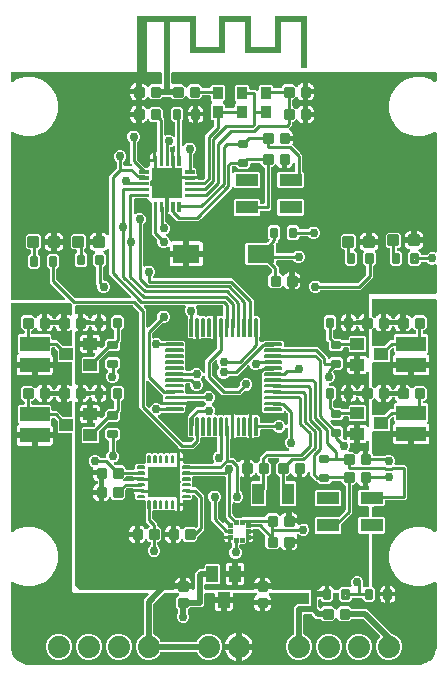
<source format=gbr>
G04 EAGLE Gerber RS-274X export*
G75*
%MOMM*%
%FSLAX34Y34*%
%LPD*%
%INTop Copper*%
%IPPOS*%
%AMOC8*
5,1,8,0,0,1.08239X$1,22.5*%
G01*
%ADD10R,2.540000X1.270000*%
%ADD11C,0.460000*%
%ADD12C,0.300000*%
%ADD13R,0.900000X0.500000*%
%ADD14R,0.500000X0.500000*%
%ADD15R,1.000000X1.400000*%
%ADD16C,1.879600*%
%ADD17R,1.143000X1.016000*%
%ADD18C,0.377400*%
%ADD19R,2.300000X1.600000*%
%ADD20C,0.140000*%
%ADD21C,0.140400*%
%ADD22R,2.700000X2.600000*%
%ADD23C,0.065000*%
%ADD24R,2.600000X2.600000*%
%ADD25C,0.031500*%
%ADD26R,1.900000X1.100000*%
%ADD27R,1.000000X1.800000*%
%ADD28R,0.900000X1.050000*%
%ADD29C,0.508000*%
%ADD30C,0.254000*%
%ADD31C,0.756400*%

G36*
X311728Y183926D02*
X311728Y183926D01*
X311847Y183933D01*
X311885Y183946D01*
X311926Y183951D01*
X312036Y183995D01*
X312149Y184031D01*
X312184Y184053D01*
X312221Y184068D01*
X312317Y184138D01*
X312418Y184201D01*
X312446Y184231D01*
X312479Y184255D01*
X312555Y184346D01*
X312636Y184433D01*
X312656Y184468D01*
X312681Y184500D01*
X312732Y184607D01*
X312790Y184712D01*
X312800Y184751D01*
X312817Y184787D01*
X312839Y184904D01*
X312869Y185020D01*
X312873Y185080D01*
X312877Y185100D01*
X312875Y185120D01*
X312879Y185180D01*
X312879Y191435D01*
X312959Y191461D01*
X312994Y191483D01*
X313031Y191498D01*
X313127Y191567D01*
X313228Y191631D01*
X313256Y191661D01*
X313289Y191684D01*
X313365Y191776D01*
X313446Y191863D01*
X313466Y191898D01*
X313491Y191929D01*
X313542Y192037D01*
X313600Y192141D01*
X313610Y192181D01*
X313627Y192217D01*
X313649Y192334D01*
X313679Y192449D01*
X313683Y192509D01*
X313687Y192529D01*
X313685Y192550D01*
X313689Y192610D01*
X313689Y198539D01*
X313671Y198684D01*
X313656Y198829D01*
X313651Y198841D01*
X313649Y198855D01*
X313596Y198990D01*
X313545Y199127D01*
X313537Y199138D01*
X313532Y199151D01*
X313447Y199268D01*
X313364Y199388D01*
X313354Y199397D01*
X313346Y199408D01*
X313233Y199501D01*
X313123Y199596D01*
X313111Y199602D01*
X313101Y199611D01*
X312969Y199673D01*
X312838Y199738D01*
X312825Y199741D01*
X312813Y199746D01*
X312671Y199773D01*
X312527Y199804D01*
X312514Y199803D01*
X312501Y199806D01*
X312356Y199797D01*
X312210Y199791D01*
X312197Y199787D01*
X312183Y199786D01*
X312045Y199741D01*
X311905Y199699D01*
X311893Y199692D01*
X311881Y199688D01*
X311757Y199610D01*
X311633Y199535D01*
X311623Y199525D01*
X311612Y199518D01*
X311512Y199412D01*
X311410Y199308D01*
X311400Y199293D01*
X311394Y199286D01*
X311386Y199271D01*
X311321Y199174D01*
X311278Y199100D01*
X310805Y198627D01*
X310226Y198292D01*
X309579Y198119D01*
X306069Y198119D01*
X306069Y204470D01*
X306054Y204588D01*
X306047Y204707D01*
X306034Y204745D01*
X306029Y204785D01*
X305985Y204896D01*
X305949Y205009D01*
X305927Y205044D01*
X305912Y205081D01*
X305842Y205177D01*
X305779Y205278D01*
X305749Y205306D01*
X305725Y205338D01*
X305634Y205414D01*
X305547Y205496D01*
X305512Y205515D01*
X305480Y205541D01*
X305373Y205592D01*
X305269Y205649D01*
X305229Y205660D01*
X305193Y205677D01*
X305076Y205699D01*
X304961Y205729D01*
X304900Y205733D01*
X304880Y205737D01*
X304860Y205735D01*
X304800Y205739D01*
X303529Y205739D01*
X303529Y205741D01*
X304800Y205741D01*
X304918Y205756D01*
X305037Y205763D01*
X305075Y205776D01*
X305115Y205781D01*
X305226Y205825D01*
X305339Y205861D01*
X305374Y205883D01*
X305411Y205898D01*
X305507Y205968D01*
X305608Y206031D01*
X305636Y206061D01*
X305668Y206085D01*
X305744Y206176D01*
X305826Y206263D01*
X305845Y206298D01*
X305871Y206330D01*
X305922Y206437D01*
X305979Y206541D01*
X305990Y206581D01*
X306007Y206617D01*
X306029Y206734D01*
X306059Y206849D01*
X306063Y206910D01*
X306067Y206930D01*
X306065Y206950D01*
X306069Y207010D01*
X306069Y213361D01*
X309579Y213361D01*
X310226Y213188D01*
X310805Y212853D01*
X311278Y212380D01*
X311321Y212306D01*
X311409Y212190D01*
X311494Y212072D01*
X311505Y212063D01*
X311513Y212053D01*
X311627Y211962D01*
X311739Y211869D01*
X311752Y211864D01*
X311762Y211855D01*
X311896Y211796D01*
X312027Y211734D01*
X312040Y211731D01*
X312053Y211726D01*
X312197Y211701D01*
X312340Y211674D01*
X312353Y211675D01*
X312366Y211673D01*
X312512Y211685D01*
X312657Y211694D01*
X312670Y211698D01*
X312683Y211699D01*
X312821Y211747D01*
X312959Y211792D01*
X312971Y211799D01*
X312984Y211803D01*
X313105Y211884D01*
X313228Y211962D01*
X313237Y211972D01*
X313249Y211979D01*
X313346Y212087D01*
X313446Y212194D01*
X313453Y212205D01*
X313462Y212215D01*
X313529Y212344D01*
X313600Y212472D01*
X313603Y212485D01*
X313609Y212497D01*
X313643Y212639D01*
X313679Y212780D01*
X313680Y212798D01*
X313682Y212807D01*
X313682Y212824D01*
X313689Y212941D01*
X313689Y239000D01*
X313674Y239118D01*
X313667Y239237D01*
X313654Y239275D01*
X313649Y239315D01*
X313606Y239426D01*
X313569Y239539D01*
X313547Y239573D01*
X313532Y239611D01*
X313463Y239707D01*
X313399Y239808D01*
X313369Y239836D01*
X313346Y239868D01*
X313254Y239944D01*
X313167Y240026D01*
X313153Y240034D01*
X313228Y240081D01*
X313256Y240111D01*
X313289Y240135D01*
X313365Y240226D01*
X313446Y240313D01*
X313466Y240348D01*
X313491Y240380D01*
X313542Y240487D01*
X313600Y240592D01*
X313610Y240631D01*
X313627Y240667D01*
X313649Y240784D01*
X313679Y240900D01*
X313683Y240960D01*
X313687Y240980D01*
X313685Y241000D01*
X313689Y241060D01*
X313689Y256959D01*
X313671Y257104D01*
X313656Y257249D01*
X313651Y257261D01*
X313649Y257275D01*
X313596Y257410D01*
X313545Y257547D01*
X313537Y257558D01*
X313532Y257571D01*
X313447Y257688D01*
X313364Y257808D01*
X313354Y257817D01*
X313346Y257828D01*
X313233Y257921D01*
X313123Y258016D01*
X313111Y258022D01*
X313101Y258031D01*
X312969Y258093D01*
X312838Y258158D01*
X312825Y258161D01*
X312813Y258166D01*
X312671Y258193D01*
X312527Y258224D01*
X312514Y258223D01*
X312501Y258226D01*
X312356Y258217D01*
X312210Y258211D01*
X312197Y258207D01*
X312183Y258206D01*
X312045Y258161D01*
X311905Y258119D01*
X311893Y258112D01*
X311881Y258108D01*
X311757Y258030D01*
X311633Y257955D01*
X311623Y257945D01*
X311612Y257938D01*
X311512Y257832D01*
X311410Y257728D01*
X311400Y257713D01*
X311394Y257706D01*
X311386Y257691D01*
X311321Y257594D01*
X311278Y257520D01*
X310805Y257047D01*
X310226Y256712D01*
X309579Y256539D01*
X306069Y256539D01*
X306069Y262890D01*
X306054Y263008D01*
X306047Y263127D01*
X306034Y263165D01*
X306029Y263205D01*
X305985Y263316D01*
X305949Y263429D01*
X305927Y263464D01*
X305912Y263501D01*
X305842Y263597D01*
X305779Y263698D01*
X305749Y263726D01*
X305725Y263758D01*
X305634Y263834D01*
X305547Y263916D01*
X305512Y263935D01*
X305480Y263961D01*
X305373Y264012D01*
X305269Y264069D01*
X305229Y264080D01*
X305193Y264097D01*
X305076Y264119D01*
X304961Y264149D01*
X304900Y264153D01*
X304880Y264157D01*
X304860Y264155D01*
X304800Y264159D01*
X303529Y264159D01*
X303529Y264161D01*
X304800Y264161D01*
X304918Y264176D01*
X305037Y264183D01*
X305075Y264196D01*
X305115Y264201D01*
X305226Y264245D01*
X305339Y264281D01*
X305374Y264303D01*
X305411Y264318D01*
X305507Y264388D01*
X305608Y264451D01*
X305636Y264481D01*
X305668Y264505D01*
X305744Y264596D01*
X305826Y264683D01*
X305845Y264718D01*
X305871Y264750D01*
X305922Y264857D01*
X305979Y264961D01*
X305990Y265001D01*
X306007Y265037D01*
X306029Y265154D01*
X306059Y265269D01*
X306063Y265330D01*
X306067Y265350D01*
X306065Y265370D01*
X306069Y265430D01*
X306069Y271781D01*
X309579Y271781D01*
X310226Y271608D01*
X310805Y271273D01*
X311278Y270800D01*
X311321Y270726D01*
X311409Y270610D01*
X311494Y270492D01*
X311505Y270483D01*
X311513Y270473D01*
X311627Y270382D01*
X311739Y270289D01*
X311752Y270284D01*
X311762Y270275D01*
X311896Y270216D01*
X312027Y270154D01*
X312040Y270151D01*
X312053Y270146D01*
X312197Y270121D01*
X312340Y270094D01*
X312353Y270095D01*
X312366Y270093D01*
X312512Y270105D01*
X312657Y270114D01*
X312670Y270118D01*
X312683Y270119D01*
X312821Y270167D01*
X312959Y270212D01*
X312971Y270219D01*
X312984Y270223D01*
X313105Y270304D01*
X313228Y270382D01*
X313237Y270392D01*
X313249Y270399D01*
X313346Y270507D01*
X313446Y270614D01*
X313453Y270625D01*
X313462Y270635D01*
X313529Y270764D01*
X313600Y270892D01*
X313603Y270905D01*
X313609Y270917D01*
X313643Y271059D01*
X313679Y271200D01*
X313680Y271218D01*
X313682Y271227D01*
X313682Y271244D01*
X313689Y271361D01*
X313689Y298690D01*
X313674Y298808D01*
X313667Y298927D01*
X313654Y298965D01*
X313649Y299005D01*
X313606Y299116D01*
X313569Y299229D01*
X313547Y299263D01*
X313532Y299301D01*
X313463Y299397D01*
X313399Y299498D01*
X313369Y299526D01*
X313346Y299558D01*
X313254Y299634D01*
X313167Y299716D01*
X313153Y299724D01*
X313228Y299771D01*
X313256Y299801D01*
X313289Y299825D01*
X313365Y299916D01*
X313446Y300003D01*
X313466Y300038D01*
X313491Y300070D01*
X313542Y300177D01*
X313600Y300282D01*
X313610Y300321D01*
X313627Y300357D01*
X313649Y300474D01*
X313679Y300590D01*
X313683Y300650D01*
X313687Y300670D01*
X313685Y300690D01*
X313689Y300750D01*
X313689Y323851D01*
X369570Y323851D01*
X369688Y323866D01*
X369807Y323873D01*
X369845Y323886D01*
X369886Y323891D01*
X369996Y323934D01*
X370109Y323971D01*
X370144Y323993D01*
X370181Y324008D01*
X370277Y324078D01*
X370378Y324141D01*
X370406Y324171D01*
X370439Y324194D01*
X370515Y324286D01*
X370596Y324373D01*
X370616Y324408D01*
X370641Y324439D01*
X370692Y324547D01*
X370750Y324651D01*
X370760Y324691D01*
X370777Y324727D01*
X370799Y324844D01*
X370829Y324959D01*
X370833Y325020D01*
X370837Y325040D01*
X370835Y325060D01*
X370839Y325120D01*
X370839Y348253D01*
X370833Y348302D01*
X370835Y348352D01*
X370813Y348459D01*
X370799Y348568D01*
X370781Y348615D01*
X370771Y348663D01*
X370723Y348762D01*
X370682Y348864D01*
X370653Y348904D01*
X370631Y348949D01*
X370560Y349032D01*
X370496Y349121D01*
X370457Y349153D01*
X370425Y349191D01*
X370335Y349254D01*
X370251Y349324D01*
X370206Y349345D01*
X370165Y349374D01*
X370062Y349413D01*
X369963Y349460D01*
X369914Y349469D01*
X369868Y349487D01*
X369758Y349499D01*
X369651Y349519D01*
X369601Y349516D01*
X369552Y349522D01*
X369443Y349506D01*
X369333Y349500D01*
X369286Y349484D01*
X369237Y349477D01*
X369084Y349425D01*
X368114Y349023D01*
X366002Y349023D01*
X364052Y349831D01*
X362720Y351164D01*
X362641Y351224D01*
X362569Y351292D01*
X362516Y351321D01*
X362468Y351358D01*
X362377Y351398D01*
X362291Y351446D01*
X362232Y351461D01*
X362176Y351485D01*
X362079Y351500D01*
X361983Y351525D01*
X361883Y351531D01*
X361862Y351535D01*
X361850Y351533D01*
X361822Y351535D01*
X358614Y351535D01*
X358496Y351520D01*
X358377Y351513D01*
X358339Y351500D01*
X358298Y351495D01*
X358188Y351452D01*
X358075Y351415D01*
X358040Y351393D01*
X358003Y351378D01*
X357907Y351309D01*
X357806Y351245D01*
X357778Y351215D01*
X357745Y351192D01*
X357669Y351100D01*
X357588Y351013D01*
X357568Y350978D01*
X357543Y350947D01*
X357492Y350839D01*
X357434Y350735D01*
X357424Y350695D01*
X357407Y350659D01*
X357385Y350542D01*
X357355Y350427D01*
X357351Y350367D01*
X357347Y350347D01*
X357349Y350326D01*
X357345Y350266D01*
X357345Y350154D01*
X355346Y348155D01*
X348894Y348155D01*
X346895Y350154D01*
X346895Y358506D01*
X348276Y359887D01*
X348358Y359992D01*
X348443Y360093D01*
X348455Y360117D01*
X348471Y360138D01*
X348524Y360260D01*
X348582Y360379D01*
X348587Y360405D01*
X348598Y360430D01*
X348618Y360561D01*
X348645Y360691D01*
X348643Y360718D01*
X348647Y360744D01*
X348635Y360876D01*
X348628Y361008D01*
X348620Y361034D01*
X348618Y361061D01*
X348573Y361186D01*
X348533Y361312D01*
X348519Y361335D01*
X348510Y361360D01*
X348436Y361470D01*
X348366Y361582D01*
X348347Y361601D01*
X348331Y361623D01*
X348232Y361711D01*
X348137Y361803D01*
X348113Y361816D01*
X348093Y361834D01*
X347975Y361894D01*
X347860Y361959D01*
X347824Y361972D01*
X347810Y361979D01*
X347789Y361983D01*
X347707Y362011D01*
X346610Y362305D01*
X345689Y362837D01*
X344937Y363589D01*
X344405Y364510D01*
X344129Y365538D01*
X344129Y367071D01*
X350440Y367071D01*
X350558Y367086D01*
X350677Y367093D01*
X350715Y367105D01*
X350755Y367111D01*
X350866Y367154D01*
X350979Y367191D01*
X351013Y367213D01*
X351051Y367228D01*
X351147Y367297D01*
X351248Y367361D01*
X351276Y367391D01*
X351308Y367414D01*
X351384Y367506D01*
X351466Y367593D01*
X351485Y367628D01*
X351511Y367659D01*
X351562Y367767D01*
X351619Y367871D01*
X351629Y367911D01*
X351647Y367947D01*
X351667Y368054D01*
X351671Y368024D01*
X351715Y367914D01*
X351751Y367801D01*
X351773Y367766D01*
X351788Y367729D01*
X351858Y367632D01*
X351921Y367532D01*
X351951Y367504D01*
X351975Y367471D01*
X352066Y367395D01*
X352153Y367314D01*
X352188Y367294D01*
X352220Y367269D01*
X352327Y367218D01*
X352432Y367160D01*
X352471Y367150D01*
X352507Y367133D01*
X352624Y367111D01*
X352740Y367081D01*
X352800Y367077D01*
X352820Y367073D01*
X352840Y367075D01*
X352900Y367071D01*
X359211Y367071D01*
X359211Y365538D01*
X358935Y364510D01*
X358403Y363589D01*
X357651Y362837D01*
X356730Y362305D01*
X356342Y362201D01*
X356220Y362151D01*
X356095Y362106D01*
X356073Y362091D01*
X356048Y362081D01*
X355942Y362002D01*
X355832Y361927D01*
X355814Y361907D01*
X355793Y361891D01*
X355709Y361788D01*
X355622Y361689D01*
X355610Y361665D01*
X355592Y361644D01*
X355537Y361523D01*
X355477Y361406D01*
X355471Y361379D01*
X355460Y361355D01*
X355436Y361224D01*
X355407Y361096D01*
X355408Y361069D01*
X355404Y361042D01*
X355413Y360910D01*
X355417Y360778D01*
X355425Y360752D01*
X355427Y360725D01*
X355469Y360599D01*
X355506Y360472D01*
X355519Y360449D01*
X355528Y360423D01*
X355600Y360312D01*
X355667Y360198D01*
X355692Y360170D01*
X355701Y360156D01*
X355717Y360142D01*
X355773Y360077D01*
X357345Y358506D01*
X357345Y358394D01*
X357360Y358276D01*
X357367Y358157D01*
X357380Y358119D01*
X357385Y358078D01*
X357428Y357968D01*
X357465Y357855D01*
X357487Y357820D01*
X357502Y357783D01*
X357571Y357687D01*
X357635Y357586D01*
X357665Y357558D01*
X357688Y357525D01*
X357780Y357449D01*
X357867Y357368D01*
X357902Y357348D01*
X357933Y357323D01*
X358041Y357272D01*
X358145Y357214D01*
X358185Y357204D01*
X358221Y357187D01*
X358338Y357165D01*
X358453Y357135D01*
X358513Y357131D01*
X358533Y357127D01*
X358554Y357129D01*
X358614Y357125D01*
X361822Y357125D01*
X361920Y357137D01*
X362019Y357140D01*
X362078Y357157D01*
X362138Y357165D01*
X362230Y357201D01*
X362325Y357229D01*
X362377Y357259D01*
X362433Y357282D01*
X362513Y357340D01*
X362599Y357390D01*
X362674Y357456D01*
X362691Y357468D01*
X362698Y357478D01*
X362720Y357496D01*
X364052Y358829D01*
X366002Y359637D01*
X368114Y359637D01*
X369084Y359235D01*
X369132Y359221D01*
X369177Y359200D01*
X369285Y359180D01*
X369391Y359151D01*
X369441Y359150D01*
X369490Y359141D01*
X369599Y359147D01*
X369709Y359146D01*
X369757Y359157D01*
X369807Y359160D01*
X369911Y359194D01*
X370018Y359220D01*
X370062Y359243D01*
X370109Y359258D01*
X370202Y359317D01*
X370299Y359369D01*
X370336Y359402D01*
X370378Y359429D01*
X370453Y359509D01*
X370535Y359582D01*
X370562Y359624D01*
X370596Y359660D01*
X370649Y359756D01*
X370709Y359848D01*
X370726Y359895D01*
X370750Y359939D01*
X370777Y360045D01*
X370813Y360149D01*
X370817Y360199D01*
X370829Y360247D01*
X370839Y360407D01*
X370839Y460147D01*
X370823Y460278D01*
X370812Y460410D01*
X370803Y460436D01*
X370799Y460462D01*
X370751Y460585D01*
X370707Y460711D01*
X370692Y460733D01*
X370682Y460758D01*
X370605Y460865D01*
X370531Y460976D01*
X370511Y460994D01*
X370496Y461015D01*
X370393Y461100D01*
X370295Y461189D01*
X370271Y461201D01*
X370251Y461218D01*
X370131Y461275D01*
X370014Y461336D01*
X369987Y461342D01*
X369963Y461354D01*
X369833Y461379D01*
X369704Y461409D01*
X369677Y461409D01*
X369651Y461414D01*
X369519Y461405D01*
X369386Y461403D01*
X369360Y461396D01*
X369333Y461394D01*
X369207Y461353D01*
X369080Y461318D01*
X369045Y461301D01*
X369031Y461296D01*
X369012Y461284D01*
X368935Y461246D01*
X365312Y459154D01*
X358912Y457439D01*
X352288Y457439D01*
X345888Y459154D01*
X340151Y462466D01*
X335466Y467151D01*
X332154Y472888D01*
X330439Y479288D01*
X330439Y485912D01*
X332154Y492312D01*
X335466Y498049D01*
X340151Y502734D01*
X345888Y506046D01*
X352288Y507761D01*
X358912Y507761D01*
X365312Y506046D01*
X368935Y503954D01*
X369058Y503903D01*
X369177Y503846D01*
X369204Y503841D01*
X369229Y503831D01*
X369360Y503811D01*
X369490Y503786D01*
X369516Y503788D01*
X369543Y503784D01*
X369675Y503798D01*
X369807Y503806D01*
X369833Y503814D01*
X369859Y503817D01*
X369984Y503863D01*
X370109Y503904D01*
X370132Y503919D01*
X370158Y503928D01*
X370266Y504003D01*
X370378Y504074D01*
X370397Y504094D01*
X370419Y504109D01*
X370505Y504209D01*
X370596Y504306D01*
X370609Y504330D01*
X370627Y504350D01*
X370686Y504469D01*
X370750Y504584D01*
X370756Y504611D01*
X370768Y504635D01*
X370796Y504765D01*
X370829Y504892D01*
X370831Y504931D01*
X370835Y504946D01*
X370834Y504968D01*
X370839Y505053D01*
X370839Y510540D01*
X370824Y510658D01*
X370817Y510777D01*
X370804Y510815D01*
X370799Y510856D01*
X370756Y510966D01*
X370719Y511079D01*
X370697Y511114D01*
X370682Y511151D01*
X370613Y511247D01*
X370549Y511348D01*
X370519Y511376D01*
X370496Y511409D01*
X370404Y511485D01*
X370317Y511566D01*
X370282Y511586D01*
X370251Y511611D01*
X370143Y511662D01*
X370039Y511720D01*
X369999Y511730D01*
X369963Y511747D01*
X369846Y511769D01*
X369731Y511799D01*
X369671Y511803D01*
X369651Y511807D01*
X369630Y511805D01*
X369570Y511809D01*
X147534Y511809D01*
X147416Y511794D01*
X147297Y511787D01*
X147259Y511774D01*
X147218Y511769D01*
X147108Y511726D01*
X146995Y511689D01*
X146960Y511667D01*
X146923Y511652D01*
X146827Y511583D01*
X146726Y511519D01*
X146698Y511489D01*
X146665Y511466D01*
X146589Y511374D01*
X146508Y511287D01*
X146488Y511252D01*
X146463Y511221D01*
X146412Y511113D01*
X146354Y511009D01*
X146344Y510969D01*
X146327Y510933D01*
X146305Y510816D01*
X146275Y510701D01*
X146271Y510641D01*
X146267Y510621D01*
X146269Y510600D01*
X146265Y510540D01*
X146265Y510289D01*
X146277Y510191D01*
X146280Y510092D01*
X146297Y510034D01*
X146305Y509974D01*
X146305Y509973D01*
X146305Y502744D01*
X146320Y502626D01*
X146327Y502507D01*
X146340Y502469D01*
X146345Y502428D01*
X146388Y502318D01*
X146425Y502205D01*
X146447Y502170D01*
X146462Y502133D01*
X146531Y502037D01*
X146595Y501936D01*
X146625Y501908D01*
X146648Y501875D01*
X146740Y501799D01*
X146827Y501718D01*
X146862Y501698D01*
X146893Y501673D01*
X147001Y501622D01*
X147105Y501564D01*
X147145Y501554D01*
X147181Y501537D01*
X147298Y501515D01*
X147413Y501485D01*
X147473Y501481D01*
X147493Y501477D01*
X147514Y501479D01*
X147574Y501475D01*
X155584Y501475D01*
X157853Y499206D01*
X157940Y499139D01*
X157978Y499103D01*
X157987Y499098D01*
X158036Y499055D01*
X158072Y499036D01*
X158104Y499012D01*
X158213Y498964D01*
X158319Y498910D01*
X158358Y498901D01*
X158396Y498885D01*
X158513Y498867D01*
X158629Y498840D01*
X158670Y498842D01*
X158710Y498835D01*
X158828Y498847D01*
X158947Y498850D01*
X158986Y498861D01*
X159026Y498865D01*
X159138Y498905D01*
X159253Y498939D01*
X159288Y498959D01*
X159326Y498973D01*
X159424Y499040D01*
X159527Y499100D01*
X159572Y499140D01*
X159589Y499151D01*
X159602Y499167D01*
X159648Y499206D01*
X161916Y501475D01*
X169684Y501475D01*
X171941Y499218D01*
X171947Y499127D01*
X171960Y499089D01*
X171965Y499048D01*
X172008Y498938D01*
X172045Y498825D01*
X172067Y498790D01*
X172082Y498753D01*
X172151Y498657D01*
X172215Y498556D01*
X172245Y498528D01*
X172268Y498495D01*
X172360Y498419D01*
X172447Y498338D01*
X172482Y498318D01*
X172513Y498293D01*
X172621Y498242D01*
X172725Y498184D01*
X172765Y498174D01*
X172801Y498157D01*
X172918Y498135D01*
X173033Y498105D01*
X173093Y498101D01*
X173113Y498097D01*
X173134Y498099D01*
X173194Y498095D01*
X178126Y498095D01*
X178244Y498110D01*
X178363Y498117D01*
X178401Y498130D01*
X178442Y498135D01*
X178552Y498178D01*
X178665Y498215D01*
X178700Y498237D01*
X178737Y498252D01*
X178833Y498321D01*
X178934Y498385D01*
X178962Y498415D01*
X178995Y498438D01*
X179071Y498530D01*
X179152Y498617D01*
X179172Y498652D01*
X179197Y498683D01*
X179248Y498791D01*
X179306Y498895D01*
X179316Y498935D01*
X179333Y498971D01*
X179355Y499088D01*
X179385Y499203D01*
X179389Y499263D01*
X179393Y499283D01*
X179391Y499304D01*
X179395Y499364D01*
X179395Y500292D01*
X180288Y501185D01*
X190552Y501185D01*
X191445Y500292D01*
X191445Y488528D01*
X190224Y487307D01*
X190151Y487213D01*
X190072Y487124D01*
X190054Y487088D01*
X190029Y487056D01*
X189981Y486947D01*
X189927Y486841D01*
X189919Y486802D01*
X189903Y486764D01*
X189884Y486647D01*
X189858Y486531D01*
X189859Y486490D01*
X189853Y486450D01*
X189864Y486332D01*
X189867Y486213D01*
X189879Y486174D01*
X189882Y486134D01*
X189923Y486022D01*
X189956Y485907D01*
X189976Y485872D01*
X189990Y485834D01*
X190057Y485736D01*
X190117Y485633D01*
X190157Y485588D01*
X190169Y485571D01*
X190184Y485558D01*
X190224Y485512D01*
X191445Y484292D01*
X191445Y482474D01*
X191460Y482356D01*
X191467Y482237D01*
X191480Y482199D01*
X191485Y482158D01*
X191528Y482048D01*
X191565Y481935D01*
X191587Y481900D01*
X191602Y481863D01*
X191671Y481767D01*
X191735Y481666D01*
X191765Y481638D01*
X191788Y481605D01*
X191880Y481529D01*
X191967Y481448D01*
X192002Y481428D01*
X192033Y481403D01*
X192141Y481352D01*
X192245Y481294D01*
X192285Y481284D01*
X192321Y481267D01*
X192438Y481245D01*
X192553Y481215D01*
X192613Y481211D01*
X192633Y481207D01*
X192654Y481209D01*
X192714Y481205D01*
X198446Y481205D01*
X198564Y481220D01*
X198683Y481227D01*
X198721Y481240D01*
X198762Y481245D01*
X198872Y481288D01*
X198985Y481325D01*
X199020Y481347D01*
X199057Y481362D01*
X199153Y481431D01*
X199254Y481495D01*
X199282Y481525D01*
X199315Y481548D01*
X199391Y481640D01*
X199472Y481727D01*
X199492Y481762D01*
X199517Y481793D01*
X199568Y481901D01*
X199626Y482005D01*
X199636Y482045D01*
X199653Y482081D01*
X199675Y482198D01*
X199705Y482313D01*
X199709Y482373D01*
X199713Y482393D01*
X199711Y482414D01*
X199715Y482474D01*
X199715Y484292D01*
X200936Y485512D01*
X201009Y485607D01*
X201088Y485696D01*
X201106Y485732D01*
X201131Y485764D01*
X201178Y485873D01*
X201233Y485979D01*
X201241Y486018D01*
X201257Y486056D01*
X201276Y486173D01*
X201302Y486289D01*
X201301Y486330D01*
X201307Y486370D01*
X201296Y486488D01*
X201293Y486607D01*
X201281Y486646D01*
X201278Y486686D01*
X201237Y486799D01*
X201204Y486913D01*
X201184Y486947D01*
X201170Y486986D01*
X201103Y487084D01*
X201043Y487187D01*
X201003Y487232D01*
X200991Y487249D01*
X200976Y487262D01*
X200936Y487307D01*
X199715Y488528D01*
X199715Y500292D01*
X200608Y501185D01*
X210872Y501185D01*
X211765Y500292D01*
X211765Y498474D01*
X211780Y498356D01*
X211787Y498237D01*
X211800Y498199D01*
X211805Y498158D01*
X211848Y498048D01*
X211885Y497935D01*
X211907Y497900D01*
X211922Y497863D01*
X211991Y497767D01*
X212055Y497666D01*
X212085Y497638D01*
X212108Y497605D01*
X212200Y497529D01*
X212287Y497448D01*
X212322Y497428D01*
X212353Y497403D01*
X212461Y497352D01*
X212565Y497294D01*
X212605Y497284D01*
X212641Y497267D01*
X212758Y497245D01*
X212873Y497215D01*
X212933Y497211D01*
X212953Y497207D01*
X212974Y497209D01*
X213034Y497205D01*
X217058Y497205D01*
X217869Y496394D01*
X217978Y496309D01*
X218085Y496220D01*
X218104Y496211D01*
X218120Y496199D01*
X218247Y496144D01*
X218373Y496084D01*
X218393Y496081D01*
X218412Y496073D01*
X218550Y496051D01*
X218686Y496025D01*
X218706Y496026D01*
X218726Y496023D01*
X218865Y496036D01*
X219003Y496044D01*
X219022Y496051D01*
X219042Y496052D01*
X219174Y496100D01*
X219305Y496142D01*
X219323Y496153D01*
X219342Y496160D01*
X219457Y496238D01*
X219574Y496313D01*
X219588Y496327D01*
X219605Y496339D01*
X219697Y496443D01*
X219792Y496544D01*
X219802Y496562D01*
X219815Y496577D01*
X219878Y496701D01*
X219946Y496823D01*
X219951Y496842D01*
X219960Y496860D01*
X219990Y496996D01*
X220025Y497131D01*
X220027Y497159D01*
X220030Y497171D01*
X220029Y497191D01*
X220035Y497291D01*
X220035Y500292D01*
X220928Y501185D01*
X231192Y501185D01*
X232085Y500292D01*
X232085Y499364D01*
X232100Y499246D01*
X232107Y499127D01*
X232120Y499089D01*
X232125Y499048D01*
X232168Y498938D01*
X232205Y498825D01*
X232227Y498790D01*
X232242Y498753D01*
X232311Y498657D01*
X232375Y498556D01*
X232405Y498528D01*
X232428Y498495D01*
X232520Y498419D01*
X232607Y498338D01*
X232642Y498318D01*
X232673Y498293D01*
X232781Y498242D01*
X232885Y498184D01*
X232925Y498174D01*
X232961Y498157D01*
X233078Y498135D01*
X233193Y498105D01*
X233253Y498101D01*
X233273Y498097D01*
X233294Y498099D01*
X233354Y498095D01*
X238286Y498095D01*
X238404Y498110D01*
X238523Y498117D01*
X238561Y498130D01*
X238602Y498135D01*
X238712Y498178D01*
X238825Y498215D01*
X238860Y498237D01*
X238897Y498252D01*
X238993Y498321D01*
X239094Y498385D01*
X239122Y498415D01*
X239155Y498438D01*
X239231Y498530D01*
X239312Y498617D01*
X239332Y498652D01*
X239357Y498683D01*
X239408Y498791D01*
X239466Y498895D01*
X239476Y498935D01*
X239493Y498971D01*
X239515Y499088D01*
X239545Y499203D01*
X239546Y499225D01*
X241796Y501475D01*
X249564Y501475D01*
X251258Y499781D01*
X251325Y499729D01*
X251385Y499670D01*
X251450Y499632D01*
X251509Y499586D01*
X251587Y499553D01*
X251660Y499510D01*
X251732Y499490D01*
X251801Y499460D01*
X251884Y499447D01*
X251966Y499424D01*
X252041Y499422D01*
X252115Y499410D01*
X252199Y499418D01*
X252283Y499416D01*
X252357Y499433D01*
X252432Y499440D01*
X252511Y499469D01*
X252593Y499487D01*
X252660Y499522D01*
X252731Y499547D01*
X252801Y499595D01*
X252876Y499634D01*
X252932Y499684D01*
X252994Y499726D01*
X253050Y499789D01*
X253113Y499846D01*
X253199Y499958D01*
X253205Y499965D01*
X253206Y499968D01*
X253211Y499974D01*
X253720Y500736D01*
X254394Y501410D01*
X255187Y501940D01*
X256068Y502305D01*
X257003Y502491D01*
X257481Y502491D01*
X257481Y496330D01*
X257496Y496212D01*
X257503Y496093D01*
X257515Y496055D01*
X257521Y496015D01*
X257564Y495904D01*
X257601Y495791D01*
X257623Y495757D01*
X257638Y495719D01*
X257707Y495623D01*
X257771Y495522D01*
X257801Y495494D01*
X257824Y495462D01*
X257916Y495386D01*
X258003Y495304D01*
X258017Y495296D01*
X257942Y495249D01*
X257914Y495219D01*
X257881Y495195D01*
X257805Y495104D01*
X257724Y495017D01*
X257704Y494982D01*
X257679Y494950D01*
X257628Y494843D01*
X257570Y494738D01*
X257560Y494699D01*
X257543Y494663D01*
X257521Y494546D01*
X257491Y494430D01*
X257487Y494370D01*
X257483Y494350D01*
X257485Y494330D01*
X257481Y494270D01*
X257481Y488109D01*
X257003Y488109D01*
X256068Y488295D01*
X255187Y488660D01*
X254394Y489190D01*
X253720Y489864D01*
X253211Y490626D01*
X253155Y490690D01*
X253108Y490760D01*
X253052Y490810D01*
X253002Y490867D01*
X252933Y490915D01*
X252869Y490971D01*
X252802Y491005D01*
X252741Y491048D01*
X252661Y491077D01*
X252586Y491115D01*
X252513Y491132D01*
X252442Y491158D01*
X252358Y491166D01*
X252276Y491185D01*
X252201Y491183D01*
X252126Y491190D01*
X252043Y491178D01*
X251958Y491175D01*
X251886Y491154D01*
X251811Y491143D01*
X251734Y491110D01*
X251653Y491087D01*
X251588Y491049D01*
X251519Y491019D01*
X251451Y490968D01*
X251379Y490925D01*
X251273Y490832D01*
X251266Y490826D01*
X251263Y490824D01*
X251258Y490819D01*
X249544Y489105D01*
X249507Y489103D01*
X249469Y489090D01*
X249428Y489085D01*
X249318Y489042D01*
X249205Y489005D01*
X249170Y488983D01*
X249133Y488968D01*
X249037Y488899D01*
X248936Y488835D01*
X248908Y488805D01*
X248875Y488782D01*
X248799Y488690D01*
X248718Y488603D01*
X248698Y488568D01*
X248673Y488537D01*
X248622Y488429D01*
X248564Y488325D01*
X248554Y488285D01*
X248537Y488249D01*
X248515Y488132D01*
X248485Y488017D01*
X248481Y487957D01*
X248477Y487937D01*
X248479Y487916D01*
X248475Y487856D01*
X248475Y483694D01*
X248490Y483576D01*
X248497Y483457D01*
X248510Y483419D01*
X248515Y483378D01*
X248558Y483268D01*
X248595Y483155D01*
X248617Y483120D01*
X248632Y483083D01*
X248701Y482987D01*
X248765Y482886D01*
X248795Y482858D01*
X248818Y482825D01*
X248910Y482749D01*
X248997Y482668D01*
X249032Y482648D01*
X249063Y482623D01*
X249171Y482572D01*
X249275Y482514D01*
X249315Y482504D01*
X249351Y482487D01*
X249468Y482465D01*
X249544Y482445D01*
X251258Y480731D01*
X251325Y480679D01*
X251385Y480620D01*
X251450Y480582D01*
X251509Y480536D01*
X251587Y480503D01*
X251660Y480460D01*
X251732Y480440D01*
X251801Y480410D01*
X251884Y480397D01*
X251966Y480374D01*
X252041Y480372D01*
X252115Y480360D01*
X252199Y480368D01*
X252283Y480366D01*
X252357Y480383D01*
X252432Y480390D01*
X252511Y480419D01*
X252593Y480437D01*
X252660Y480472D01*
X252731Y480497D01*
X252801Y480545D01*
X252876Y480584D01*
X252932Y480634D01*
X252994Y480676D01*
X253050Y480739D01*
X253113Y480796D01*
X253199Y480908D01*
X253205Y480915D01*
X253206Y480918D01*
X253211Y480924D01*
X253720Y481686D01*
X254394Y482360D01*
X255187Y482890D01*
X256068Y483255D01*
X257003Y483441D01*
X257481Y483441D01*
X257481Y477280D01*
X257496Y477162D01*
X257503Y477043D01*
X257515Y477005D01*
X257521Y476965D01*
X257564Y476854D01*
X257601Y476741D01*
X257623Y476707D01*
X257638Y476669D01*
X257707Y476573D01*
X257771Y476472D01*
X257801Y476444D01*
X257824Y476412D01*
X257916Y476336D01*
X258003Y476254D01*
X258017Y476246D01*
X257942Y476199D01*
X257914Y476169D01*
X257881Y476145D01*
X257805Y476054D01*
X257724Y475967D01*
X257704Y475932D01*
X257679Y475900D01*
X257628Y475793D01*
X257570Y475688D01*
X257560Y475649D01*
X257543Y475613D01*
X257521Y475496D01*
X257491Y475380D01*
X257487Y475320D01*
X257483Y475300D01*
X257485Y475280D01*
X257481Y475220D01*
X257481Y469059D01*
X257003Y469059D01*
X256068Y469245D01*
X255187Y469610D01*
X254394Y470140D01*
X253720Y470814D01*
X253211Y471576D01*
X253155Y471640D01*
X253108Y471710D01*
X253052Y471760D01*
X253002Y471817D01*
X252933Y471865D01*
X252869Y471921D01*
X252802Y471955D01*
X252741Y471998D01*
X252661Y472027D01*
X252586Y472065D01*
X252513Y472082D01*
X252442Y472108D01*
X252358Y472116D01*
X252276Y472135D01*
X252201Y472133D01*
X252126Y472140D01*
X252043Y472128D01*
X251958Y472125D01*
X251886Y472104D01*
X251811Y472093D01*
X251734Y472060D01*
X251653Y472037D01*
X251588Y471999D01*
X251519Y471969D01*
X251451Y471918D01*
X251379Y471875D01*
X251273Y471782D01*
X251266Y471776D01*
X251263Y471774D01*
X251258Y471769D01*
X249544Y470055D01*
X249507Y470053D01*
X249469Y470040D01*
X249428Y470035D01*
X249318Y469992D01*
X249205Y469955D01*
X249170Y469933D01*
X249133Y469918D01*
X249037Y469849D01*
X248936Y469785D01*
X248908Y469755D01*
X248875Y469732D01*
X248799Y469640D01*
X248718Y469553D01*
X248698Y469518D01*
X248673Y469487D01*
X248622Y469379D01*
X248564Y469275D01*
X248554Y469235D01*
X248537Y469199D01*
X248515Y469082D01*
X248485Y468967D01*
X248481Y468907D01*
X248477Y468887D01*
X248479Y468866D01*
X248475Y468806D01*
X248475Y466772D01*
X247006Y465304D01*
X246295Y464593D01*
X246264Y464553D01*
X246226Y464518D01*
X246203Y464483D01*
X246186Y464465D01*
X246154Y464411D01*
X246100Y464342D01*
X246080Y464295D01*
X246052Y464252D01*
X246038Y464212D01*
X246026Y464190D01*
X246009Y464131D01*
X245974Y464050D01*
X245966Y463999D01*
X245949Y463951D01*
X245946Y463909D01*
X245939Y463884D01*
X245938Y463822D01*
X245924Y463736D01*
X245929Y463685D01*
X245925Y463634D01*
X245932Y463593D01*
X245931Y463566D01*
X245946Y463505D01*
X245954Y463419D01*
X245971Y463371D01*
X245980Y463321D01*
X245997Y463283D01*
X246003Y463257D01*
X246033Y463198D01*
X246061Y463120D01*
X246090Y463078D01*
X246111Y463031D01*
X246136Y463000D01*
X246149Y462974D01*
X246195Y462923D01*
X246240Y462857D01*
X246278Y462823D01*
X246310Y462783D01*
X246340Y462761D01*
X246361Y462737D01*
X246467Y462656D01*
X246478Y462646D01*
X246484Y462643D01*
X246489Y462639D01*
X247386Y462040D01*
X248060Y461366D01*
X248590Y460573D01*
X248955Y459692D01*
X249141Y458757D01*
X249141Y458229D01*
X243030Y458229D01*
X242912Y458214D01*
X242793Y458207D01*
X242755Y458194D01*
X242715Y458189D01*
X242604Y458146D01*
X242491Y458109D01*
X242457Y458087D01*
X242419Y458072D01*
X242323Y458003D01*
X242222Y457939D01*
X242194Y457909D01*
X242162Y457886D01*
X242086Y457794D01*
X242004Y457707D01*
X241985Y457672D01*
X241959Y457641D01*
X241908Y457533D01*
X241851Y457429D01*
X241841Y457389D01*
X241823Y457353D01*
X241801Y457236D01*
X241771Y457121D01*
X241767Y457061D01*
X241764Y457041D01*
X241765Y457020D01*
X241761Y456960D01*
X241761Y454900D01*
X241776Y454782D01*
X241783Y454663D01*
X241796Y454625D01*
X241801Y454584D01*
X241845Y454474D01*
X241881Y454361D01*
X241903Y454326D01*
X241918Y454289D01*
X241988Y454192D01*
X242051Y454092D01*
X242081Y454064D01*
X242105Y454031D01*
X242196Y453955D01*
X242283Y453874D01*
X242318Y453854D01*
X242350Y453829D01*
X242457Y453778D01*
X242562Y453720D01*
X242601Y453710D01*
X242637Y453693D01*
X242754Y453671D01*
X242870Y453641D01*
X242930Y453637D01*
X242950Y453633D01*
X242970Y453635D01*
X243030Y453631D01*
X249141Y453631D01*
X249141Y453103D01*
X248955Y452168D01*
X248553Y451198D01*
X248545Y451169D01*
X248532Y451143D01*
X248503Y451016D01*
X248469Y450891D01*
X248468Y450861D01*
X248462Y450833D01*
X248466Y450703D01*
X248464Y450573D01*
X248471Y450544D01*
X248472Y450515D01*
X248508Y450390D01*
X248538Y450264D01*
X248552Y450238D01*
X248560Y450209D01*
X248626Y450098D01*
X248687Y449983D01*
X248707Y449961D01*
X248722Y449935D01*
X248828Y449814D01*
X254786Y443856D01*
X256795Y441848D01*
X256795Y428427D01*
X256807Y428329D01*
X256810Y428230D01*
X256827Y428172D01*
X256835Y428112D01*
X256871Y428020D01*
X256899Y427925D01*
X256929Y427872D01*
X256952Y427816D01*
X257010Y427736D01*
X257060Y427651D01*
X257126Y427575D01*
X257138Y427559D01*
X257148Y427551D01*
X257166Y427530D01*
X258125Y426572D01*
X258125Y414308D01*
X257232Y413415D01*
X236968Y413415D01*
X236075Y414308D01*
X236075Y426572D01*
X236968Y427465D01*
X249936Y427465D01*
X250054Y427480D01*
X250173Y427487D01*
X250211Y427500D01*
X250252Y427505D01*
X250362Y427548D01*
X250475Y427585D01*
X250510Y427607D01*
X250547Y427622D01*
X250643Y427691D01*
X250744Y427755D01*
X250772Y427785D01*
X250805Y427808D01*
X250881Y427900D01*
X250962Y427987D01*
X250982Y428022D01*
X251007Y428053D01*
X251058Y428161D01*
X251116Y428265D01*
X251126Y428305D01*
X251143Y428341D01*
X251165Y428458D01*
X251195Y428573D01*
X251199Y428633D01*
X251203Y428653D01*
X251201Y428674D01*
X251205Y428734D01*
X251205Y433440D01*
X251197Y433510D01*
X251198Y433579D01*
X251177Y433667D01*
X251165Y433756D01*
X251140Y433821D01*
X251123Y433889D01*
X251081Y433968D01*
X251048Y434052D01*
X251007Y434108D01*
X250975Y434170D01*
X250914Y434236D01*
X250862Y434309D01*
X250808Y434354D01*
X250761Y434405D01*
X250686Y434455D01*
X250617Y434512D01*
X250553Y434542D01*
X250495Y434580D01*
X250410Y434609D01*
X250329Y434647D01*
X250260Y434660D01*
X250194Y434683D01*
X250105Y434690D01*
X250017Y434707D01*
X249947Y434703D01*
X249877Y434708D01*
X249789Y434693D01*
X249699Y434687D01*
X249633Y434666D01*
X249564Y434654D01*
X249482Y434617D01*
X249397Y434589D01*
X249338Y434552D01*
X249274Y434523D01*
X249204Y434467D01*
X249128Y434419D01*
X249080Y434368D01*
X249026Y434325D01*
X248971Y434253D01*
X248910Y434188D01*
X248876Y434126D01*
X248834Y434071D01*
X248763Y433926D01*
X248590Y433507D01*
X248060Y432714D01*
X247386Y432040D01*
X246593Y431510D01*
X245712Y431145D01*
X244777Y430959D01*
X244299Y430959D01*
X244299Y437120D01*
X244284Y437238D01*
X244277Y437357D01*
X244264Y437395D01*
X244259Y437435D01*
X244216Y437546D01*
X244179Y437659D01*
X244157Y437693D01*
X244142Y437731D01*
X244073Y437827D01*
X244009Y437928D01*
X243979Y437956D01*
X243956Y437988D01*
X243864Y438064D01*
X243777Y438146D01*
X243742Y438165D01*
X243711Y438191D01*
X243603Y438242D01*
X243499Y438299D01*
X243459Y438309D01*
X243423Y438327D01*
X243306Y438349D01*
X243191Y438379D01*
X243131Y438383D01*
X243111Y438386D01*
X243090Y438385D01*
X243030Y438389D01*
X240970Y438389D01*
X240852Y438374D01*
X240733Y438367D01*
X240695Y438354D01*
X240654Y438349D01*
X240544Y438305D01*
X240431Y438269D01*
X240396Y438247D01*
X240359Y438232D01*
X240262Y438162D01*
X240162Y438099D01*
X240134Y438069D01*
X240101Y438045D01*
X240025Y437953D01*
X239944Y437867D01*
X239924Y437832D01*
X239899Y437800D01*
X239848Y437693D01*
X239790Y437588D01*
X239780Y437549D01*
X239763Y437513D01*
X239741Y437396D01*
X239711Y437280D01*
X239707Y437220D01*
X239703Y437200D01*
X239705Y437180D01*
X239701Y437120D01*
X239701Y430959D01*
X239223Y430959D01*
X238288Y431145D01*
X237407Y431510D01*
X236614Y432040D01*
X235940Y432714D01*
X235431Y433476D01*
X235375Y433540D01*
X235328Y433610D01*
X235272Y433660D01*
X235222Y433717D01*
X235153Y433765D01*
X235089Y433821D01*
X235022Y433855D01*
X234961Y433898D01*
X234881Y433927D01*
X234806Y433965D01*
X234733Y433982D01*
X234662Y434008D01*
X234578Y434016D01*
X234496Y434035D01*
X234421Y434033D01*
X234346Y434040D01*
X234263Y434028D01*
X234178Y434025D01*
X234106Y434004D01*
X234031Y433993D01*
X233954Y433960D01*
X233873Y433937D01*
X233808Y433899D01*
X233739Y433869D01*
X233671Y433818D01*
X233599Y433775D01*
X233493Y433682D01*
X233486Y433676D01*
X233483Y433674D01*
X233478Y433669D01*
X231764Y431955D01*
X231727Y431953D01*
X231689Y431940D01*
X231648Y431935D01*
X231538Y431892D01*
X231425Y431855D01*
X231390Y431833D01*
X231353Y431818D01*
X231257Y431749D01*
X231156Y431685D01*
X231128Y431655D01*
X231095Y431632D01*
X231019Y431540D01*
X230938Y431453D01*
X230918Y431418D01*
X230893Y431387D01*
X230842Y431279D01*
X230784Y431175D01*
X230774Y431135D01*
X230757Y431099D01*
X230735Y430982D01*
X230705Y430867D01*
X230701Y430807D01*
X230697Y430787D01*
X230699Y430766D01*
X230695Y430706D01*
X230695Y396282D01*
X229058Y394645D01*
X222394Y394645D01*
X222276Y394630D01*
X222157Y394623D01*
X222119Y394610D01*
X222078Y394605D01*
X221968Y394562D01*
X221855Y394525D01*
X221820Y394503D01*
X221783Y394488D01*
X221687Y394419D01*
X221586Y394355D01*
X221558Y394325D01*
X221525Y394302D01*
X221449Y394210D01*
X221368Y394123D01*
X221348Y394088D01*
X221323Y394057D01*
X221272Y393949D01*
X221214Y393845D01*
X221204Y393805D01*
X221187Y393769D01*
X221165Y393652D01*
X221135Y393537D01*
X221131Y393477D01*
X221127Y393457D01*
X221129Y393436D01*
X221125Y393376D01*
X221125Y391308D01*
X220232Y390415D01*
X199968Y390415D01*
X199075Y391308D01*
X199075Y403572D01*
X199968Y404465D01*
X220232Y404465D01*
X221125Y403572D01*
X221125Y401504D01*
X221140Y401386D01*
X221147Y401267D01*
X221160Y401229D01*
X221165Y401188D01*
X221208Y401078D01*
X221245Y400965D01*
X221267Y400930D01*
X221282Y400893D01*
X221351Y400797D01*
X221415Y400696D01*
X221445Y400668D01*
X221468Y400635D01*
X221560Y400559D01*
X221647Y400478D01*
X221682Y400458D01*
X221713Y400433D01*
X221821Y400382D01*
X221925Y400324D01*
X221965Y400314D01*
X222001Y400297D01*
X222118Y400275D01*
X222233Y400245D01*
X222293Y400241D01*
X222313Y400237D01*
X222334Y400239D01*
X222394Y400235D01*
X223836Y400235D01*
X223954Y400250D01*
X224073Y400257D01*
X224111Y400270D01*
X224152Y400275D01*
X224262Y400318D01*
X224375Y400355D01*
X224410Y400377D01*
X224447Y400392D01*
X224543Y400461D01*
X224644Y400525D01*
X224672Y400555D01*
X224705Y400578D01*
X224781Y400670D01*
X224862Y400757D01*
X224882Y400792D01*
X224907Y400823D01*
X224958Y400931D01*
X225016Y401035D01*
X225026Y401075D01*
X225043Y401111D01*
X225065Y401228D01*
X225095Y401343D01*
X225099Y401403D01*
X225103Y401423D01*
X225101Y401444D01*
X225105Y401504D01*
X225105Y430706D01*
X225090Y430824D01*
X225083Y430943D01*
X225070Y430981D01*
X225065Y431022D01*
X225022Y431132D01*
X224985Y431245D01*
X224963Y431280D01*
X224948Y431317D01*
X224879Y431413D01*
X224815Y431514D01*
X224785Y431542D01*
X224762Y431575D01*
X224670Y431651D01*
X224583Y431732D01*
X224548Y431752D01*
X224517Y431777D01*
X224409Y431828D01*
X224305Y431886D01*
X224265Y431896D01*
X224229Y431913D01*
X224112Y431935D01*
X224036Y431955D01*
X221759Y434232D01*
X221753Y434323D01*
X221740Y434361D01*
X221735Y434402D01*
X221692Y434512D01*
X221655Y434625D01*
X221633Y434660D01*
X221618Y434697D01*
X221549Y434793D01*
X221485Y434894D01*
X221455Y434922D01*
X221432Y434955D01*
X221340Y435031D01*
X221253Y435112D01*
X221218Y435132D01*
X221187Y435157D01*
X221079Y435208D01*
X220975Y435266D01*
X220935Y435276D01*
X220899Y435293D01*
X220782Y435315D01*
X220667Y435345D01*
X220607Y435349D01*
X220587Y435353D01*
X220566Y435351D01*
X220506Y435355D01*
X214454Y435355D01*
X214336Y435340D01*
X214217Y435333D01*
X214179Y435320D01*
X214138Y435315D01*
X214028Y435272D01*
X213915Y435235D01*
X213880Y435213D01*
X213843Y435198D01*
X213747Y435129D01*
X213646Y435065D01*
X213618Y435035D01*
X213585Y435012D01*
X213509Y434920D01*
X213428Y434833D01*
X213408Y434798D01*
X213383Y434767D01*
X213332Y434659D01*
X213274Y434555D01*
X213264Y434515D01*
X213247Y434479D01*
X213225Y434362D01*
X213195Y434247D01*
X213191Y434187D01*
X213187Y434167D01*
X213189Y434146D01*
X213185Y434086D01*
X213185Y432054D01*
X211186Y430055D01*
X202834Y430055D01*
X200776Y432114D01*
X200697Y432174D01*
X200625Y432242D01*
X200572Y432271D01*
X200524Y432308D01*
X200433Y432348D01*
X200347Y432396D01*
X200288Y432411D01*
X200232Y432435D01*
X200134Y432450D01*
X200039Y432475D01*
X199939Y432481D01*
X199918Y432485D01*
X199906Y432483D01*
X199878Y432485D01*
X198628Y432485D01*
X198510Y432470D01*
X198391Y432463D01*
X198353Y432450D01*
X198312Y432445D01*
X198202Y432402D01*
X198089Y432365D01*
X198054Y432343D01*
X198017Y432328D01*
X197921Y432259D01*
X197820Y432195D01*
X197792Y432165D01*
X197759Y432142D01*
X197683Y432050D01*
X197602Y431963D01*
X197582Y431928D01*
X197557Y431897D01*
X197506Y431789D01*
X197448Y431685D01*
X197438Y431645D01*
X197421Y431609D01*
X197399Y431492D01*
X197369Y431377D01*
X197365Y431317D01*
X197361Y431297D01*
X197363Y431276D01*
X197359Y431216D01*
X197359Y427919D01*
X197376Y427781D01*
X197389Y427643D01*
X197396Y427624D01*
X197399Y427604D01*
X197450Y427475D01*
X197497Y427344D01*
X197508Y427327D01*
X197516Y427308D01*
X197597Y427196D01*
X197675Y427080D01*
X197691Y427067D01*
X197702Y427051D01*
X197810Y426962D01*
X197914Y426870D01*
X197932Y426861D01*
X197947Y426848D01*
X198073Y426789D01*
X198197Y426725D01*
X198217Y426721D01*
X198235Y426712D01*
X198372Y426686D01*
X198507Y426656D01*
X198528Y426656D01*
X198547Y426653D01*
X198686Y426661D01*
X198825Y426665D01*
X198845Y426671D01*
X198865Y426672D01*
X198997Y426715D01*
X199131Y426754D01*
X199148Y426764D01*
X199167Y426770D01*
X199285Y426845D01*
X199405Y426915D01*
X199426Y426934D01*
X199436Y426941D01*
X199450Y426955D01*
X199525Y427022D01*
X199968Y427465D01*
X220232Y427465D01*
X221125Y426572D01*
X221125Y414308D01*
X220232Y413415D01*
X199968Y413415D01*
X199140Y414243D01*
X199046Y414316D01*
X198957Y414395D01*
X198921Y414414D01*
X198889Y414438D01*
X198780Y414486D01*
X198674Y414540D01*
X198634Y414549D01*
X198597Y414565D01*
X198479Y414583D01*
X198363Y414609D01*
X198323Y414608D01*
X198283Y414615D01*
X198164Y414603D01*
X198046Y414600D01*
X198007Y414589D01*
X197966Y414585D01*
X197854Y414544D01*
X197740Y414511D01*
X197705Y414491D01*
X197667Y414477D01*
X197569Y414410D01*
X197466Y414350D01*
X197421Y414310D01*
X197404Y414299D01*
X197391Y414283D01*
X197345Y414243D01*
X170936Y387834D01*
X168927Y385825D01*
X151162Y385825D01*
X145417Y391571D01*
X145333Y391636D01*
X145255Y391707D01*
X145208Y391733D01*
X145165Y391766D01*
X145068Y391808D01*
X144975Y391858D01*
X144923Y391871D01*
X144873Y391892D01*
X144769Y391909D01*
X144666Y391934D01*
X144613Y391934D01*
X144559Y391942D01*
X144454Y391932D01*
X144348Y391931D01*
X144265Y391914D01*
X144243Y391912D01*
X144228Y391907D01*
X144191Y391900D01*
X143592Y391739D01*
X143509Y391739D01*
X143509Y398330D01*
X143509Y404921D01*
X143510Y404921D01*
X143628Y404936D01*
X143747Y404943D01*
X143785Y404956D01*
X143825Y404961D01*
X143936Y405004D01*
X144049Y405041D01*
X144084Y405063D01*
X144121Y405078D01*
X144217Y405147D01*
X144318Y405211D01*
X144346Y405241D01*
X144378Y405264D01*
X144454Y405356D01*
X144536Y405443D01*
X144555Y405478D01*
X144581Y405509D01*
X144632Y405617D01*
X144689Y405721D01*
X144700Y405761D01*
X144717Y405797D01*
X144739Y405914D01*
X144769Y406029D01*
X144773Y406089D01*
X144777Y406109D01*
X144776Y406120D01*
X144777Y406124D01*
X144776Y406137D01*
X144779Y406190D01*
X144779Y416560D01*
X144764Y416678D01*
X144757Y416797D01*
X144744Y416835D01*
X144739Y416875D01*
X144695Y416986D01*
X144659Y417099D01*
X144637Y417134D01*
X144622Y417171D01*
X144552Y417267D01*
X144489Y417368D01*
X144459Y417396D01*
X144435Y417428D01*
X144344Y417504D01*
X144257Y417586D01*
X144222Y417605D01*
X144190Y417631D01*
X144083Y417682D01*
X143979Y417739D01*
X143939Y417750D01*
X143903Y417767D01*
X143786Y417789D01*
X143671Y417819D01*
X143610Y417823D01*
X143590Y417827D01*
X143570Y417825D01*
X143510Y417829D01*
X142239Y417829D01*
X142239Y419100D01*
X142224Y419218D01*
X142217Y419337D01*
X142204Y419375D01*
X142199Y419415D01*
X142155Y419526D01*
X142119Y419639D01*
X142097Y419674D01*
X142082Y419711D01*
X142012Y419807D01*
X141949Y419908D01*
X141919Y419936D01*
X141895Y419968D01*
X141804Y420044D01*
X141717Y420126D01*
X141682Y420145D01*
X141650Y420171D01*
X141543Y420222D01*
X141439Y420279D01*
X141399Y420290D01*
X141363Y420307D01*
X141246Y420329D01*
X141131Y420359D01*
X141070Y420363D01*
X141050Y420367D01*
X141030Y420365D01*
X140970Y420369D01*
X129584Y420369D01*
X129466Y420354D01*
X129347Y420347D01*
X129309Y420334D01*
X129268Y420329D01*
X129158Y420285D01*
X129045Y420249D01*
X129010Y420227D01*
X128973Y420212D01*
X128877Y420142D01*
X128776Y420079D01*
X128748Y420049D01*
X128715Y420025D01*
X128639Y419934D01*
X128558Y419847D01*
X128538Y419812D01*
X128513Y419780D01*
X128462Y419673D01*
X128404Y419569D01*
X128394Y419529D01*
X128377Y419493D01*
X128355Y419376D01*
X128325Y419261D01*
X128321Y419200D01*
X128317Y419180D01*
X128319Y419160D01*
X128315Y419100D01*
X128315Y416560D01*
X128330Y416442D01*
X128337Y416323D01*
X128350Y416285D01*
X128355Y416245D01*
X128398Y416134D01*
X128435Y416021D01*
X128457Y415986D01*
X128472Y415949D01*
X128541Y415853D01*
X128605Y415752D01*
X128635Y415724D01*
X128658Y415691D01*
X128750Y415616D01*
X128837Y415534D01*
X128872Y415514D01*
X128903Y415489D01*
X129011Y415438D01*
X129115Y415380D01*
X129155Y415370D01*
X129191Y415353D01*
X129308Y415331D01*
X129423Y415301D01*
X129483Y415297D01*
X129503Y415293D01*
X129524Y415295D01*
X129584Y415291D01*
X139701Y415291D01*
X139701Y406190D01*
X139716Y406072D01*
X139723Y405953D01*
X139736Y405915D01*
X139741Y405874D01*
X139784Y405764D01*
X139821Y405651D01*
X139843Y405616D01*
X139858Y405579D01*
X139928Y405483D01*
X139991Y405382D01*
X140021Y405354D01*
X140045Y405321D01*
X140136Y405245D01*
X140223Y405164D01*
X140258Y405144D01*
X140289Y405119D01*
X140397Y405068D01*
X140501Y405010D01*
X140541Y405000D01*
X140577Y404983D01*
X140694Y404961D01*
X140809Y404931D01*
X140870Y404927D01*
X140890Y404923D01*
X140910Y404925D01*
X140970Y404921D01*
X140971Y404921D01*
X140971Y398330D01*
X140971Y390707D01*
X140951Y390631D01*
X140947Y390570D01*
X140943Y390550D01*
X140945Y390530D01*
X140941Y390470D01*
X140941Y389916D01*
X140953Y389818D01*
X140956Y389719D01*
X140973Y389661D01*
X140981Y389601D01*
X141017Y389509D01*
X141045Y389414D01*
X141075Y389361D01*
X141098Y389305D01*
X141156Y389225D01*
X141206Y389140D01*
X141225Y389119D01*
X141225Y385690D01*
X141228Y385661D01*
X141226Y385632D01*
X141248Y385504D01*
X141265Y385375D01*
X141275Y385348D01*
X141280Y385318D01*
X141334Y385200D01*
X141382Y385079D01*
X141399Y385055D01*
X141411Y385028D01*
X141492Y384927D01*
X141568Y384822D01*
X141591Y384803D01*
X141610Y384780D01*
X141713Y384702D01*
X141813Y384619D01*
X141840Y384607D01*
X141864Y384589D01*
X142008Y384518D01*
X142706Y384229D01*
X144199Y382736D01*
X145007Y380786D01*
X145007Y378674D01*
X144199Y376724D01*
X142706Y375231D01*
X142601Y375188D01*
X142480Y375119D01*
X142357Y375054D01*
X142342Y375040D01*
X142325Y375030D01*
X142225Y374934D01*
X142122Y374840D01*
X142111Y374823D01*
X142096Y374809D01*
X142024Y374690D01*
X141947Y374574D01*
X141941Y374555D01*
X141930Y374538D01*
X141889Y374405D01*
X141844Y374273D01*
X141842Y374253D01*
X141836Y374234D01*
X141830Y374095D01*
X141819Y373956D01*
X141822Y373936D01*
X141821Y373916D01*
X141849Y373780D01*
X141873Y373643D01*
X141881Y373625D01*
X141886Y373605D01*
X141947Y373480D01*
X142004Y373353D01*
X142016Y373337D01*
X142025Y373319D01*
X142115Y373213D01*
X142202Y373105D01*
X142218Y373092D01*
X142232Y373077D01*
X142345Y372997D01*
X142456Y372913D01*
X142482Y372901D01*
X142492Y372894D01*
X142511Y372887D01*
X142601Y372842D01*
X142706Y372799D01*
X144199Y371306D01*
X145048Y369256D01*
X145066Y369224D01*
X145078Y369190D01*
X145145Y369087D01*
X145206Y368980D01*
X145231Y368954D01*
X145251Y368923D01*
X145341Y368840D01*
X145427Y368751D01*
X145458Y368732D01*
X145484Y368708D01*
X145593Y368649D01*
X145698Y368585D01*
X145733Y368574D01*
X145765Y368557D01*
X145884Y368528D01*
X146002Y368491D01*
X146038Y368490D01*
X146073Y368481D01*
X146197Y368482D01*
X146320Y368476D01*
X146355Y368484D01*
X146391Y368484D01*
X146549Y368516D01*
X147166Y368681D01*
X156461Y368681D01*
X156461Y360679D01*
X144959Y360679D01*
X144959Y362990D01*
X144942Y363128D01*
X144929Y363267D01*
X144922Y363286D01*
X144919Y363306D01*
X144868Y363435D01*
X144821Y363566D01*
X144810Y363583D01*
X144802Y363601D01*
X144721Y363714D01*
X144643Y363829D01*
X144627Y363842D01*
X144616Y363859D01*
X144508Y363948D01*
X144404Y364039D01*
X144386Y364049D01*
X144371Y364062D01*
X144245Y364121D01*
X144121Y364184D01*
X144101Y364188D01*
X144083Y364197D01*
X143946Y364223D01*
X143811Y364254D01*
X143790Y364253D01*
X143771Y364257D01*
X143632Y364248D01*
X143493Y364244D01*
X143473Y364238D01*
X143453Y364237D01*
X143321Y364194D01*
X143187Y364156D01*
X143170Y364145D01*
X143151Y364139D01*
X143033Y364065D01*
X142913Y363994D01*
X142892Y363975D01*
X142882Y363969D01*
X142868Y363954D01*
X142792Y363888D01*
X142706Y363801D01*
X140756Y362993D01*
X138644Y362993D01*
X136694Y363801D01*
X135201Y365294D01*
X134393Y367244D01*
X134393Y369129D01*
X134381Y369227D01*
X134378Y369326D01*
X134361Y369384D01*
X134353Y369444D01*
X134317Y369536D01*
X134289Y369631D01*
X134259Y369684D01*
X134236Y369740D01*
X134178Y369820D01*
X134128Y369905D01*
X134062Y369981D01*
X134050Y369997D01*
X134040Y370005D01*
X134022Y370026D01*
X129445Y374602D01*
X129445Y393283D01*
X129433Y393382D01*
X129430Y393481D01*
X129415Y393531D01*
X129415Y401179D01*
X129401Y401290D01*
X129395Y401403D01*
X129381Y401448D01*
X129375Y401494D01*
X129334Y401599D01*
X129301Y401706D01*
X129276Y401746D01*
X129258Y401790D01*
X129192Y401881D01*
X129133Y401977D01*
X129099Y402009D01*
X129072Y402047D01*
X128985Y402119D01*
X128904Y402197D01*
X128863Y402220D01*
X128827Y402250D01*
X128725Y402298D01*
X128627Y402353D01*
X128558Y402376D01*
X128539Y402386D01*
X128521Y402389D01*
X128474Y402405D01*
X128259Y402462D01*
X127680Y402797D01*
X127207Y403270D01*
X126872Y403849D01*
X126815Y404064D01*
X126772Y404169D01*
X126738Y404275D01*
X126712Y404315D01*
X126695Y404359D01*
X126628Y404449D01*
X126568Y404544D01*
X126533Y404576D01*
X126505Y404614D01*
X126418Y404685D01*
X126336Y404762D01*
X126295Y404785D01*
X126258Y404815D01*
X126156Y404861D01*
X126057Y404916D01*
X126012Y404927D01*
X125969Y404947D01*
X125858Y404967D01*
X125749Y404995D01*
X125677Y405000D01*
X125656Y405003D01*
X125638Y405002D01*
X125589Y405005D01*
X117930Y405005D01*
X117854Y405025D01*
X117754Y405031D01*
X117733Y405035D01*
X117721Y405033D01*
X117693Y405035D01*
X115570Y405035D01*
X115452Y405020D01*
X115333Y405013D01*
X115295Y405000D01*
X115254Y404995D01*
X115144Y404952D01*
X115031Y404915D01*
X114996Y404893D01*
X114959Y404878D01*
X114863Y404809D01*
X114762Y404745D01*
X114734Y404715D01*
X114701Y404692D01*
X114625Y404600D01*
X114544Y404513D01*
X114524Y404478D01*
X114499Y404447D01*
X114448Y404339D01*
X114390Y404235D01*
X114380Y404195D01*
X114363Y404159D01*
X114341Y404042D01*
X114311Y403927D01*
X114307Y403867D01*
X114303Y403847D01*
X114305Y403826D01*
X114301Y403766D01*
X114301Y392840D01*
X114318Y392702D01*
X114331Y392563D01*
X114338Y392544D01*
X114341Y392524D01*
X114392Y392395D01*
X114439Y392264D01*
X114450Y392247D01*
X114458Y392229D01*
X114539Y392116D01*
X114618Y392001D01*
X114633Y391988D01*
X114644Y391971D01*
X114752Y391882D01*
X114856Y391790D01*
X114874Y391781D01*
X114889Y391768D01*
X115015Y391709D01*
X115139Y391646D01*
X115159Y391641D01*
X115177Y391633D01*
X115313Y391607D01*
X115450Y391576D01*
X115470Y391577D01*
X115489Y391573D01*
X115628Y391582D01*
X115767Y391586D01*
X115787Y391592D01*
X115807Y391593D01*
X115939Y391636D01*
X116073Y391674D01*
X116090Y391685D01*
X116109Y391691D01*
X116227Y391765D01*
X116347Y391836D01*
X116350Y391839D01*
X118324Y392657D01*
X120436Y392657D01*
X122386Y391849D01*
X123879Y390356D01*
X124687Y388406D01*
X124687Y386294D01*
X123879Y384344D01*
X122546Y383012D01*
X122486Y382933D01*
X122418Y382861D01*
X122389Y382808D01*
X122352Y382760D01*
X122312Y382669D01*
X122264Y382583D01*
X122249Y382524D01*
X122225Y382468D01*
X122210Y382371D01*
X122185Y382275D01*
X122179Y382176D01*
X122177Y382169D01*
X122177Y382167D01*
X122175Y382154D01*
X122177Y382142D01*
X122175Y382114D01*
X122175Y348545D01*
X122181Y348495D01*
X122179Y348446D01*
X122201Y348338D01*
X122215Y348229D01*
X122233Y348183D01*
X122243Y348134D01*
X122291Y348036D01*
X122332Y347934D01*
X122361Y347893D01*
X122383Y347849D01*
X122454Y347765D01*
X122518Y347676D01*
X122557Y347645D01*
X122589Y347607D01*
X122679Y347544D01*
X122763Y347473D01*
X122808Y347452D01*
X122849Y347424D01*
X122952Y347385D01*
X123051Y347338D01*
X123100Y347329D01*
X123146Y347311D01*
X123256Y347299D01*
X123363Y347278D01*
X123413Y347281D01*
X123462Y347276D01*
X123571Y347291D01*
X123681Y347298D01*
X123728Y347313D01*
X123777Y347320D01*
X123930Y347372D01*
X125944Y348207D01*
X128056Y348207D01*
X130006Y347399D01*
X131499Y345906D01*
X132307Y343956D01*
X132307Y341844D01*
X131499Y339894D01*
X131084Y339480D01*
X130999Y339370D01*
X130910Y339263D01*
X130902Y339244D01*
X130889Y339228D01*
X130834Y339100D01*
X130775Y338975D01*
X130771Y338955D01*
X130763Y338936D01*
X130741Y338798D01*
X130715Y338662D01*
X130716Y338642D01*
X130713Y338622D01*
X130726Y338483D01*
X130735Y338345D01*
X130741Y338326D01*
X130743Y338306D01*
X130790Y338175D01*
X130833Y338043D01*
X130844Y338025D01*
X130851Y338006D01*
X130929Y337892D01*
X131003Y337774D01*
X131018Y337760D01*
X131029Y337743D01*
X131133Y337651D01*
X131235Y337556D01*
X131252Y337546D01*
X131268Y337533D01*
X131391Y337470D01*
X131513Y337402D01*
X131533Y337397D01*
X131551Y337388D01*
X131687Y337358D01*
X131821Y337323D01*
X131849Y337321D01*
X131861Y337318D01*
X131882Y337319D01*
X131982Y337313D01*
X197629Y337313D01*
X215795Y319147D01*
X215795Y306394D01*
X215810Y306276D01*
X215817Y306157D01*
X215830Y306119D01*
X215835Y306078D01*
X215878Y305968D01*
X215915Y305855D01*
X215937Y305820D01*
X215952Y305783D01*
X216021Y305687D01*
X216085Y305586D01*
X216115Y305558D01*
X216138Y305525D01*
X216230Y305449D01*
X216317Y305368D01*
X216352Y305348D01*
X216383Y305323D01*
X216491Y305272D01*
X216595Y305214D01*
X216635Y305204D01*
X216671Y305187D01*
X216788Y305165D01*
X216903Y305135D01*
X216963Y305131D01*
X216983Y305127D01*
X217004Y305129D01*
X217064Y305125D01*
X219622Y305125D01*
X220925Y303822D01*
X220925Y287665D01*
X220884Y287591D01*
X220869Y287533D01*
X220845Y287477D01*
X220830Y287379D01*
X220805Y287283D01*
X220799Y287183D01*
X220795Y287163D01*
X220797Y287151D01*
X220795Y287123D01*
X220795Y284753D01*
X220812Y284613D01*
X220826Y284473D01*
X220832Y284455D01*
X220835Y284437D01*
X220886Y284306D01*
X220934Y284174D01*
X220945Y284158D01*
X220952Y284141D01*
X221034Y284027D01*
X221114Y283911D01*
X221128Y283899D01*
X221138Y283884D01*
X221247Y283794D01*
X221353Y283701D01*
X221369Y283693D01*
X221383Y283681D01*
X221510Y283621D01*
X221636Y283557D01*
X221655Y283553D01*
X221671Y283546D01*
X221809Y283519D01*
X221947Y283489D01*
X221965Y283489D01*
X221983Y283486D01*
X222050Y283490D01*
X222069Y283489D01*
X222817Y283489D01*
X222915Y283501D01*
X223014Y283504D01*
X223072Y283521D01*
X223132Y283529D01*
X223224Y283565D01*
X223320Y283593D01*
X223372Y283623D01*
X223428Y283646D01*
X223508Y283704D01*
X223593Y283754D01*
X223669Y283820D01*
X223685Y283832D01*
X223693Y283842D01*
X223714Y283861D01*
X224278Y284425D01*
X240322Y284425D01*
X241625Y283122D01*
X241625Y280564D01*
X241640Y280446D01*
X241647Y280327D01*
X241660Y280289D01*
X241665Y280248D01*
X241708Y280138D01*
X241745Y280025D01*
X241767Y279990D01*
X241782Y279953D01*
X241851Y279857D01*
X241915Y279756D01*
X241945Y279728D01*
X241968Y279695D01*
X242060Y279619D01*
X242147Y279538D01*
X242182Y279518D01*
X242213Y279493D01*
X242321Y279442D01*
X242425Y279384D01*
X242465Y279374D01*
X242501Y279357D01*
X242618Y279335D01*
X242733Y279305D01*
X242793Y279301D01*
X242813Y279297D01*
X242834Y279299D01*
X242894Y279295D01*
X270155Y279295D01*
X278639Y270811D01*
X278639Y270454D01*
X278656Y270316D01*
X278669Y270177D01*
X278676Y270158D01*
X278679Y270138D01*
X278730Y270009D01*
X278777Y269878D01*
X278788Y269861D01*
X278796Y269843D01*
X278877Y269730D01*
X278955Y269615D01*
X278971Y269602D01*
X278982Y269585D01*
X279090Y269496D01*
X279194Y269405D01*
X279212Y269395D01*
X279227Y269382D01*
X279353Y269323D01*
X279477Y269260D01*
X279497Y269256D01*
X279515Y269247D01*
X279652Y269221D01*
X279787Y269190D01*
X279808Y269191D01*
X279827Y269187D01*
X279966Y269196D01*
X280105Y269200D01*
X280125Y269206D01*
X280145Y269207D01*
X280277Y269250D01*
X280411Y269288D01*
X280428Y269299D01*
X280447Y269305D01*
X280565Y269379D01*
X280685Y269450D01*
X280706Y269468D01*
X280716Y269475D01*
X280730Y269490D01*
X280805Y269556D01*
X281574Y270325D01*
X289926Y270325D01*
X291925Y268326D01*
X291925Y261874D01*
X289926Y259875D01*
X285003Y259875D01*
X284905Y259863D01*
X284806Y259860D01*
X284748Y259843D01*
X284688Y259835D01*
X284596Y259799D01*
X284501Y259771D01*
X284448Y259741D01*
X284392Y259718D01*
X284312Y259660D01*
X284227Y259610D01*
X284151Y259544D01*
X284135Y259532D01*
X284127Y259522D01*
X284106Y259504D01*
X283651Y259049D01*
X283578Y258955D01*
X283499Y258865D01*
X283481Y258829D01*
X283456Y258798D01*
X283409Y258688D01*
X283355Y258582D01*
X283346Y258543D01*
X283330Y258506D01*
X283311Y258388D01*
X283285Y258272D01*
X283286Y258231D01*
X283280Y258192D01*
X283291Y258073D01*
X283295Y257954D01*
X283306Y257915D01*
X283310Y257875D01*
X283350Y257763D01*
X283383Y257648D01*
X283404Y257614D01*
X283417Y257576D01*
X283484Y257477D01*
X283545Y257375D01*
X283585Y257329D01*
X283596Y257313D01*
X283611Y257299D01*
X283651Y257254D01*
X283899Y257006D01*
X284707Y255056D01*
X284707Y252944D01*
X283899Y250994D01*
X282406Y249501D01*
X280343Y248647D01*
X280282Y248612D01*
X280217Y248586D01*
X280145Y248534D01*
X280067Y248489D01*
X280017Y248441D01*
X279960Y248400D01*
X279903Y248330D01*
X279838Y248268D01*
X279802Y248208D01*
X279757Y248155D01*
X279719Y248073D01*
X279672Y247997D01*
X279651Y247930D01*
X279622Y247867D01*
X279605Y247779D01*
X279578Y247693D01*
X279575Y247623D01*
X279562Y247554D01*
X279567Y247465D01*
X279563Y247375D01*
X279577Y247307D01*
X279582Y247237D01*
X279609Y247152D01*
X279628Y247064D01*
X279658Y247001D01*
X279680Y246935D01*
X279728Y246859D01*
X279767Y246778D01*
X279812Y246725D01*
X279850Y246666D01*
X279915Y246604D01*
X279974Y246536D01*
X280031Y246496D01*
X280081Y246448D01*
X280160Y246405D01*
X280234Y246353D01*
X280299Y246328D01*
X280360Y246294D01*
X280447Y246272D01*
X280531Y246240D01*
X280600Y246232D01*
X280668Y246215D01*
X280829Y246205D01*
X283566Y246205D01*
X285565Y244206D01*
X285565Y235854D01*
X283506Y233796D01*
X283446Y233717D01*
X283378Y233645D01*
X283349Y233592D01*
X283312Y233544D01*
X283272Y233453D01*
X283224Y233367D01*
X283209Y233308D01*
X283185Y233252D01*
X283170Y233155D01*
X283145Y233059D01*
X283139Y232959D01*
X283135Y232938D01*
X283137Y232926D01*
X283135Y232898D01*
X283135Y229673D01*
X283147Y229575D01*
X283150Y229476D01*
X283167Y229418D01*
X283175Y229358D01*
X283211Y229266D01*
X283239Y229171D01*
X283269Y229118D01*
X283292Y229062D01*
X283350Y228982D01*
X283400Y228897D01*
X283466Y228821D01*
X283478Y228805D01*
X283488Y228797D01*
X283506Y228776D01*
X284106Y228176D01*
X284184Y228116D01*
X284256Y228048D01*
X284309Y228019D01*
X284357Y227982D01*
X284448Y227942D01*
X284535Y227894D01*
X284593Y227879D01*
X284649Y227855D01*
X284747Y227840D01*
X284843Y227815D01*
X284943Y227809D01*
X284963Y227805D01*
X284975Y227807D01*
X285003Y227805D01*
X289926Y227805D01*
X291044Y226686D01*
X291123Y226626D01*
X291195Y226558D01*
X291248Y226529D01*
X291296Y226492D01*
X291386Y226452D01*
X291473Y226404D01*
X291532Y226389D01*
X291588Y226365D01*
X291685Y226350D01*
X291781Y226325D01*
X291881Y226319D01*
X291902Y226315D01*
X291914Y226317D01*
X291942Y226315D01*
X295021Y226315D01*
X295139Y226330D01*
X295258Y226337D01*
X295296Y226350D01*
X295337Y226355D01*
X295447Y226398D01*
X295560Y226435D01*
X295595Y226457D01*
X295632Y226472D01*
X295728Y226541D01*
X295829Y226605D01*
X295857Y226635D01*
X295890Y226658D01*
X295966Y226750D01*
X296047Y226837D01*
X296067Y226872D01*
X296092Y226903D01*
X296143Y227011D01*
X296201Y227115D01*
X296211Y227155D01*
X296228Y227191D01*
X296250Y227308D01*
X296280Y227423D01*
X296284Y227483D01*
X296288Y227503D01*
X296286Y227524D01*
X296290Y227584D01*
X296290Y229232D01*
X297183Y230125D01*
X309877Y230125D01*
X310770Y229232D01*
X310770Y217808D01*
X309877Y216915D01*
X297183Y216915D01*
X296290Y217808D01*
X296290Y219456D01*
X296275Y219574D01*
X296268Y219693D01*
X296256Y219731D01*
X296250Y219772D01*
X296207Y219882D01*
X296170Y219995D01*
X296148Y220030D01*
X296133Y220067D01*
X296064Y220163D01*
X296000Y220264D01*
X295970Y220292D01*
X295947Y220325D01*
X295855Y220401D01*
X295768Y220482D01*
X295733Y220502D01*
X295702Y220527D01*
X295594Y220578D01*
X295490Y220636D01*
X295450Y220646D01*
X295414Y220663D01*
X295297Y220685D01*
X295182Y220715D01*
X295122Y220719D01*
X295102Y220723D01*
X295081Y220721D01*
X295021Y220725D01*
X293194Y220725D01*
X293076Y220710D01*
X292957Y220703D01*
X292919Y220690D01*
X292878Y220685D01*
X292768Y220642D01*
X292655Y220605D01*
X292620Y220583D01*
X292583Y220568D01*
X292487Y220499D01*
X292386Y220435D01*
X292358Y220405D01*
X292325Y220382D01*
X292249Y220290D01*
X292168Y220203D01*
X292148Y220168D01*
X292123Y220137D01*
X292072Y220029D01*
X292014Y219925D01*
X292004Y219885D01*
X291987Y219849D01*
X291965Y219732D01*
X291935Y219617D01*
X291931Y219557D01*
X291927Y219537D01*
X291929Y219516D01*
X291925Y219456D01*
X291925Y219354D01*
X289926Y217355D01*
X282091Y217355D01*
X281954Y217338D01*
X281815Y217325D01*
X281796Y217318D01*
X281776Y217315D01*
X281647Y217264D01*
X281516Y217217D01*
X281499Y217206D01*
X281480Y217198D01*
X281368Y217117D01*
X281253Y217039D01*
X281239Y217023D01*
X281223Y217012D01*
X281134Y216904D01*
X281042Y216800D01*
X281033Y216782D01*
X281020Y216767D01*
X280961Y216641D01*
X280897Y216517D01*
X280893Y216497D01*
X280884Y216479D01*
X280858Y216343D01*
X280828Y216207D01*
X280828Y216186D01*
X280825Y216167D01*
X280833Y216028D01*
X280837Y215889D01*
X280843Y215869D01*
X280844Y215849D01*
X280887Y215717D01*
X280926Y215583D01*
X280936Y215566D01*
X280942Y215547D01*
X281017Y215429D01*
X281087Y215309D01*
X281106Y215288D01*
X281113Y215278D01*
X281128Y215264D01*
X281194Y215189D01*
X284106Y212276D01*
X284184Y212216D01*
X284256Y212148D01*
X284309Y212119D01*
X284357Y212082D01*
X284448Y212042D01*
X284535Y211994D01*
X284593Y211979D01*
X284649Y211955D01*
X284747Y211940D01*
X284843Y211915D01*
X284943Y211909D01*
X284963Y211905D01*
X284975Y211907D01*
X285003Y211905D01*
X289926Y211905D01*
X291925Y209906D01*
X291925Y203454D01*
X291524Y203053D01*
X291439Y202944D01*
X291350Y202837D01*
X291342Y202818D01*
X291329Y202802D01*
X291274Y202674D01*
X291215Y202549D01*
X291211Y202529D01*
X291203Y202510D01*
X291181Y202372D01*
X291155Y202236D01*
X291156Y202216D01*
X291153Y202196D01*
X291166Y202057D01*
X291175Y201919D01*
X291181Y201900D01*
X291183Y201880D01*
X291230Y201748D01*
X291273Y201617D01*
X291284Y201599D01*
X291291Y201580D01*
X291369Y201466D01*
X291443Y201348D01*
X291458Y201334D01*
X291469Y201317D01*
X291573Y201225D01*
X291675Y201130D01*
X291693Y201120D01*
X291708Y201107D01*
X291831Y201044D01*
X291953Y200976D01*
X291973Y200971D01*
X291991Y200962D01*
X292127Y200932D01*
X292261Y200897D01*
X292289Y200895D01*
X292301Y200892D01*
X292322Y200893D01*
X292422Y200887D01*
X293156Y200887D01*
X293519Y200736D01*
X293567Y200723D01*
X293612Y200702D01*
X293720Y200681D01*
X293826Y200652D01*
X293876Y200651D01*
X293925Y200642D01*
X294034Y200649D01*
X294144Y200647D01*
X294192Y200659D01*
X294242Y200662D01*
X294346Y200696D01*
X294453Y200721D01*
X294497Y200744D01*
X294544Y200760D01*
X294637Y200819D01*
X294734Y200870D01*
X294771Y200903D01*
X294813Y200930D01*
X294888Y201010D01*
X294970Y201084D01*
X294997Y201125D01*
X295031Y201162D01*
X295084Y201258D01*
X295144Y201350D01*
X295161Y201397D01*
X295185Y201440D01*
X295212Y201546D01*
X295248Y201650D01*
X295252Y201700D01*
X295264Y201748D01*
X295274Y201909D01*
X295274Y203201D01*
X300991Y203201D01*
X300991Y198119D01*
X298676Y198119D01*
X298558Y198104D01*
X298439Y198097D01*
X298401Y198084D01*
X298360Y198079D01*
X298250Y198036D01*
X298137Y197999D01*
X298102Y197977D01*
X298065Y197962D01*
X297969Y197893D01*
X297868Y197829D01*
X297840Y197799D01*
X297807Y197776D01*
X297731Y197684D01*
X297650Y197597D01*
X297630Y197562D01*
X297605Y197531D01*
X297554Y197423D01*
X297496Y197319D01*
X297486Y197279D01*
X297469Y197243D01*
X297447Y197126D01*
X297417Y197011D01*
X297413Y196950D01*
X297409Y196931D01*
X297411Y196910D01*
X297407Y196850D01*
X297407Y194524D01*
X296599Y192574D01*
X296516Y192492D01*
X296431Y192382D01*
X296342Y192275D01*
X296334Y192256D01*
X296321Y192240D01*
X296266Y192113D01*
X296207Y191987D01*
X296203Y191967D01*
X296195Y191948D01*
X296173Y191811D01*
X296147Y191674D01*
X296148Y191654D01*
X296145Y191634D01*
X296158Y191496D01*
X296167Y191357D01*
X296173Y191338D01*
X296175Y191318D01*
X296222Y191187D01*
X296265Y191055D01*
X296276Y191037D01*
X296283Y191018D01*
X296361Y190903D01*
X296435Y190786D01*
X296450Y190772D01*
X296461Y190755D01*
X296565Y190663D01*
X296667Y190568D01*
X296684Y190558D01*
X296700Y190545D01*
X296823Y190482D01*
X296945Y190414D01*
X296965Y190409D01*
X296983Y190400D01*
X297119Y190370D01*
X297253Y190335D01*
X297281Y190333D01*
X297293Y190330D01*
X297314Y190331D01*
X297414Y190325D01*
X300364Y190325D01*
X302058Y188631D01*
X302125Y188579D01*
X302185Y188520D01*
X302250Y188482D01*
X302309Y188436D01*
X302387Y188403D01*
X302460Y188360D01*
X302532Y188340D01*
X302601Y188310D01*
X302684Y188297D01*
X302766Y188274D01*
X302841Y188272D01*
X302915Y188260D01*
X302999Y188268D01*
X303083Y188266D01*
X303157Y188283D01*
X303232Y188290D01*
X303311Y188319D01*
X303393Y188337D01*
X303460Y188372D01*
X303531Y188397D01*
X303601Y188445D01*
X303676Y188484D01*
X303732Y188534D01*
X303794Y188576D01*
X303850Y188639D01*
X303913Y188696D01*
X303999Y188808D01*
X304005Y188815D01*
X304006Y188818D01*
X304011Y188824D01*
X304520Y189586D01*
X305194Y190260D01*
X305987Y190790D01*
X306868Y191155D01*
X307803Y191341D01*
X308281Y191341D01*
X308281Y185180D01*
X308296Y185062D01*
X308303Y184943D01*
X308315Y184905D01*
X308321Y184865D01*
X308364Y184754D01*
X308401Y184641D01*
X308423Y184607D01*
X308438Y184569D01*
X308507Y184473D01*
X308571Y184372D01*
X308601Y184344D01*
X308624Y184312D01*
X308716Y184236D01*
X308803Y184154D01*
X308838Y184135D01*
X308869Y184109D01*
X308977Y184058D01*
X309081Y184001D01*
X309121Y183991D01*
X309157Y183973D01*
X309274Y183951D01*
X309389Y183921D01*
X309449Y183917D01*
X309469Y183914D01*
X309490Y183915D01*
X309550Y183911D01*
X311610Y183911D01*
X311728Y183926D01*
G37*
G36*
X355621Y10163D02*
X355621Y10163D01*
X355683Y10163D01*
X357506Y10283D01*
X357550Y10291D01*
X357594Y10292D01*
X357752Y10323D01*
X361275Y11267D01*
X361354Y11300D01*
X361436Y11323D01*
X361559Y11383D01*
X361569Y11388D01*
X361573Y11390D01*
X361581Y11394D01*
X364739Y13218D01*
X364807Y13269D01*
X364881Y13313D01*
X364984Y13403D01*
X364992Y13410D01*
X364995Y13413D01*
X365002Y13419D01*
X367581Y15998D01*
X367633Y16066D01*
X367693Y16127D01*
X367769Y16241D01*
X367776Y16249D01*
X367777Y16254D01*
X367782Y16261D01*
X369606Y19419D01*
X369639Y19498D01*
X369681Y19573D01*
X369725Y19702D01*
X369729Y19712D01*
X369730Y19717D01*
X369733Y19725D01*
X370677Y23248D01*
X370683Y23292D01*
X370696Y23334D01*
X370717Y23494D01*
X370837Y25317D01*
X370835Y25338D01*
X370839Y25400D01*
X370839Y79147D01*
X370823Y79278D01*
X370812Y79410D01*
X370803Y79436D01*
X370799Y79462D01*
X370751Y79585D01*
X370707Y79711D01*
X370692Y79733D01*
X370682Y79758D01*
X370605Y79865D01*
X370531Y79976D01*
X370511Y79994D01*
X370496Y80015D01*
X370393Y80100D01*
X370295Y80189D01*
X370271Y80201D01*
X370251Y80218D01*
X370131Y80275D01*
X370014Y80336D01*
X369987Y80342D01*
X369963Y80354D01*
X369833Y80379D01*
X369704Y80409D01*
X369677Y80409D01*
X369651Y80414D01*
X369519Y80405D01*
X369386Y80403D01*
X369360Y80396D01*
X369333Y80394D01*
X369207Y80353D01*
X369080Y80318D01*
X369045Y80301D01*
X369031Y80296D01*
X369012Y80284D01*
X368935Y80246D01*
X365312Y78154D01*
X358912Y76439D01*
X352288Y76439D01*
X345888Y78154D01*
X340151Y81466D01*
X335466Y86151D01*
X332154Y91888D01*
X330439Y98288D01*
X330439Y104912D01*
X332154Y111312D01*
X335466Y117049D01*
X340151Y121734D01*
X345888Y125046D01*
X352288Y126761D01*
X358912Y126761D01*
X365312Y125046D01*
X368935Y122954D01*
X369058Y122903D01*
X369177Y122846D01*
X369204Y122841D01*
X369229Y122831D01*
X369360Y122811D01*
X369490Y122786D01*
X369516Y122788D01*
X369543Y122784D01*
X369675Y122798D01*
X369807Y122806D01*
X369833Y122814D01*
X369859Y122817D01*
X369984Y122863D01*
X370109Y122904D01*
X370132Y122919D01*
X370158Y122928D01*
X370266Y123003D01*
X370378Y123074D01*
X370397Y123094D01*
X370419Y123109D01*
X370505Y123209D01*
X370596Y123306D01*
X370609Y123330D01*
X370627Y123350D01*
X370686Y123469D01*
X370750Y123584D01*
X370756Y123611D01*
X370768Y123635D01*
X370796Y123765D01*
X370829Y123892D01*
X370831Y123931D01*
X370835Y123946D01*
X370834Y123968D01*
X370839Y124053D01*
X370839Y318770D01*
X370824Y318888D01*
X370817Y319007D01*
X370804Y319045D01*
X370799Y319086D01*
X370756Y319196D01*
X370719Y319309D01*
X370697Y319344D01*
X370682Y319381D01*
X370613Y319477D01*
X370549Y319578D01*
X370519Y319606D01*
X370496Y319639D01*
X370404Y319715D01*
X370317Y319796D01*
X370282Y319816D01*
X370251Y319841D01*
X370143Y319892D01*
X370039Y319950D01*
X369999Y319960D01*
X369963Y319977D01*
X369846Y319999D01*
X369731Y320029D01*
X369671Y320033D01*
X369651Y320037D01*
X369630Y320035D01*
X369570Y320039D01*
X317500Y320039D01*
X317382Y320024D01*
X317263Y320017D01*
X317225Y320004D01*
X317184Y319999D01*
X317074Y319956D01*
X316961Y319919D01*
X316926Y319897D01*
X316889Y319882D01*
X316793Y319813D01*
X316692Y319749D01*
X316664Y319719D01*
X316631Y319696D01*
X316556Y319604D01*
X316474Y319517D01*
X316454Y319482D01*
X316429Y319451D01*
X316378Y319343D01*
X316320Y319239D01*
X316310Y319199D01*
X316293Y319163D01*
X316271Y319046D01*
X316241Y318931D01*
X316237Y318871D01*
X316233Y318851D01*
X316235Y318830D01*
X316231Y318770D01*
X316231Y305794D01*
X316243Y305696D01*
X316246Y305597D01*
X316263Y305539D01*
X316271Y305478D01*
X316307Y305386D01*
X316335Y305291D01*
X316365Y305239D01*
X316388Y305183D01*
X316446Y305103D01*
X316496Y305017D01*
X316562Y304942D01*
X316574Y304925D01*
X316584Y304918D01*
X316603Y304897D01*
X317298Y304201D01*
X317364Y304150D01*
X317425Y304090D01*
X317490Y304052D01*
X317549Y304006D01*
X317626Y303973D01*
X317700Y303930D01*
X317772Y303910D01*
X317841Y303880D01*
X317924Y303867D01*
X318006Y303844D01*
X318081Y303842D01*
X318155Y303830D01*
X318239Y303838D01*
X318324Y303836D01*
X318397Y303853D01*
X318472Y303860D01*
X318551Y303888D01*
X318633Y303907D01*
X318700Y303942D01*
X318771Y303967D01*
X318841Y304015D01*
X318916Y304054D01*
X318972Y304104D01*
X319034Y304146D01*
X319090Y304209D01*
X319153Y304266D01*
X319239Y304378D01*
X319245Y304384D01*
X319246Y304388D01*
X319251Y304394D01*
X319760Y305156D01*
X320434Y305830D01*
X321227Y306360D01*
X322108Y306725D01*
X323043Y306911D01*
X323521Y306911D01*
X323521Y300750D01*
X323536Y300632D01*
X323543Y300513D01*
X323555Y300475D01*
X323561Y300435D01*
X323604Y300324D01*
X323641Y300211D01*
X323663Y300177D01*
X323678Y300139D01*
X323747Y300043D01*
X323811Y299942D01*
X323841Y299914D01*
X323864Y299882D01*
X323956Y299806D01*
X324043Y299724D01*
X324057Y299716D01*
X323982Y299669D01*
X323954Y299639D01*
X323921Y299615D01*
X323845Y299524D01*
X323764Y299437D01*
X323744Y299402D01*
X323719Y299370D01*
X323668Y299263D01*
X323610Y299158D01*
X323600Y299119D01*
X323583Y299083D01*
X323561Y298966D01*
X323531Y298850D01*
X323527Y298790D01*
X323523Y298770D01*
X323525Y298750D01*
X323521Y298690D01*
X323521Y292529D01*
X323043Y292529D01*
X322108Y292715D01*
X321227Y293080D01*
X320434Y293610D01*
X319760Y294284D01*
X319251Y295046D01*
X319195Y295110D01*
X319148Y295180D01*
X319092Y295230D01*
X319042Y295287D01*
X318973Y295335D01*
X318909Y295391D01*
X318843Y295425D01*
X318781Y295468D01*
X318701Y295497D01*
X318626Y295535D01*
X318553Y295552D01*
X318482Y295578D01*
X318398Y295586D01*
X318316Y295605D01*
X318241Y295603D01*
X318166Y295610D01*
X318083Y295598D01*
X317998Y295595D01*
X317926Y295574D01*
X317851Y295563D01*
X317774Y295530D01*
X317693Y295507D01*
X317628Y295469D01*
X317559Y295439D01*
X317491Y295388D01*
X317419Y295345D01*
X317313Y295252D01*
X317306Y295247D01*
X317303Y295244D01*
X317298Y295239D01*
X316603Y294543D01*
X316542Y294465D01*
X316474Y294393D01*
X316445Y294340D01*
X316408Y294292D01*
X316368Y294201D01*
X316320Y294115D01*
X316305Y294056D01*
X316281Y294000D01*
X316266Y293902D01*
X316241Y293807D01*
X316235Y293707D01*
X316231Y293686D01*
X316233Y293674D01*
X316231Y293646D01*
X316231Y280924D01*
X316246Y280806D01*
X316253Y280687D01*
X316266Y280649D01*
X316271Y280608D01*
X316314Y280498D01*
X316351Y280385D01*
X316373Y280350D01*
X316388Y280313D01*
X316458Y280217D01*
X316521Y280116D01*
X316551Y280088D01*
X316574Y280055D01*
X316666Y279979D01*
X316753Y279898D01*
X316788Y279878D01*
X316819Y279853D01*
X316927Y279802D01*
X317031Y279744D01*
X317071Y279734D01*
X317107Y279717D01*
X317224Y279695D01*
X317339Y279665D01*
X317400Y279661D01*
X317420Y279657D01*
X317440Y279659D01*
X317500Y279655D01*
X325977Y279655D01*
X326075Y279667D01*
X326174Y279670D01*
X326232Y279687D01*
X326292Y279695D01*
X326384Y279731D01*
X326479Y279759D01*
X326532Y279789D01*
X326588Y279812D01*
X326668Y279870D01*
X326753Y279920D01*
X326829Y279986D01*
X326845Y279998D01*
X326853Y280008D01*
X326874Y280026D01*
X331582Y284735D01*
X333756Y284735D01*
X333874Y284750D01*
X333993Y284757D01*
X334031Y284770D01*
X334072Y284775D01*
X334182Y284818D01*
X334295Y284855D01*
X334330Y284877D01*
X334367Y284892D01*
X334463Y284961D01*
X334564Y285025D01*
X334592Y285055D01*
X334625Y285078D01*
X334701Y285170D01*
X334782Y285257D01*
X334802Y285292D01*
X334827Y285323D01*
X334878Y285431D01*
X334936Y285535D01*
X334946Y285575D01*
X334963Y285611D01*
X334985Y285728D01*
X335015Y285843D01*
X335019Y285903D01*
X335023Y285923D01*
X335021Y285944D01*
X335025Y286004D01*
X335025Y288922D01*
X335918Y289815D01*
X352236Y289815D01*
X352354Y289830D01*
X352473Y289837D01*
X352511Y289850D01*
X352552Y289855D01*
X352662Y289898D01*
X352775Y289935D01*
X352810Y289957D01*
X352847Y289972D01*
X352943Y290041D01*
X353044Y290105D01*
X353072Y290135D01*
X353105Y290158D01*
X353181Y290250D01*
X353262Y290337D01*
X353282Y290372D01*
X353307Y290403D01*
X353358Y290511D01*
X353416Y290615D01*
X353426Y290655D01*
X353443Y290691D01*
X353465Y290808D01*
X353495Y290923D01*
X353499Y290983D01*
X353503Y291003D01*
X353501Y291024D01*
X353505Y291084D01*
X353505Y292276D01*
X353490Y292394D01*
X353483Y292513D01*
X353470Y292551D01*
X353465Y292592D01*
X353422Y292702D01*
X353385Y292815D01*
X353363Y292850D01*
X353348Y292887D01*
X353279Y292983D01*
X353215Y293084D01*
X353185Y293112D01*
X353162Y293145D01*
X353070Y293221D01*
X352983Y293302D01*
X352948Y293322D01*
X352917Y293347D01*
X352809Y293398D01*
X352705Y293456D01*
X352665Y293466D01*
X352629Y293483D01*
X352512Y293505D01*
X352436Y293525D01*
X350722Y295239D01*
X350655Y295291D01*
X350595Y295350D01*
X350530Y295388D01*
X350471Y295434D01*
X350393Y295467D01*
X350320Y295510D01*
X350248Y295530D01*
X350179Y295560D01*
X350096Y295573D01*
X350014Y295596D01*
X349939Y295598D01*
X349865Y295610D01*
X349781Y295602D01*
X349697Y295604D01*
X349623Y295587D01*
X349548Y295580D01*
X349469Y295551D01*
X349387Y295533D01*
X349320Y295498D01*
X349249Y295473D01*
X349179Y295425D01*
X349104Y295386D01*
X349048Y295336D01*
X348986Y295294D01*
X348930Y295231D01*
X348867Y295174D01*
X348781Y295062D01*
X348775Y295055D01*
X348774Y295052D01*
X348769Y295046D01*
X348260Y294284D01*
X347586Y293610D01*
X346793Y293080D01*
X345912Y292715D01*
X344977Y292529D01*
X344499Y292529D01*
X344499Y298690D01*
X344484Y298808D01*
X344477Y298927D01*
X344464Y298965D01*
X344459Y299005D01*
X344416Y299116D01*
X344379Y299229D01*
X344357Y299263D01*
X344342Y299301D01*
X344273Y299397D01*
X344209Y299498D01*
X344179Y299526D01*
X344156Y299558D01*
X344064Y299634D01*
X343977Y299716D01*
X343963Y299724D01*
X344038Y299771D01*
X344066Y299801D01*
X344099Y299825D01*
X344175Y299916D01*
X344256Y300003D01*
X344276Y300038D01*
X344301Y300070D01*
X344352Y300177D01*
X344410Y300282D01*
X344420Y300321D01*
X344437Y300357D01*
X344459Y300474D01*
X344489Y300590D01*
X344493Y300650D01*
X344497Y300670D01*
X344495Y300690D01*
X344499Y300750D01*
X344499Y306911D01*
X344977Y306911D01*
X345912Y306725D01*
X346793Y306360D01*
X347586Y305830D01*
X348260Y305156D01*
X348769Y304394D01*
X348825Y304330D01*
X348872Y304260D01*
X348928Y304210D01*
X348978Y304153D01*
X349047Y304105D01*
X349111Y304049D01*
X349178Y304015D01*
X349239Y303972D01*
X349319Y303943D01*
X349394Y303905D01*
X349467Y303888D01*
X349538Y303862D01*
X349622Y303854D01*
X349704Y303835D01*
X349779Y303837D01*
X349854Y303830D01*
X349937Y303842D01*
X350022Y303845D01*
X350094Y303866D01*
X350169Y303877D01*
X350246Y303910D01*
X350327Y303933D01*
X350392Y303971D01*
X350461Y304001D01*
X350529Y304052D01*
X350601Y304095D01*
X350707Y304188D01*
X350714Y304194D01*
X350717Y304196D01*
X350722Y304201D01*
X352416Y305895D01*
X360184Y305895D01*
X362425Y303654D01*
X362425Y295786D01*
X360164Y293525D01*
X360127Y293523D01*
X360089Y293510D01*
X360048Y293505D01*
X359938Y293462D01*
X359825Y293425D01*
X359790Y293403D01*
X359753Y293388D01*
X359657Y293319D01*
X359556Y293255D01*
X359528Y293225D01*
X359495Y293202D01*
X359419Y293110D01*
X359338Y293023D01*
X359318Y292988D01*
X359293Y292957D01*
X359242Y292849D01*
X359184Y292745D01*
X359174Y292705D01*
X359157Y292669D01*
X359135Y292552D01*
X359105Y292437D01*
X359101Y292377D01*
X359097Y292357D01*
X359099Y292336D01*
X359095Y292276D01*
X359095Y291084D01*
X359110Y290966D01*
X359117Y290847D01*
X359130Y290809D01*
X359135Y290768D01*
X359178Y290658D01*
X359215Y290545D01*
X359237Y290510D01*
X359252Y290473D01*
X359321Y290377D01*
X359385Y290276D01*
X359415Y290248D01*
X359438Y290215D01*
X359530Y290139D01*
X359617Y290058D01*
X359652Y290038D01*
X359683Y290013D01*
X359791Y289962D01*
X359895Y289904D01*
X359935Y289894D01*
X359971Y289877D01*
X360088Y289855D01*
X360203Y289825D01*
X360263Y289821D01*
X360283Y289817D01*
X360304Y289819D01*
X360364Y289815D01*
X362582Y289815D01*
X363475Y288922D01*
X363475Y274958D01*
X363126Y274610D01*
X363049Y274511D01*
X362967Y274415D01*
X362952Y274385D01*
X362931Y274358D01*
X362881Y274243D01*
X362825Y274131D01*
X362818Y274098D01*
X362805Y274067D01*
X362785Y273942D01*
X362759Y273820D01*
X362760Y273786D01*
X362755Y273753D01*
X362767Y273627D01*
X362772Y273502D01*
X362782Y273469D01*
X362785Y273436D01*
X362827Y273318D01*
X362863Y273197D01*
X362881Y273168D01*
X362892Y273137D01*
X362963Y273033D01*
X363028Y272925D01*
X363052Y272901D01*
X363071Y272873D01*
X363165Y272790D01*
X363255Y272702D01*
X363296Y272675D01*
X363309Y272663D01*
X363328Y272653D01*
X363389Y272613D01*
X363510Y272543D01*
X363983Y272070D01*
X364318Y271491D01*
X364491Y270844D01*
X364491Y266699D01*
X350520Y266699D01*
X350402Y266684D01*
X350283Y266677D01*
X350245Y266664D01*
X350205Y266659D01*
X350094Y266615D01*
X349981Y266579D01*
X349946Y266557D01*
X349909Y266542D01*
X349813Y266472D01*
X349712Y266409D01*
X349684Y266379D01*
X349652Y266355D01*
X349576Y266264D01*
X349494Y266177D01*
X349475Y266142D01*
X349449Y266110D01*
X349398Y266003D01*
X349341Y265899D01*
X349330Y265859D01*
X349313Y265823D01*
X349291Y265706D01*
X349261Y265591D01*
X349257Y265530D01*
X349253Y265510D01*
X349255Y265490D01*
X349251Y265430D01*
X349251Y264159D01*
X349249Y264159D01*
X349249Y265430D01*
X349234Y265548D01*
X349227Y265667D01*
X349214Y265705D01*
X349209Y265745D01*
X349165Y265856D01*
X349129Y265969D01*
X349107Y266004D01*
X349092Y266041D01*
X349022Y266137D01*
X348959Y266238D01*
X348929Y266266D01*
X348905Y266298D01*
X348814Y266374D01*
X348727Y266456D01*
X348692Y266475D01*
X348660Y266501D01*
X348553Y266552D01*
X348449Y266609D01*
X348409Y266620D01*
X348373Y266637D01*
X348256Y266659D01*
X348141Y266689D01*
X348080Y266693D01*
X348060Y266697D01*
X348040Y266695D01*
X347980Y266699D01*
X334009Y266699D01*
X334009Y270844D01*
X334182Y271491D01*
X334517Y272070D01*
X334990Y272543D01*
X335111Y272613D01*
X335211Y272689D01*
X335315Y272760D01*
X335338Y272785D01*
X335364Y272805D01*
X335443Y272904D01*
X335526Y272998D01*
X335541Y273028D01*
X335562Y273054D01*
X335613Y273170D01*
X335670Y273281D01*
X335678Y273314D01*
X335691Y273345D01*
X335713Y273469D01*
X335740Y273592D01*
X335739Y273625D01*
X335745Y273659D01*
X335734Y273784D01*
X335730Y273909D01*
X335721Y273942D01*
X335718Y273975D01*
X335677Y274094D01*
X335642Y274215D01*
X335625Y274244D01*
X335614Y274276D01*
X335544Y274381D01*
X335480Y274489D01*
X335448Y274526D01*
X335438Y274541D01*
X335422Y274555D01*
X335374Y274610D01*
X335025Y274958D01*
X335025Y277209D01*
X335008Y277347D01*
X334995Y277485D01*
X334988Y277504D01*
X334985Y277524D01*
X334934Y277653D01*
X334887Y277784D01*
X334876Y277801D01*
X334868Y277820D01*
X334787Y277932D01*
X334709Y278047D01*
X334693Y278061D01*
X334682Y278077D01*
X334574Y278166D01*
X334470Y278258D01*
X334452Y278267D01*
X334437Y278280D01*
X334311Y278339D01*
X334187Y278403D01*
X334167Y278407D01*
X334149Y278416D01*
X334012Y278442D01*
X333877Y278472D01*
X333856Y278472D01*
X333837Y278475D01*
X333698Y278467D01*
X333559Y278463D01*
X333539Y278457D01*
X333519Y278456D01*
X333387Y278413D01*
X333253Y278374D01*
X333236Y278364D01*
X333217Y278358D01*
X333099Y278283D01*
X332979Y278213D01*
X332958Y278194D01*
X332948Y278187D01*
X332934Y278172D01*
X332859Y278106D01*
X331461Y276709D01*
X331401Y276631D01*
X331333Y276559D01*
X331304Y276506D01*
X331267Y276458D01*
X331227Y276367D01*
X331179Y276280D01*
X331164Y276222D01*
X331140Y276166D01*
X331125Y276068D01*
X331100Y275972D01*
X331094Y275872D01*
X331090Y275852D01*
X331092Y275840D01*
X331090Y275812D01*
X331090Y267338D01*
X330197Y266445D01*
X317500Y266445D01*
X317382Y266430D01*
X317263Y266423D01*
X317225Y266410D01*
X317184Y266405D01*
X317074Y266362D01*
X316961Y266325D01*
X316926Y266303D01*
X316889Y266288D01*
X316793Y266219D01*
X316692Y266155D01*
X316664Y266125D01*
X316631Y266102D01*
X316555Y266010D01*
X316474Y265923D01*
X316454Y265888D01*
X316429Y265857D01*
X316378Y265749D01*
X316320Y265645D01*
X316310Y265605D01*
X316293Y265569D01*
X316271Y265452D01*
X316241Y265337D01*
X316237Y265277D01*
X316233Y265257D01*
X316235Y265236D01*
X316231Y265176D01*
X316231Y246104D01*
X316243Y246006D01*
X316246Y245907D01*
X316263Y245849D01*
X316271Y245788D01*
X316307Y245696D01*
X316335Y245601D01*
X316365Y245549D01*
X316388Y245493D01*
X316446Y245413D01*
X316496Y245327D01*
X316562Y245252D01*
X316574Y245235D01*
X316584Y245228D01*
X316603Y245206D01*
X317298Y244511D01*
X317365Y244459D01*
X317425Y244400D01*
X317490Y244362D01*
X317549Y244316D01*
X317627Y244283D01*
X317700Y244240D01*
X317772Y244220D01*
X317841Y244190D01*
X317924Y244177D01*
X318006Y244154D01*
X318081Y244152D01*
X318155Y244140D01*
X318239Y244148D01*
X318323Y244146D01*
X318397Y244163D01*
X318472Y244170D01*
X318551Y244199D01*
X318633Y244217D01*
X318700Y244252D01*
X318771Y244277D01*
X318841Y244325D01*
X318916Y244364D01*
X318972Y244414D01*
X319034Y244456D01*
X319090Y244519D01*
X319153Y244576D01*
X319239Y244688D01*
X319245Y244695D01*
X319246Y244698D01*
X319251Y244704D01*
X319760Y245466D01*
X320434Y246140D01*
X321227Y246670D01*
X322108Y247035D01*
X323043Y247221D01*
X323521Y247221D01*
X323521Y241060D01*
X323536Y240942D01*
X323543Y240823D01*
X323555Y240785D01*
X323561Y240745D01*
X323604Y240634D01*
X323641Y240521D01*
X323663Y240487D01*
X323678Y240449D01*
X323747Y240353D01*
X323811Y240252D01*
X323841Y240224D01*
X323864Y240192D01*
X323956Y240116D01*
X324043Y240034D01*
X324057Y240026D01*
X323982Y239979D01*
X323954Y239949D01*
X323921Y239925D01*
X323845Y239834D01*
X323764Y239747D01*
X323744Y239712D01*
X323719Y239680D01*
X323668Y239573D01*
X323610Y239468D01*
X323600Y239429D01*
X323583Y239393D01*
X323561Y239276D01*
X323531Y239160D01*
X323527Y239100D01*
X323523Y239080D01*
X323525Y239060D01*
X323521Y239000D01*
X323521Y232839D01*
X323043Y232839D01*
X322108Y233025D01*
X321227Y233390D01*
X320434Y233920D01*
X319760Y234594D01*
X319251Y235356D01*
X319195Y235420D01*
X319148Y235490D01*
X319092Y235540D01*
X319042Y235597D01*
X318973Y235645D01*
X318909Y235701D01*
X318842Y235735D01*
X318781Y235778D01*
X318701Y235807D01*
X318626Y235845D01*
X318553Y235862D01*
X318482Y235888D01*
X318398Y235896D01*
X318316Y235915D01*
X318241Y235913D01*
X318166Y235920D01*
X318083Y235908D01*
X317998Y235905D01*
X317926Y235884D01*
X317851Y235873D01*
X317774Y235840D01*
X317693Y235817D01*
X317628Y235779D01*
X317559Y235749D01*
X317491Y235698D01*
X317419Y235655D01*
X317313Y235562D01*
X317306Y235556D01*
X317303Y235554D01*
X317298Y235549D01*
X316603Y234854D01*
X316542Y234775D01*
X316474Y234703D01*
X316445Y234650D01*
X316408Y234602D01*
X316368Y234511D01*
X316320Y234425D01*
X316305Y234366D01*
X316281Y234310D01*
X316266Y234212D01*
X316241Y234117D01*
X316235Y234017D01*
X316231Y233996D01*
X316233Y233984D01*
X316231Y233956D01*
X316231Y222504D01*
X316246Y222386D01*
X316253Y222267D01*
X316266Y222229D01*
X316271Y222188D01*
X316314Y222078D01*
X316351Y221965D01*
X316373Y221930D01*
X316388Y221893D01*
X316458Y221797D01*
X316521Y221696D01*
X316551Y221668D01*
X316574Y221635D01*
X316666Y221559D01*
X316753Y221478D01*
X316788Y221458D01*
X316819Y221433D01*
X316927Y221382D01*
X317031Y221324D01*
X317071Y221314D01*
X317107Y221297D01*
X317224Y221275D01*
X317339Y221245D01*
X317400Y221241D01*
X317420Y221237D01*
X317440Y221239D01*
X317500Y221235D01*
X325977Y221235D01*
X326075Y221247D01*
X326174Y221250D01*
X326232Y221267D01*
X326292Y221275D01*
X326384Y221311D01*
X326479Y221339D01*
X326532Y221369D01*
X326588Y221392D01*
X326668Y221450D01*
X326753Y221500D01*
X326829Y221566D01*
X326845Y221578D01*
X326853Y221588D01*
X326874Y221606D01*
X331582Y226315D01*
X333756Y226315D01*
X333874Y226330D01*
X333993Y226337D01*
X334031Y226350D01*
X334072Y226355D01*
X334182Y226398D01*
X334295Y226435D01*
X334330Y226457D01*
X334367Y226472D01*
X334463Y226541D01*
X334564Y226605D01*
X334592Y226635D01*
X334625Y226658D01*
X334701Y226750D01*
X334782Y226837D01*
X334802Y226872D01*
X334827Y226903D01*
X334878Y227011D01*
X334936Y227115D01*
X334946Y227155D01*
X334963Y227191D01*
X334985Y227308D01*
X335015Y227423D01*
X335019Y227483D01*
X335023Y227503D01*
X335021Y227524D01*
X335025Y227584D01*
X335025Y230502D01*
X335918Y231395D01*
X336409Y231395D01*
X336513Y231408D01*
X336617Y231412D01*
X336670Y231428D01*
X336725Y231435D01*
X336822Y231473D01*
X336922Y231503D01*
X336969Y231531D01*
X337021Y231552D01*
X337105Y231613D01*
X337195Y231667D01*
X337233Y231706D01*
X337278Y231738D01*
X337345Y231819D01*
X337418Y231893D01*
X337446Y231941D01*
X337481Y231983D01*
X337525Y232078D01*
X337578Y232168D01*
X337593Y232221D01*
X337616Y232271D01*
X337636Y232374D01*
X337664Y232474D01*
X337666Y232529D01*
X337676Y232583D01*
X337670Y232688D01*
X337672Y232792D01*
X337660Y232846D01*
X337656Y232901D01*
X337624Y233000D01*
X337601Y233102D01*
X337575Y233151D01*
X337558Y233203D01*
X337502Y233292D01*
X337454Y233384D01*
X337418Y233425D01*
X337388Y233472D01*
X337312Y233544D01*
X337242Y233622D01*
X337172Y233675D01*
X337156Y233690D01*
X337143Y233697D01*
X337114Y233719D01*
X336814Y233920D01*
X336140Y234594D01*
X335610Y235387D01*
X335229Y236308D01*
X335220Y236355D01*
X335183Y236437D01*
X335154Y236522D01*
X335116Y236581D01*
X335087Y236644D01*
X335030Y236714D01*
X334982Y236789D01*
X334930Y236836D01*
X334886Y236891D01*
X334814Y236944D01*
X334748Y237005D01*
X334687Y237038D01*
X334630Y237080D01*
X334547Y237113D01*
X334468Y237156D01*
X334400Y237173D01*
X334336Y237199D01*
X334247Y237211D01*
X334160Y237233D01*
X334090Y237232D01*
X334020Y237242D01*
X333931Y237231D01*
X333842Y237230D01*
X333774Y237213D01*
X333705Y237204D01*
X333621Y237172D01*
X333534Y237149D01*
X333473Y237115D01*
X333408Y237090D01*
X333335Y237038D01*
X333257Y236994D01*
X333206Y236946D01*
X333149Y236905D01*
X333091Y236837D01*
X333026Y236775D01*
X332989Y236715D01*
X332944Y236662D01*
X332905Y236581D01*
X332858Y236505D01*
X332837Y236438D01*
X332806Y236375D01*
X332784Y236289D01*
X332410Y235387D01*
X331880Y234594D01*
X331206Y233920D01*
X330413Y233390D01*
X329532Y233025D01*
X328597Y232839D01*
X328119Y232839D01*
X328119Y237731D01*
X341170Y237731D01*
X341288Y237746D01*
X341407Y237753D01*
X341445Y237765D01*
X341485Y237771D01*
X341596Y237814D01*
X341709Y237851D01*
X341743Y237873D01*
X341781Y237888D01*
X341877Y237957D01*
X341978Y238021D01*
X342006Y238051D01*
X342038Y238074D01*
X342114Y238166D01*
X342196Y238253D01*
X342215Y238288D01*
X342241Y238319D01*
X342292Y238427D01*
X342349Y238531D01*
X342359Y238571D01*
X342377Y238607D01*
X342399Y238724D01*
X342429Y238839D01*
X342433Y238899D01*
X342436Y238919D01*
X342435Y238940D01*
X342439Y239000D01*
X342439Y239791D01*
X343230Y239791D01*
X343348Y239806D01*
X343467Y239813D01*
X343505Y239826D01*
X343546Y239831D01*
X343656Y239875D01*
X343769Y239911D01*
X343804Y239933D01*
X343841Y239948D01*
X343937Y240018D01*
X344038Y240081D01*
X344066Y240111D01*
X344099Y240135D01*
X344175Y240226D01*
X344256Y240313D01*
X344276Y240348D01*
X344301Y240380D01*
X344352Y240487D01*
X344410Y240592D01*
X344420Y240631D01*
X344437Y240667D01*
X344459Y240784D01*
X344489Y240900D01*
X344493Y240960D01*
X344497Y240980D01*
X344495Y241000D01*
X344499Y241060D01*
X344499Y247221D01*
X344977Y247221D01*
X345912Y247035D01*
X346793Y246670D01*
X347586Y246140D01*
X348260Y245466D01*
X348769Y244704D01*
X348825Y244640D01*
X348872Y244570D01*
X348928Y244520D01*
X348978Y244463D01*
X349047Y244415D01*
X349111Y244359D01*
X349178Y244325D01*
X349239Y244282D01*
X349319Y244253D01*
X349394Y244215D01*
X349467Y244198D01*
X349538Y244172D01*
X349622Y244164D01*
X349704Y244145D01*
X349779Y244147D01*
X349854Y244140D01*
X349937Y244152D01*
X350022Y244155D01*
X350094Y244176D01*
X350169Y244187D01*
X350246Y244220D01*
X350327Y244243D01*
X350392Y244281D01*
X350461Y244311D01*
X350529Y244362D01*
X350601Y244405D01*
X350707Y244498D01*
X350714Y244504D01*
X350717Y244506D01*
X350722Y244511D01*
X352416Y246205D01*
X360184Y246205D01*
X362425Y243964D01*
X362425Y236096D01*
X359890Y233561D01*
X359805Y233452D01*
X359717Y233345D01*
X359708Y233326D01*
X359696Y233310D01*
X359640Y233182D01*
X359581Y233057D01*
X359577Y233037D01*
X359569Y233018D01*
X359547Y232880D01*
X359521Y232744D01*
X359523Y232724D01*
X359519Y232704D01*
X359532Y232565D01*
X359541Y232427D01*
X359547Y232408D01*
X359549Y232388D01*
X359596Y232256D01*
X359639Y232125D01*
X359650Y232107D01*
X359657Y232088D01*
X359735Y231973D01*
X359809Y231856D01*
X359824Y231842D01*
X359835Y231825D01*
X359940Y231733D01*
X360041Y231638D01*
X360059Y231628D01*
X360074Y231615D01*
X360198Y231551D01*
X360319Y231484D01*
X360339Y231479D01*
X360357Y231470D01*
X360493Y231440D01*
X360627Y231405D01*
X360655Y231403D01*
X360667Y231400D01*
X360688Y231401D01*
X360788Y231395D01*
X362582Y231395D01*
X363475Y230502D01*
X363475Y216538D01*
X363126Y216190D01*
X363049Y216091D01*
X362967Y215995D01*
X362952Y215965D01*
X362931Y215938D01*
X362881Y215823D01*
X362825Y215711D01*
X362818Y215678D01*
X362805Y215647D01*
X362785Y215522D01*
X362759Y215400D01*
X362760Y215366D01*
X362755Y215333D01*
X362767Y215207D01*
X362772Y215082D01*
X362782Y215049D01*
X362785Y215016D01*
X362827Y214898D01*
X362863Y214777D01*
X362881Y214748D01*
X362892Y214717D01*
X362963Y214613D01*
X363028Y214505D01*
X363052Y214481D01*
X363071Y214453D01*
X363165Y214370D01*
X363255Y214282D01*
X363296Y214255D01*
X363309Y214243D01*
X363328Y214233D01*
X363389Y214193D01*
X363510Y214123D01*
X363983Y213650D01*
X364318Y213071D01*
X364491Y212424D01*
X364491Y208279D01*
X350520Y208279D01*
X350402Y208264D01*
X350283Y208257D01*
X350245Y208244D01*
X350205Y208239D01*
X350094Y208195D01*
X349981Y208159D01*
X349946Y208137D01*
X349909Y208122D01*
X349813Y208052D01*
X349712Y207989D01*
X349684Y207959D01*
X349652Y207935D01*
X349576Y207844D01*
X349494Y207757D01*
X349475Y207722D01*
X349449Y207690D01*
X349398Y207583D01*
X349341Y207479D01*
X349330Y207439D01*
X349313Y207403D01*
X349291Y207286D01*
X349261Y207171D01*
X349257Y207110D01*
X349253Y207090D01*
X349255Y207070D01*
X349251Y207010D01*
X349251Y205739D01*
X349249Y205739D01*
X349249Y207010D01*
X349234Y207128D01*
X349227Y207247D01*
X349214Y207285D01*
X349209Y207325D01*
X349165Y207436D01*
X349129Y207549D01*
X349107Y207584D01*
X349092Y207621D01*
X349022Y207717D01*
X348959Y207818D01*
X348929Y207846D01*
X348905Y207878D01*
X348814Y207954D01*
X348727Y208036D01*
X348692Y208055D01*
X348660Y208081D01*
X348553Y208132D01*
X348449Y208189D01*
X348409Y208200D01*
X348373Y208217D01*
X348256Y208239D01*
X348141Y208269D01*
X348080Y208273D01*
X348060Y208277D01*
X348040Y208275D01*
X347980Y208279D01*
X334009Y208279D01*
X334009Y212424D01*
X334182Y213071D01*
X334517Y213650D01*
X334990Y214123D01*
X335111Y214193D01*
X335211Y214269D01*
X335315Y214340D01*
X335338Y214365D01*
X335364Y214385D01*
X335443Y214484D01*
X335526Y214578D01*
X335541Y214608D01*
X335562Y214634D01*
X335613Y214750D01*
X335670Y214861D01*
X335678Y214894D01*
X335691Y214925D01*
X335713Y215049D01*
X335740Y215172D01*
X335739Y215205D01*
X335745Y215239D01*
X335734Y215364D01*
X335730Y215489D01*
X335721Y215522D01*
X335718Y215555D01*
X335677Y215674D01*
X335642Y215795D01*
X335625Y215824D01*
X335614Y215856D01*
X335544Y215961D01*
X335480Y216069D01*
X335448Y216106D01*
X335438Y216121D01*
X335422Y216135D01*
X335374Y216190D01*
X335025Y216538D01*
X335025Y218789D01*
X335008Y218927D01*
X334995Y219065D01*
X334988Y219084D01*
X334985Y219104D01*
X334934Y219233D01*
X334887Y219364D01*
X334876Y219381D01*
X334868Y219400D01*
X334787Y219512D01*
X334709Y219627D01*
X334693Y219641D01*
X334682Y219657D01*
X334574Y219746D01*
X334470Y219838D01*
X334452Y219847D01*
X334437Y219860D01*
X334311Y219919D01*
X334187Y219983D01*
X334167Y219987D01*
X334149Y219996D01*
X334012Y220022D01*
X333877Y220052D01*
X333856Y220052D01*
X333837Y220055D01*
X333698Y220047D01*
X333559Y220043D01*
X333539Y220037D01*
X333519Y220036D01*
X333387Y219993D01*
X333253Y219954D01*
X333236Y219944D01*
X333217Y219938D01*
X333099Y219863D01*
X332979Y219793D01*
X332958Y219774D01*
X332948Y219767D01*
X332934Y219752D01*
X332859Y219686D01*
X331461Y218289D01*
X331401Y218211D01*
X331333Y218139D01*
X331304Y218086D01*
X331267Y218038D01*
X331227Y217947D01*
X331179Y217860D01*
X331164Y217802D01*
X331140Y217746D01*
X331125Y217648D01*
X331100Y217552D01*
X331094Y217452D01*
X331090Y217432D01*
X331092Y217420D01*
X331090Y217392D01*
X331090Y208918D01*
X330197Y208025D01*
X317500Y208025D01*
X317382Y208010D01*
X317263Y208003D01*
X317225Y207990D01*
X317184Y207985D01*
X317074Y207942D01*
X316961Y207905D01*
X316926Y207883D01*
X316889Y207868D01*
X316793Y207799D01*
X316692Y207735D01*
X316664Y207705D01*
X316631Y207682D01*
X316556Y207590D01*
X316474Y207503D01*
X316454Y207468D01*
X316429Y207437D01*
X316378Y207329D01*
X316320Y207225D01*
X316310Y207185D01*
X316293Y207149D01*
X316271Y207032D01*
X316241Y206917D01*
X316237Y206857D01*
X316233Y206837D01*
X316235Y206816D01*
X316231Y206756D01*
X316231Y189084D01*
X316243Y188986D01*
X316246Y188887D01*
X316263Y188829D01*
X316271Y188768D01*
X316307Y188676D01*
X316335Y188581D01*
X316365Y188529D01*
X316388Y188473D01*
X316446Y188393D01*
X316496Y188307D01*
X316562Y188232D01*
X316574Y188215D01*
X316584Y188208D01*
X316603Y188186D01*
X316721Y188068D01*
X316727Y187977D01*
X316740Y187939D01*
X316745Y187898D01*
X316788Y187788D01*
X316825Y187675D01*
X316847Y187640D01*
X316862Y187603D01*
X316931Y187507D01*
X316995Y187406D01*
X317025Y187378D01*
X317048Y187345D01*
X317140Y187269D01*
X317227Y187188D01*
X317262Y187168D01*
X317293Y187143D01*
X317401Y187092D01*
X317505Y187034D01*
X317545Y187024D01*
X317581Y187007D01*
X317698Y186985D01*
X317813Y186955D01*
X317873Y186951D01*
X317893Y186947D01*
X317914Y186949D01*
X317974Y186945D01*
X326460Y186945D01*
X326559Y186957D01*
X326659Y186960D01*
X326716Y186977D01*
X326776Y186985D01*
X326868Y187021D01*
X326964Y187049D01*
X327012Y187078D01*
X327046Y187092D01*
X327071Y187102D01*
X327073Y187103D01*
X329144Y187961D01*
X331256Y187961D01*
X333206Y187153D01*
X334699Y185660D01*
X335507Y183710D01*
X335507Y181598D01*
X335219Y180904D01*
X335206Y180856D01*
X335185Y180811D01*
X335164Y180703D01*
X335135Y180597D01*
X335134Y180547D01*
X335125Y180498D01*
X335132Y180389D01*
X335130Y180279D01*
X335142Y180231D01*
X335145Y180181D01*
X335178Y180077D01*
X335204Y179970D01*
X335227Y179926D01*
X335243Y179879D01*
X335302Y179786D01*
X335353Y179689D01*
X335386Y179652D01*
X335413Y179610D01*
X335493Y179534D01*
X335567Y179453D01*
X335608Y179426D01*
X335644Y179392D01*
X335741Y179339D01*
X335832Y179279D01*
X335879Y179262D01*
X335923Y179238D01*
X336029Y179211D01*
X336133Y179175D01*
X336183Y179171D01*
X336231Y179159D01*
X336392Y179149D01*
X344058Y179149D01*
X345695Y177512D01*
X345695Y151242D01*
X344058Y149605D01*
X327974Y149605D01*
X327856Y149590D01*
X327737Y149583D01*
X327699Y149570D01*
X327658Y149565D01*
X327548Y149522D01*
X327435Y149485D01*
X327400Y149463D01*
X327363Y149448D01*
X327267Y149379D01*
X327166Y149315D01*
X327138Y149285D01*
X327105Y149262D01*
X327029Y149170D01*
X326948Y149083D01*
X326928Y149048D01*
X326903Y149017D01*
X326852Y148909D01*
X326794Y148805D01*
X326784Y148765D01*
X326767Y148729D01*
X326745Y148612D01*
X326715Y148497D01*
X326711Y148437D01*
X326707Y148417D01*
X326709Y148396D01*
X326705Y148336D01*
X326705Y145068D01*
X325812Y144175D01*
X317500Y144175D01*
X317382Y144160D01*
X317263Y144153D01*
X317225Y144140D01*
X317184Y144135D01*
X317074Y144092D01*
X316961Y144055D01*
X316926Y144033D01*
X316889Y144018D01*
X316793Y143949D01*
X316692Y143885D01*
X316664Y143855D01*
X316631Y143832D01*
X316556Y143740D01*
X316474Y143653D01*
X316454Y143618D01*
X316429Y143587D01*
X316378Y143479D01*
X316320Y143375D01*
X316310Y143335D01*
X316293Y143299D01*
X316271Y143182D01*
X316241Y143067D01*
X316237Y143007D01*
X316233Y142987D01*
X316235Y142966D01*
X316231Y142906D01*
X316231Y136494D01*
X316246Y136376D01*
X316253Y136257D01*
X316266Y136219D01*
X316271Y136178D01*
X316314Y136068D01*
X316351Y135955D01*
X316373Y135920D01*
X316388Y135883D01*
X316458Y135787D01*
X316521Y135686D01*
X316551Y135658D01*
X316574Y135625D01*
X316666Y135549D01*
X316753Y135468D01*
X316788Y135448D01*
X316819Y135423D01*
X316927Y135372D01*
X317031Y135314D01*
X317071Y135304D01*
X317107Y135287D01*
X317224Y135265D01*
X317339Y135235D01*
X317400Y135231D01*
X317420Y135227D01*
X317440Y135229D01*
X317500Y135225D01*
X325812Y135225D01*
X326705Y134332D01*
X326705Y122068D01*
X325812Y121175D01*
X317500Y121175D01*
X317382Y121160D01*
X317263Y121153D01*
X317225Y121140D01*
X317184Y121135D01*
X317074Y121092D01*
X316961Y121055D01*
X316926Y121033D01*
X316889Y121018D01*
X316793Y120949D01*
X316692Y120885D01*
X316664Y120855D01*
X316631Y120832D01*
X316556Y120740D01*
X316474Y120653D01*
X316454Y120618D01*
X316429Y120587D01*
X316378Y120479D01*
X316320Y120375D01*
X316310Y120335D01*
X316293Y120299D01*
X316271Y120182D01*
X316241Y120067D01*
X316237Y120007D01*
X316233Y119987D01*
X316235Y119966D01*
X316231Y119906D01*
X316231Y76906D01*
X316243Y76808D01*
X316246Y76709D01*
X316263Y76650D01*
X316271Y76590D01*
X316307Y76498D01*
X316335Y76403D01*
X316365Y76351D01*
X316388Y76295D01*
X316446Y76215D01*
X316496Y76129D01*
X316562Y76054D01*
X316574Y76037D01*
X316584Y76030D01*
X316603Y76008D01*
X318585Y74026D01*
X318585Y65674D01*
X316586Y63675D01*
X310134Y63675D01*
X308135Y65674D01*
X308135Y65786D01*
X308120Y65904D01*
X308113Y66023D01*
X308100Y66061D01*
X308095Y66102D01*
X308052Y66212D01*
X308015Y66325D01*
X307993Y66360D01*
X307978Y66397D01*
X307909Y66493D01*
X307845Y66594D01*
X307815Y66622D01*
X307792Y66655D01*
X307700Y66731D01*
X307613Y66812D01*
X307578Y66832D01*
X307547Y66857D01*
X307439Y66908D01*
X307335Y66966D01*
X307295Y66976D01*
X307259Y66993D01*
X307142Y67015D01*
X307027Y67045D01*
X306967Y67049D01*
X306947Y67053D01*
X306926Y67051D01*
X306866Y67055D01*
X300194Y67055D01*
X300076Y67040D01*
X299957Y67033D01*
X299919Y67020D01*
X299878Y67015D01*
X299768Y66972D01*
X299655Y66935D01*
X299620Y66913D01*
X299583Y66898D01*
X299487Y66829D01*
X299386Y66765D01*
X299358Y66735D01*
X299325Y66712D01*
X299249Y66620D01*
X299168Y66533D01*
X299148Y66498D01*
X299123Y66467D01*
X299072Y66359D01*
X299014Y66255D01*
X299004Y66215D01*
X298987Y66179D01*
X298965Y66062D01*
X298935Y65947D01*
X298931Y65887D01*
X298927Y65867D01*
X298929Y65846D01*
X298925Y65786D01*
X298925Y65674D01*
X296926Y63675D01*
X290474Y63675D01*
X288475Y65674D01*
X288475Y69850D01*
X288460Y69968D01*
X288453Y70087D01*
X288440Y70125D01*
X288435Y70166D01*
X288392Y70276D01*
X288355Y70389D01*
X288333Y70424D01*
X288318Y70461D01*
X288249Y70557D01*
X288185Y70658D01*
X288155Y70686D01*
X288132Y70719D01*
X288040Y70795D01*
X287953Y70876D01*
X287918Y70896D01*
X287887Y70921D01*
X287779Y70972D01*
X287675Y71030D01*
X287635Y71040D01*
X287599Y71057D01*
X287482Y71079D01*
X287367Y71109D01*
X287307Y71113D01*
X287287Y71117D01*
X287266Y71115D01*
X287206Y71119D01*
X284294Y71119D01*
X284176Y71104D01*
X284057Y71097D01*
X284019Y71084D01*
X283978Y71079D01*
X283868Y71036D01*
X283755Y70999D01*
X283720Y70977D01*
X283683Y70962D01*
X283587Y70893D01*
X283486Y70829D01*
X283458Y70799D01*
X283425Y70776D01*
X283349Y70684D01*
X283268Y70597D01*
X283248Y70562D01*
X283223Y70531D01*
X283172Y70423D01*
X283114Y70319D01*
X283104Y70279D01*
X283087Y70243D01*
X283065Y70126D01*
X283035Y70011D01*
X283031Y69951D01*
X283027Y69931D01*
X283029Y69910D01*
X283028Y69899D01*
X283027Y69896D01*
X283027Y69893D01*
X283025Y69850D01*
X283025Y65674D01*
X281026Y63675D01*
X274574Y63675D01*
X272931Y65318D01*
X272822Y65403D01*
X272715Y65492D01*
X272696Y65500D01*
X272680Y65513D01*
X272552Y65568D01*
X272427Y65627D01*
X272407Y65631D01*
X272388Y65639D01*
X272250Y65661D01*
X272114Y65687D01*
X272094Y65686D01*
X272074Y65689D01*
X271935Y65676D01*
X271797Y65667D01*
X271778Y65661D01*
X271758Y65659D01*
X271626Y65612D01*
X271495Y65569D01*
X271477Y65558D01*
X271458Y65551D01*
X271343Y65473D01*
X271226Y65399D01*
X271212Y65384D01*
X271195Y65373D01*
X271103Y65268D01*
X271008Y65167D01*
X270998Y65150D01*
X270985Y65134D01*
X270921Y65010D01*
X270854Y64889D01*
X270849Y64869D01*
X270840Y64851D01*
X270810Y64715D01*
X270775Y64581D01*
X270773Y64553D01*
X270770Y64541D01*
X270771Y64520D01*
X270765Y64420D01*
X270765Y59359D01*
X270777Y59261D01*
X270780Y59162D01*
X270797Y59104D01*
X270805Y59044D01*
X270841Y58952D01*
X270869Y58857D01*
X270899Y58804D01*
X270922Y58748D01*
X270980Y58668D01*
X271030Y58583D01*
X271096Y58507D01*
X271108Y58491D01*
X271118Y58483D01*
X271136Y58462D01*
X271552Y58046D01*
X271646Y57973D01*
X271736Y57894D01*
X271771Y57876D01*
X271803Y57851D01*
X271913Y57804D01*
X272019Y57750D01*
X272058Y57741D01*
X272095Y57725D01*
X272213Y57706D01*
X272329Y57680D01*
X272369Y57681D01*
X272409Y57675D01*
X272528Y57686D01*
X272647Y57690D01*
X272686Y57701D01*
X272726Y57705D01*
X272838Y57745D01*
X272952Y57778D01*
X272987Y57799D01*
X273025Y57812D01*
X273124Y57879D01*
X273226Y57940D01*
X273272Y57980D01*
X273288Y57991D01*
X273302Y58006D01*
X273347Y58046D01*
X274816Y59515D01*
X282584Y59515D01*
X284853Y57246D01*
X284947Y57173D01*
X285036Y57095D01*
X285072Y57076D01*
X285104Y57052D01*
X285213Y57004D01*
X285319Y56950D01*
X285358Y56941D01*
X285396Y56925D01*
X285513Y56907D01*
X285629Y56880D01*
X285670Y56882D01*
X285710Y56875D01*
X285828Y56887D01*
X285947Y56890D01*
X285986Y56901D01*
X286026Y56905D01*
X286138Y56945D01*
X286253Y56979D01*
X286288Y56999D01*
X286326Y57013D01*
X286424Y57080D01*
X286527Y57140D01*
X286572Y57180D01*
X286589Y57191D01*
X286602Y57207D01*
X286648Y57246D01*
X288916Y59515D01*
X296684Y59515D01*
X298422Y57776D01*
X298501Y57716D01*
X298573Y57648D01*
X298626Y57619D01*
X298674Y57582D01*
X298765Y57542D01*
X298851Y57494D01*
X298910Y57479D01*
X298966Y57455D01*
X299064Y57440D01*
X299159Y57415D01*
X299259Y57409D01*
X299280Y57405D01*
X299292Y57407D01*
X299320Y57405D01*
X311564Y57405D01*
X331512Y37456D01*
X332660Y36308D01*
X332667Y36303D01*
X332673Y36295D01*
X332794Y36204D01*
X332911Y36113D01*
X332920Y36110D01*
X332927Y36104D01*
X333072Y36033D01*
X336387Y34660D01*
X339460Y31587D01*
X341123Y27573D01*
X341123Y23227D01*
X339460Y19213D01*
X336387Y16140D01*
X332373Y14477D01*
X328027Y14477D01*
X324013Y16140D01*
X320940Y19213D01*
X319277Y23227D01*
X319277Y27573D01*
X320940Y31587D01*
X322515Y33162D01*
X322588Y33256D01*
X322667Y33345D01*
X322685Y33381D01*
X322710Y33413D01*
X322757Y33523D01*
X322811Y33628D01*
X322820Y33668D01*
X322836Y33705D01*
X322855Y33823D01*
X322881Y33939D01*
X322880Y33979D01*
X322886Y34019D01*
X322875Y34138D01*
X322871Y34257D01*
X322860Y34295D01*
X322856Y34336D01*
X322816Y34448D01*
X322783Y34562D01*
X322762Y34597D01*
X322749Y34635D01*
X322682Y34734D01*
X322621Y34836D01*
X322581Y34881D01*
X322570Y34898D01*
X322555Y34912D01*
X322515Y34957D01*
X308568Y48904D01*
X308490Y48964D01*
X308418Y49032D01*
X308365Y49061D01*
X308317Y49098D01*
X308226Y49138D01*
X308139Y49186D01*
X308081Y49201D01*
X308025Y49225D01*
X307927Y49240D01*
X307831Y49265D01*
X307731Y49271D01*
X307711Y49275D01*
X307699Y49273D01*
X307671Y49275D01*
X299320Y49275D01*
X299222Y49263D01*
X299123Y49260D01*
X299064Y49243D01*
X299004Y49235D01*
X298912Y49199D01*
X298817Y49171D01*
X298765Y49141D01*
X298709Y49118D01*
X298629Y49060D01*
X298543Y49010D01*
X298468Y48944D01*
X298451Y48932D01*
X298444Y48922D01*
X298422Y48904D01*
X296684Y47165D01*
X288916Y47165D01*
X286648Y49434D01*
X286553Y49507D01*
X286464Y49585D01*
X286428Y49604D01*
X286396Y49628D01*
X286287Y49676D01*
X286181Y49730D01*
X286142Y49739D01*
X286104Y49755D01*
X285987Y49773D01*
X285871Y49800D01*
X285830Y49798D01*
X285790Y49805D01*
X285672Y49793D01*
X285553Y49790D01*
X285514Y49779D01*
X285474Y49775D01*
X285361Y49735D01*
X285247Y49701D01*
X285213Y49681D01*
X285174Y49667D01*
X285076Y49600D01*
X284973Y49540D01*
X284928Y49500D01*
X284911Y49489D01*
X284898Y49473D01*
X284853Y49434D01*
X282584Y47165D01*
X274816Y47165D01*
X273077Y48904D01*
X272999Y48964D01*
X272927Y49032D01*
X272874Y49061D01*
X272826Y49098D01*
X272735Y49138D01*
X272649Y49186D01*
X272590Y49201D01*
X272534Y49225D01*
X272436Y49240D01*
X272341Y49265D01*
X272241Y49271D01*
X272220Y49275D01*
X272208Y49273D01*
X272180Y49275D01*
X268826Y49275D01*
X265388Y52714D01*
X265310Y52774D01*
X265238Y52842D01*
X265185Y52871D01*
X265137Y52908D01*
X265046Y52948D01*
X264959Y52996D01*
X264901Y53011D01*
X264845Y53035D01*
X264747Y53050D01*
X264651Y53075D01*
X264551Y53081D01*
X264531Y53085D01*
X264519Y53083D01*
X264491Y53085D01*
X259334Y53085D01*
X259216Y53070D01*
X259097Y53063D01*
X259059Y53050D01*
X259018Y53045D01*
X258908Y53002D01*
X258795Y52965D01*
X258760Y52943D01*
X258723Y52928D01*
X258627Y52859D01*
X258526Y52795D01*
X258498Y52765D01*
X258465Y52742D01*
X258389Y52650D01*
X258308Y52563D01*
X258288Y52528D01*
X258263Y52497D01*
X258212Y52389D01*
X258154Y52285D01*
X258144Y52245D01*
X258127Y52209D01*
X258105Y52092D01*
X258075Y51977D01*
X258071Y51917D01*
X258067Y51897D01*
X258069Y51876D01*
X258065Y51816D01*
X258065Y36387D01*
X258068Y36358D01*
X258066Y36328D01*
X258088Y36200D01*
X258105Y36072D01*
X258115Y36044D01*
X258120Y36015D01*
X258174Y35896D01*
X258222Y35776D01*
X258239Y35752D01*
X258251Y35725D01*
X258332Y35624D01*
X258408Y35519D01*
X258431Y35500D01*
X258450Y35477D01*
X258553Y35399D01*
X258653Y35316D01*
X258680Y35303D01*
X258704Y35285D01*
X258848Y35214D01*
X260187Y34660D01*
X263260Y31587D01*
X264923Y27573D01*
X264923Y23227D01*
X263260Y19213D01*
X260187Y16140D01*
X256173Y14477D01*
X251827Y14477D01*
X247813Y16140D01*
X244740Y19213D01*
X243077Y23227D01*
X243077Y27573D01*
X244740Y31587D01*
X247813Y34660D01*
X249152Y35214D01*
X249177Y35229D01*
X249205Y35238D01*
X249315Y35308D01*
X249428Y35372D01*
X249449Y35393D01*
X249474Y35408D01*
X249563Y35503D01*
X249656Y35593D01*
X249672Y35618D01*
X249692Y35640D01*
X249755Y35754D01*
X249823Y35864D01*
X249831Y35893D01*
X249846Y35918D01*
X249878Y36044D01*
X249916Y36168D01*
X249918Y36198D01*
X249925Y36226D01*
X249935Y36387D01*
X249935Y58834D01*
X252316Y61215D01*
X261366Y61215D01*
X261484Y61230D01*
X261603Y61237D01*
X261641Y61250D01*
X261682Y61255D01*
X261792Y61298D01*
X261905Y61335D01*
X261940Y61357D01*
X261977Y61372D01*
X262073Y61441D01*
X262174Y61505D01*
X262202Y61535D01*
X262235Y61558D01*
X262311Y61650D01*
X262392Y61737D01*
X262412Y61772D01*
X262437Y61803D01*
X262488Y61911D01*
X262546Y62015D01*
X262556Y62055D01*
X262573Y62091D01*
X262595Y62208D01*
X262625Y62323D01*
X262629Y62383D01*
X262633Y62403D01*
X262631Y62424D01*
X262635Y62484D01*
X262635Y69850D01*
X262620Y69968D01*
X262613Y70087D01*
X262600Y70125D01*
X262595Y70166D01*
X262552Y70276D01*
X262515Y70389D01*
X262493Y70424D01*
X262478Y70461D01*
X262409Y70557D01*
X262345Y70658D01*
X262315Y70686D01*
X262292Y70719D01*
X262200Y70795D01*
X262113Y70876D01*
X262078Y70896D01*
X262047Y70921D01*
X261939Y70972D01*
X261835Y71030D01*
X261795Y71040D01*
X261759Y71057D01*
X261642Y71079D01*
X261527Y71109D01*
X261467Y71113D01*
X261447Y71117D01*
X261426Y71115D01*
X261366Y71119D01*
X229759Y71119D01*
X229656Y71106D01*
X229552Y71102D01*
X229499Y71086D01*
X229443Y71079D01*
X229347Y71041D01*
X229248Y71012D01*
X229200Y70983D01*
X229148Y70962D01*
X229064Y70902D01*
X228975Y70848D01*
X228936Y70808D01*
X228890Y70776D01*
X228824Y70696D01*
X228751Y70622D01*
X228723Y70574D01*
X228687Y70531D01*
X228643Y70437D01*
X228591Y70347D01*
X228576Y70293D01*
X228552Y70243D01*
X228532Y70141D01*
X228504Y70041D01*
X228503Y69985D01*
X228492Y69931D01*
X228499Y69827D01*
X228496Y69724D01*
X228508Y69669D01*
X228512Y69613D01*
X228544Y69515D01*
X228567Y69414D01*
X228593Y69364D01*
X228610Y69311D01*
X228665Y69223D01*
X228713Y69131D01*
X228748Y69092D01*
X228761Y69069D01*
X228767Y69062D01*
X228780Y69042D01*
X228809Y69014D01*
X228867Y68948D01*
X229630Y68186D01*
X230160Y67393D01*
X230525Y66512D01*
X230711Y65577D01*
X230711Y65099D01*
X224550Y65099D01*
X224432Y65084D01*
X224313Y65077D01*
X224275Y65064D01*
X224235Y65059D01*
X224124Y65016D01*
X224011Y64979D01*
X223977Y64957D01*
X223939Y64942D01*
X223843Y64873D01*
X223742Y64809D01*
X223714Y64779D01*
X223682Y64756D01*
X223606Y64664D01*
X223524Y64577D01*
X223516Y64563D01*
X223469Y64638D01*
X223439Y64666D01*
X223415Y64699D01*
X223324Y64775D01*
X223237Y64856D01*
X223202Y64876D01*
X223170Y64901D01*
X223063Y64952D01*
X222958Y65010D01*
X222919Y65020D01*
X222883Y65037D01*
X222766Y65059D01*
X222650Y65089D01*
X222590Y65093D01*
X222570Y65097D01*
X222550Y65095D01*
X222490Y65099D01*
X216329Y65099D01*
X216329Y65577D01*
X216515Y66512D01*
X216880Y67393D01*
X217410Y68186D01*
X218146Y68922D01*
X218150Y68924D01*
X218155Y68931D01*
X218173Y68948D01*
X218192Y68973D01*
X218228Y69004D01*
X218286Y69090D01*
X218353Y69169D01*
X218366Y69197D01*
X218368Y69200D01*
X218376Y69219D01*
X218376Y69220D01*
X218408Y69266D01*
X218444Y69364D01*
X218488Y69457D01*
X218499Y69512D01*
X218518Y69565D01*
X218528Y69668D01*
X218548Y69770D01*
X218544Y69825D01*
X218550Y69881D01*
X218535Y69984D01*
X218528Y70087D01*
X218511Y70140D01*
X218502Y70196D01*
X218462Y70291D01*
X218430Y70389D01*
X218400Y70437D01*
X218378Y70488D01*
X218315Y70571D01*
X218260Y70658D01*
X218219Y70697D01*
X218185Y70741D01*
X218104Y70805D01*
X218028Y70876D01*
X217979Y70903D01*
X217935Y70938D01*
X217840Y70980D01*
X217750Y71030D01*
X217696Y71044D01*
X217644Y71066D01*
X217542Y71083D01*
X217442Y71109D01*
X217352Y71115D01*
X217331Y71118D01*
X217316Y71117D01*
X217281Y71119D01*
X199310Y71119D01*
X199192Y71104D01*
X199073Y71097D01*
X199035Y71084D01*
X198994Y71079D01*
X198884Y71036D01*
X198771Y70999D01*
X198736Y70977D01*
X198699Y70962D01*
X198603Y70893D01*
X198502Y70829D01*
X198474Y70799D01*
X198441Y70776D01*
X198365Y70684D01*
X198284Y70597D01*
X198264Y70562D01*
X198239Y70531D01*
X198188Y70423D01*
X198130Y70319D01*
X198120Y70279D01*
X198103Y70243D01*
X198081Y70126D01*
X198051Y70011D01*
X198047Y69951D01*
X198043Y69931D01*
X198045Y69910D01*
X198044Y69899D01*
X198043Y69896D01*
X198043Y69893D01*
X198041Y69850D01*
X198041Y67699D01*
X191730Y67699D01*
X191612Y67684D01*
X191493Y67677D01*
X191455Y67664D01*
X191415Y67659D01*
X191304Y67616D01*
X191191Y67579D01*
X191157Y67557D01*
X191119Y67542D01*
X191023Y67473D01*
X190922Y67409D01*
X190894Y67379D01*
X190862Y67356D01*
X190786Y67264D01*
X190704Y67177D01*
X190685Y67142D01*
X190659Y67111D01*
X190608Y67003D01*
X190551Y66899D01*
X190541Y66859D01*
X190523Y66823D01*
X190503Y66716D01*
X190499Y66746D01*
X190455Y66856D01*
X190419Y66969D01*
X190397Y67004D01*
X190382Y67041D01*
X190312Y67137D01*
X190249Y67238D01*
X190219Y67266D01*
X190195Y67299D01*
X190104Y67375D01*
X190017Y67456D01*
X189982Y67476D01*
X189950Y67501D01*
X189843Y67552D01*
X189738Y67610D01*
X189699Y67620D01*
X189663Y67637D01*
X189546Y67659D01*
X189430Y67689D01*
X189370Y67693D01*
X189350Y67697D01*
X189330Y67695D01*
X189270Y67699D01*
X182959Y67699D01*
X182959Y69850D01*
X182944Y69968D01*
X182937Y70087D01*
X182924Y70125D01*
X182919Y70166D01*
X182876Y70276D01*
X182839Y70389D01*
X182817Y70424D01*
X182802Y70461D01*
X182733Y70557D01*
X182669Y70658D01*
X182639Y70686D01*
X182616Y70719D01*
X182524Y70795D01*
X182437Y70876D01*
X182402Y70896D01*
X182371Y70921D01*
X182263Y70972D01*
X182159Y71030D01*
X182119Y71040D01*
X182083Y71057D01*
X181966Y71079D01*
X181851Y71109D01*
X181791Y71113D01*
X181771Y71117D01*
X181750Y71115D01*
X181690Y71119D01*
X175514Y71119D01*
X175396Y71104D01*
X175277Y71097D01*
X175239Y71084D01*
X175198Y71079D01*
X175088Y71036D01*
X174975Y70999D01*
X174940Y70977D01*
X174903Y70962D01*
X174807Y70893D01*
X174706Y70829D01*
X174678Y70799D01*
X174645Y70776D01*
X174569Y70684D01*
X174488Y70597D01*
X174468Y70562D01*
X174443Y70531D01*
X174392Y70423D01*
X174334Y70319D01*
X174324Y70279D01*
X174307Y70243D01*
X174285Y70126D01*
X174255Y70011D01*
X174251Y69951D01*
X174247Y69931D01*
X174249Y69910D01*
X174248Y69899D01*
X174247Y69896D01*
X174247Y69893D01*
X174245Y69850D01*
X174245Y61116D01*
X171864Y58735D01*
X162730Y58735D01*
X162632Y58723D01*
X162533Y58720D01*
X162475Y58703D01*
X162414Y58695D01*
X162322Y58659D01*
X162227Y58631D01*
X162175Y58601D01*
X162119Y58578D01*
X162039Y58520D01*
X161953Y58470D01*
X161878Y58404D01*
X161861Y58392D01*
X161854Y58382D01*
X161832Y58364D01*
X160646Y57178D01*
X160586Y57099D01*
X160518Y57027D01*
X160489Y56974D01*
X160452Y56926D01*
X160412Y56835D01*
X160364Y56749D01*
X160349Y56690D01*
X160325Y56634D01*
X160310Y56536D01*
X160285Y56441D01*
X160279Y56340D01*
X160275Y56320D01*
X160277Y56308D01*
X160275Y56280D01*
X160275Y54766D01*
X160287Y54668D01*
X160290Y54569D01*
X160307Y54510D01*
X160315Y54450D01*
X160351Y54358D01*
X160379Y54263D01*
X160409Y54211D01*
X160432Y54155D01*
X160490Y54075D01*
X160540Y53989D01*
X160606Y53914D01*
X160618Y53897D01*
X160628Y53890D01*
X160646Y53868D01*
X160709Y53806D01*
X161517Y51856D01*
X161517Y49744D01*
X160709Y47794D01*
X159216Y46301D01*
X157266Y45493D01*
X155154Y45493D01*
X153204Y46301D01*
X151711Y47794D01*
X150903Y49744D01*
X150903Y51856D01*
X151711Y53806D01*
X151774Y53868D01*
X151834Y53947D01*
X151902Y54019D01*
X151931Y54072D01*
X151968Y54120D01*
X152008Y54211D01*
X152056Y54297D01*
X152071Y54356D01*
X152095Y54412D01*
X152110Y54509D01*
X152135Y54605D01*
X152141Y54705D01*
X152145Y54726D01*
X152143Y54738D01*
X152145Y54766D01*
X152145Y56280D01*
X152133Y56378D01*
X152130Y56477D01*
X152113Y56536D01*
X152105Y56596D01*
X152069Y56688D01*
X152041Y56783D01*
X152011Y56835D01*
X151988Y56891D01*
X151930Y56971D01*
X151880Y57057D01*
X151814Y57132D01*
X151802Y57149D01*
X151792Y57156D01*
X151774Y57178D01*
X150035Y58916D01*
X150035Y66684D01*
X152304Y68952D01*
X152364Y69031D01*
X152432Y69103D01*
X152452Y69138D01*
X152477Y69169D01*
X152486Y69188D01*
X152498Y69204D01*
X152538Y69295D01*
X152586Y69381D01*
X152596Y69421D01*
X152613Y69457D01*
X152617Y69477D01*
X152625Y69496D01*
X152640Y69594D01*
X152665Y69689D01*
X152669Y69749D01*
X152673Y69770D01*
X152671Y69790D01*
X152675Y69810D01*
X152673Y69822D01*
X152675Y69850D01*
X152660Y69968D01*
X152653Y70087D01*
X152647Y70106D01*
X152645Y70126D01*
X152638Y70145D01*
X152635Y70166D01*
X152592Y70276D01*
X152555Y70389D01*
X152544Y70407D01*
X152537Y70426D01*
X152526Y70442D01*
X152518Y70461D01*
X152449Y70557D01*
X152385Y70658D01*
X152370Y70672D01*
X152359Y70689D01*
X152344Y70702D01*
X152332Y70719D01*
X152240Y70795D01*
X152153Y70876D01*
X152135Y70886D01*
X152120Y70899D01*
X152102Y70908D01*
X152087Y70921D01*
X151979Y70972D01*
X151875Y71030D01*
X151855Y71035D01*
X151837Y71044D01*
X151817Y71048D01*
X151799Y71057D01*
X151682Y71079D01*
X151567Y71109D01*
X151538Y71111D01*
X151527Y71113D01*
X151507Y71113D01*
X151487Y71117D01*
X151466Y71115D01*
X151406Y71119D01*
X140893Y71119D01*
X140795Y71107D01*
X140696Y71104D01*
X140638Y71087D01*
X140578Y71079D01*
X140486Y71043D01*
X140391Y71015D01*
X140339Y70985D01*
X140282Y70962D01*
X140202Y70904D01*
X140117Y70854D01*
X140041Y70788D01*
X140025Y70776D01*
X140017Y70766D01*
X139996Y70748D01*
X131436Y62188D01*
X131376Y62110D01*
X131308Y62038D01*
X131279Y61985D01*
X131242Y61937D01*
X131202Y61846D01*
X131154Y61759D01*
X131139Y61701D01*
X131115Y61645D01*
X131100Y61547D01*
X131075Y61451D01*
X131069Y61351D01*
X131065Y61331D01*
X131067Y61319D01*
X131065Y61291D01*
X131065Y36387D01*
X131068Y36358D01*
X131066Y36328D01*
X131088Y36200D01*
X131105Y36072D01*
X131115Y36044D01*
X131120Y36015D01*
X131174Y35896D01*
X131222Y35776D01*
X131239Y35752D01*
X131251Y35725D01*
X131332Y35624D01*
X131408Y35519D01*
X131431Y35500D01*
X131450Y35477D01*
X131553Y35399D01*
X131653Y35316D01*
X131680Y35303D01*
X131704Y35285D01*
X131848Y35214D01*
X133187Y34660D01*
X136260Y31587D01*
X136814Y30248D01*
X136829Y30223D01*
X136838Y30195D01*
X136908Y30085D01*
X136972Y29972D01*
X136993Y29951D01*
X137008Y29926D01*
X137103Y29837D01*
X137193Y29744D01*
X137218Y29728D01*
X137240Y29708D01*
X137354Y29645D01*
X137464Y29577D01*
X137493Y29569D01*
X137518Y29554D01*
X137644Y29522D01*
X137768Y29484D01*
X137798Y29482D01*
X137826Y29475D01*
X137987Y29465D01*
X166813Y29465D01*
X166842Y29468D01*
X166872Y29466D01*
X167000Y29488D01*
X167128Y29505D01*
X167156Y29515D01*
X167185Y29520D01*
X167304Y29574D01*
X167424Y29622D01*
X167448Y29639D01*
X167475Y29651D01*
X167576Y29732D01*
X167681Y29808D01*
X167700Y29831D01*
X167723Y29850D01*
X167801Y29953D01*
X167884Y30053D01*
X167897Y30080D01*
X167915Y30104D01*
X167986Y30248D01*
X168540Y31587D01*
X171613Y34660D01*
X175627Y36323D01*
X179973Y36323D01*
X183987Y34660D01*
X187060Y31587D01*
X188723Y27573D01*
X188723Y23227D01*
X187060Y19213D01*
X183987Y16140D01*
X179973Y14477D01*
X175627Y14477D01*
X171613Y16140D01*
X168540Y19213D01*
X167986Y20552D01*
X167971Y20577D01*
X167962Y20605D01*
X167892Y20715D01*
X167828Y20828D01*
X167807Y20849D01*
X167792Y20874D01*
X167697Y20963D01*
X167607Y21056D01*
X167582Y21072D01*
X167560Y21092D01*
X167446Y21155D01*
X167336Y21223D01*
X167307Y21231D01*
X167282Y21246D01*
X167156Y21278D01*
X167032Y21316D01*
X167002Y21318D01*
X166974Y21325D01*
X166813Y21335D01*
X137987Y21335D01*
X137958Y21332D01*
X137928Y21334D01*
X137800Y21312D01*
X137672Y21295D01*
X137644Y21285D01*
X137615Y21280D01*
X137496Y21226D01*
X137376Y21178D01*
X137352Y21161D01*
X137325Y21149D01*
X137224Y21068D01*
X137119Y20992D01*
X137100Y20969D01*
X137077Y20950D01*
X136999Y20847D01*
X136916Y20747D01*
X136903Y20720D01*
X136885Y20696D01*
X136814Y20552D01*
X136260Y19213D01*
X133187Y16140D01*
X129173Y14477D01*
X124827Y14477D01*
X120813Y16140D01*
X117740Y19213D01*
X116077Y23227D01*
X116077Y27573D01*
X117740Y31587D01*
X120813Y34660D01*
X122152Y35214D01*
X122177Y35229D01*
X122205Y35238D01*
X122315Y35308D01*
X122428Y35372D01*
X122449Y35393D01*
X122474Y35408D01*
X122563Y35503D01*
X122656Y35593D01*
X122672Y35618D01*
X122692Y35640D01*
X122755Y35754D01*
X122823Y35864D01*
X122831Y35893D01*
X122846Y35918D01*
X122878Y36044D01*
X122916Y36168D01*
X122918Y36198D01*
X122925Y36226D01*
X122935Y36387D01*
X122935Y65184D01*
X126704Y68953D01*
X126789Y69062D01*
X126878Y69169D01*
X126887Y69188D01*
X126899Y69204D01*
X126954Y69332D01*
X127014Y69457D01*
X127017Y69477D01*
X127025Y69496D01*
X127047Y69634D01*
X127073Y69770D01*
X127072Y69790D01*
X127075Y69810D01*
X127062Y69949D01*
X127054Y70087D01*
X127047Y70106D01*
X127045Y70126D01*
X126998Y70258D01*
X126956Y70389D01*
X126945Y70407D01*
X126938Y70426D01*
X126860Y70541D01*
X126785Y70658D01*
X126771Y70672D01*
X126759Y70689D01*
X126655Y70781D01*
X126554Y70876D01*
X126536Y70886D01*
X126521Y70899D01*
X126397Y70962D01*
X126275Y71030D01*
X126256Y71035D01*
X126238Y71044D01*
X126102Y71074D01*
X125967Y71109D01*
X125939Y71111D01*
X125927Y71114D01*
X125907Y71113D01*
X125807Y71119D01*
X64026Y71119D01*
X62229Y72916D01*
X62229Y205486D01*
X62214Y205604D01*
X62207Y205723D01*
X62194Y205761D01*
X62189Y205802D01*
X62146Y205912D01*
X62109Y206025D01*
X62087Y206060D01*
X62072Y206097D01*
X62003Y206193D01*
X61939Y206294D01*
X61909Y206322D01*
X61886Y206355D01*
X61794Y206431D01*
X61707Y206512D01*
X61672Y206532D01*
X61641Y206557D01*
X61533Y206608D01*
X61429Y206666D01*
X61389Y206676D01*
X61353Y206693D01*
X61236Y206715D01*
X61121Y206745D01*
X61061Y206749D01*
X61041Y206753D01*
X61020Y206751D01*
X60960Y206755D01*
X50803Y206755D01*
X49910Y207648D01*
X49910Y216122D01*
X49898Y216220D01*
X49895Y216319D01*
X49878Y216377D01*
X49870Y216437D01*
X49834Y216529D01*
X49806Y216624D01*
X49776Y216677D01*
X49753Y216733D01*
X49695Y216813D01*
X49645Y216898D01*
X49579Y216974D01*
X49567Y216990D01*
X49557Y216998D01*
X49539Y217019D01*
X47474Y219084D01*
X47396Y219144D01*
X47324Y219212D01*
X47271Y219241D01*
X47223Y219278D01*
X47132Y219318D01*
X47045Y219366D01*
X46987Y219381D01*
X46931Y219405D01*
X46833Y219420D01*
X46737Y219445D01*
X46637Y219451D01*
X46617Y219455D01*
X46605Y219453D01*
X46577Y219455D01*
X45974Y219455D01*
X45856Y219440D01*
X45737Y219433D01*
X45699Y219420D01*
X45658Y219415D01*
X45548Y219372D01*
X45435Y219335D01*
X45400Y219313D01*
X45363Y219298D01*
X45267Y219229D01*
X45166Y219165D01*
X45138Y219135D01*
X45105Y219112D01*
X45029Y219020D01*
X44948Y218933D01*
X44928Y218898D01*
X44903Y218867D01*
X44852Y218759D01*
X44794Y218655D01*
X44784Y218615D01*
X44767Y218579D01*
X44745Y218462D01*
X44715Y218347D01*
X44711Y218287D01*
X44707Y218267D01*
X44709Y218246D01*
X44705Y218186D01*
X44705Y215268D01*
X44356Y214920D01*
X44279Y214821D01*
X44197Y214725D01*
X44182Y214695D01*
X44161Y214668D01*
X44111Y214553D01*
X44055Y214441D01*
X44048Y214408D01*
X44035Y214377D01*
X44015Y214252D01*
X43989Y214130D01*
X43990Y214096D01*
X43985Y214063D01*
X43997Y213937D01*
X44002Y213812D01*
X44012Y213779D01*
X44015Y213746D01*
X44057Y213628D01*
X44093Y213507D01*
X44111Y213478D01*
X44122Y213447D01*
X44193Y213343D01*
X44258Y213235D01*
X44282Y213211D01*
X44301Y213183D01*
X44395Y213100D01*
X44485Y213012D01*
X44526Y212985D01*
X44539Y212973D01*
X44558Y212963D01*
X44619Y212923D01*
X44740Y212853D01*
X45213Y212380D01*
X45548Y211801D01*
X45721Y211154D01*
X45721Y207009D01*
X31750Y207009D01*
X31632Y206994D01*
X31513Y206987D01*
X31475Y206974D01*
X31435Y206969D01*
X31324Y206925D01*
X31211Y206889D01*
X31176Y206867D01*
X31139Y206852D01*
X31043Y206782D01*
X30942Y206719D01*
X30914Y206689D01*
X30882Y206665D01*
X30806Y206574D01*
X30724Y206487D01*
X30705Y206452D01*
X30679Y206420D01*
X30628Y206313D01*
X30571Y206209D01*
X30560Y206169D01*
X30543Y206133D01*
X30521Y206016D01*
X30491Y205901D01*
X30487Y205840D01*
X30483Y205820D01*
X30485Y205800D01*
X30481Y205740D01*
X30481Y204469D01*
X30479Y204469D01*
X30479Y205740D01*
X30464Y205858D01*
X30457Y205977D01*
X30444Y206015D01*
X30439Y206055D01*
X30395Y206166D01*
X30359Y206279D01*
X30337Y206314D01*
X30322Y206351D01*
X30252Y206447D01*
X30189Y206548D01*
X30159Y206576D01*
X30135Y206608D01*
X30044Y206684D01*
X29957Y206766D01*
X29922Y206785D01*
X29890Y206811D01*
X29783Y206862D01*
X29679Y206919D01*
X29639Y206930D01*
X29603Y206947D01*
X29486Y206969D01*
X29371Y206999D01*
X29310Y207003D01*
X29290Y207007D01*
X29270Y207005D01*
X29210Y207009D01*
X15239Y207009D01*
X15239Y211154D01*
X15412Y211801D01*
X15747Y212380D01*
X16220Y212853D01*
X16341Y212923D01*
X16441Y212999D01*
X16545Y213070D01*
X16568Y213095D01*
X16594Y213115D01*
X16673Y213214D01*
X16756Y213308D01*
X16771Y213338D01*
X16792Y213364D01*
X16843Y213480D01*
X16900Y213591D01*
X16908Y213624D01*
X16921Y213655D01*
X16943Y213779D01*
X16970Y213902D01*
X16969Y213935D01*
X16975Y213969D01*
X16964Y214094D01*
X16960Y214219D01*
X16951Y214252D01*
X16948Y214285D01*
X16907Y214404D01*
X16872Y214525D01*
X16855Y214554D01*
X16844Y214586D01*
X16774Y214691D01*
X16710Y214799D01*
X16678Y214836D01*
X16668Y214851D01*
X16652Y214865D01*
X16604Y214920D01*
X16255Y215268D01*
X16255Y229232D01*
X17148Y230125D01*
X20636Y230125D01*
X20754Y230140D01*
X20873Y230147D01*
X20911Y230160D01*
X20952Y230165D01*
X21062Y230208D01*
X21175Y230245D01*
X21210Y230267D01*
X21247Y230282D01*
X21343Y230351D01*
X21444Y230415D01*
X21472Y230445D01*
X21505Y230468D01*
X21581Y230560D01*
X21662Y230647D01*
X21682Y230682D01*
X21707Y230713D01*
X21758Y230821D01*
X21816Y230925D01*
X21826Y230965D01*
X21843Y231001D01*
X21865Y231118D01*
X21895Y231233D01*
X21899Y231293D01*
X21903Y231313D01*
X21901Y231334D01*
X21905Y231394D01*
X21905Y232586D01*
X21890Y232704D01*
X21883Y232823D01*
X21870Y232861D01*
X21865Y232902D01*
X21822Y233012D01*
X21785Y233125D01*
X21763Y233160D01*
X21748Y233197D01*
X21679Y233293D01*
X21615Y233394D01*
X21585Y233422D01*
X21562Y233455D01*
X21470Y233531D01*
X21383Y233612D01*
X21348Y233632D01*
X21317Y233657D01*
X21209Y233708D01*
X21105Y233766D01*
X21065Y233776D01*
X21029Y233793D01*
X20912Y233815D01*
X20836Y233835D01*
X18575Y236096D01*
X18575Y243964D01*
X20816Y246205D01*
X28584Y246205D01*
X30278Y244511D01*
X30345Y244459D01*
X30405Y244400D01*
X30470Y244362D01*
X30529Y244316D01*
X30607Y244283D01*
X30680Y244240D01*
X30752Y244220D01*
X30821Y244190D01*
X30904Y244177D01*
X30986Y244154D01*
X31061Y244152D01*
X31135Y244140D01*
X31219Y244148D01*
X31303Y244146D01*
X31377Y244163D01*
X31452Y244170D01*
X31531Y244199D01*
X31613Y244217D01*
X31680Y244252D01*
X31751Y244277D01*
X31821Y244325D01*
X31896Y244364D01*
X31952Y244414D01*
X32014Y244456D01*
X32070Y244519D01*
X32133Y244576D01*
X32219Y244688D01*
X32225Y244695D01*
X32226Y244698D01*
X32231Y244704D01*
X32740Y245466D01*
X33414Y246140D01*
X34207Y246670D01*
X35088Y247035D01*
X36023Y247221D01*
X36501Y247221D01*
X36501Y241060D01*
X36516Y240942D01*
X36523Y240823D01*
X36535Y240785D01*
X36541Y240745D01*
X36584Y240634D01*
X36621Y240521D01*
X36643Y240487D01*
X36658Y240449D01*
X36727Y240353D01*
X36791Y240252D01*
X36821Y240224D01*
X36844Y240192D01*
X36936Y240116D01*
X37023Y240034D01*
X37037Y240026D01*
X36962Y239979D01*
X36934Y239949D01*
X36901Y239925D01*
X36825Y239834D01*
X36744Y239747D01*
X36724Y239712D01*
X36699Y239680D01*
X36648Y239573D01*
X36590Y239468D01*
X36580Y239429D01*
X36563Y239393D01*
X36541Y239276D01*
X36511Y239160D01*
X36507Y239100D01*
X36503Y239080D01*
X36505Y239060D01*
X36501Y239000D01*
X36501Y232839D01*
X36023Y232839D01*
X35088Y233025D01*
X34207Y233390D01*
X33414Y233920D01*
X32740Y234594D01*
X32231Y235356D01*
X32175Y235420D01*
X32128Y235490D01*
X32072Y235540D01*
X32022Y235597D01*
X31953Y235645D01*
X31889Y235701D01*
X31822Y235735D01*
X31761Y235778D01*
X31681Y235807D01*
X31606Y235845D01*
X31533Y235862D01*
X31462Y235888D01*
X31378Y235896D01*
X31296Y235915D01*
X31221Y235913D01*
X31146Y235920D01*
X31063Y235908D01*
X30978Y235905D01*
X30906Y235884D01*
X30831Y235873D01*
X30754Y235840D01*
X30673Y235817D01*
X30608Y235779D01*
X30539Y235749D01*
X30471Y235698D01*
X30399Y235655D01*
X30293Y235562D01*
X30286Y235556D01*
X30283Y235554D01*
X30278Y235549D01*
X28564Y233835D01*
X28527Y233833D01*
X28489Y233820D01*
X28448Y233815D01*
X28338Y233772D01*
X28225Y233735D01*
X28190Y233713D01*
X28153Y233698D01*
X28057Y233629D01*
X27956Y233565D01*
X27928Y233535D01*
X27895Y233512D01*
X27819Y233420D01*
X27738Y233333D01*
X27718Y233298D01*
X27693Y233267D01*
X27642Y233159D01*
X27584Y233055D01*
X27574Y233015D01*
X27557Y232979D01*
X27535Y232862D01*
X27505Y232747D01*
X27501Y232687D01*
X27497Y232667D01*
X27499Y232646D01*
X27495Y232586D01*
X27495Y231394D01*
X27510Y231276D01*
X27517Y231157D01*
X27530Y231119D01*
X27535Y231078D01*
X27578Y230968D01*
X27615Y230855D01*
X27637Y230820D01*
X27652Y230783D01*
X27721Y230687D01*
X27785Y230586D01*
X27815Y230558D01*
X27838Y230525D01*
X27930Y230449D01*
X28017Y230368D01*
X28052Y230348D01*
X28083Y230323D01*
X28191Y230272D01*
X28295Y230214D01*
X28335Y230204D01*
X28371Y230187D01*
X28488Y230165D01*
X28603Y230135D01*
X28663Y230131D01*
X28683Y230127D01*
X28704Y230129D01*
X28764Y230125D01*
X43812Y230125D01*
X44705Y229232D01*
X44705Y226314D01*
X44720Y226196D01*
X44727Y226077D01*
X44740Y226039D01*
X44745Y225998D01*
X44788Y225888D01*
X44825Y225775D01*
X44847Y225740D01*
X44862Y225703D01*
X44931Y225607D01*
X44995Y225506D01*
X45025Y225478D01*
X45048Y225445D01*
X45140Y225369D01*
X45227Y225288D01*
X45262Y225268D01*
X45293Y225243D01*
X45401Y225192D01*
X45505Y225134D01*
X45545Y225124D01*
X45581Y225107D01*
X45698Y225085D01*
X45813Y225055D01*
X45873Y225051D01*
X45893Y225047D01*
X45914Y225049D01*
X45974Y225045D01*
X49418Y225045D01*
X54126Y220336D01*
X54204Y220276D01*
X54276Y220208D01*
X54329Y220179D01*
X54377Y220142D01*
X54468Y220102D01*
X54555Y220054D01*
X54613Y220039D01*
X54669Y220015D01*
X54767Y220000D01*
X54863Y219975D01*
X54963Y219969D01*
X54983Y219965D01*
X54995Y219967D01*
X55023Y219965D01*
X60960Y219965D01*
X61078Y219980D01*
X61197Y219987D01*
X61235Y220000D01*
X61276Y220005D01*
X61386Y220048D01*
X61499Y220085D01*
X61534Y220107D01*
X61571Y220122D01*
X61667Y220191D01*
X61768Y220255D01*
X61796Y220285D01*
X61829Y220308D01*
X61905Y220400D01*
X61986Y220487D01*
X62006Y220522D01*
X62031Y220553D01*
X62082Y220661D01*
X62140Y220765D01*
X62150Y220805D01*
X62167Y220841D01*
X62189Y220958D01*
X62219Y221073D01*
X62223Y221133D01*
X62227Y221153D01*
X62225Y221174D01*
X62229Y221234D01*
X62229Y232657D01*
X62227Y232671D01*
X62229Y232686D01*
X62208Y232829D01*
X62189Y232972D01*
X62184Y232986D01*
X62182Y233001D01*
X62126Y233134D01*
X62072Y233268D01*
X62064Y233280D01*
X62058Y233294D01*
X61970Y233408D01*
X61886Y233525D01*
X61874Y233535D01*
X61865Y233547D01*
X61752Y233636D01*
X61641Y233728D01*
X61627Y233735D01*
X61616Y233744D01*
X61483Y233802D01*
X61353Y233864D01*
X61338Y233866D01*
X61325Y233873D01*
X61182Y233896D01*
X61041Y233924D01*
X61026Y233923D01*
X61011Y233925D01*
X60867Y233913D01*
X60723Y233904D01*
X60709Y233899D01*
X60694Y233898D01*
X60558Y233850D01*
X60421Y233806D01*
X60408Y233798D01*
X60394Y233793D01*
X60255Y233712D01*
X59773Y233390D01*
X58892Y233025D01*
X57957Y232839D01*
X57479Y232839D01*
X57479Y239000D01*
X57464Y239118D01*
X57457Y239237D01*
X57444Y239275D01*
X57439Y239315D01*
X57396Y239426D01*
X57359Y239539D01*
X57337Y239573D01*
X57322Y239611D01*
X57253Y239707D01*
X57189Y239808D01*
X57159Y239836D01*
X57136Y239868D01*
X57044Y239944D01*
X56957Y240026D01*
X56943Y240034D01*
X57018Y240081D01*
X57046Y240111D01*
X57079Y240135D01*
X57155Y240226D01*
X57236Y240313D01*
X57256Y240348D01*
X57281Y240380D01*
X57332Y240487D01*
X57390Y240592D01*
X57400Y240631D01*
X57417Y240667D01*
X57439Y240784D01*
X57469Y240900D01*
X57473Y240960D01*
X57477Y240980D01*
X57475Y241000D01*
X57479Y241060D01*
X57479Y247221D01*
X57957Y247221D01*
X58892Y247035D01*
X59773Y246670D01*
X60255Y246348D01*
X60268Y246341D01*
X60279Y246332D01*
X60410Y246270D01*
X60539Y246206D01*
X60554Y246203D01*
X60567Y246196D01*
X60709Y246169D01*
X60850Y246139D01*
X60865Y246139D01*
X60880Y246136D01*
X61023Y246145D01*
X61168Y246151D01*
X61182Y246155D01*
X61197Y246156D01*
X61334Y246201D01*
X61473Y246242D01*
X61485Y246250D01*
X61499Y246254D01*
X61622Y246332D01*
X61745Y246406D01*
X61756Y246416D01*
X61768Y246424D01*
X61867Y246530D01*
X61969Y246633D01*
X61976Y246645D01*
X61986Y246656D01*
X62056Y246782D01*
X62128Y246907D01*
X62133Y246922D01*
X62140Y246935D01*
X62175Y247073D01*
X62215Y247213D01*
X62215Y247228D01*
X62219Y247242D01*
X62229Y247403D01*
X62229Y265176D01*
X62214Y265294D01*
X62207Y265413D01*
X62194Y265451D01*
X62189Y265492D01*
X62146Y265602D01*
X62109Y265715D01*
X62087Y265750D01*
X62072Y265787D01*
X62003Y265883D01*
X61939Y265984D01*
X61909Y266012D01*
X61886Y266045D01*
X61794Y266121D01*
X61707Y266202D01*
X61672Y266222D01*
X61641Y266247D01*
X61533Y266298D01*
X61429Y266356D01*
X61389Y266366D01*
X61353Y266383D01*
X61236Y266405D01*
X61121Y266435D01*
X61061Y266439D01*
X61041Y266443D01*
X61020Y266441D01*
X60960Y266445D01*
X50803Y266445D01*
X49910Y267338D01*
X49910Y275812D01*
X49898Y275910D01*
X49895Y276009D01*
X49878Y276067D01*
X49870Y276127D01*
X49834Y276219D01*
X49806Y276314D01*
X49776Y276367D01*
X49753Y276423D01*
X49695Y276503D01*
X49645Y276588D01*
X49579Y276664D01*
X49567Y276680D01*
X49557Y276688D01*
X49539Y276709D01*
X47474Y278774D01*
X47396Y278834D01*
X47324Y278902D01*
X47271Y278931D01*
X47223Y278968D01*
X47132Y279008D01*
X47045Y279056D01*
X46987Y279071D01*
X46931Y279095D01*
X46833Y279110D01*
X46737Y279135D01*
X46637Y279141D01*
X46617Y279145D01*
X46605Y279143D01*
X46577Y279145D01*
X45974Y279145D01*
X45856Y279130D01*
X45737Y279123D01*
X45699Y279110D01*
X45658Y279105D01*
X45548Y279062D01*
X45435Y279025D01*
X45400Y279003D01*
X45363Y278988D01*
X45267Y278919D01*
X45166Y278855D01*
X45138Y278825D01*
X45105Y278802D01*
X45029Y278710D01*
X44948Y278623D01*
X44928Y278588D01*
X44903Y278557D01*
X44852Y278449D01*
X44794Y278345D01*
X44784Y278305D01*
X44767Y278269D01*
X44745Y278152D01*
X44715Y278037D01*
X44711Y277977D01*
X44707Y277957D01*
X44709Y277936D01*
X44705Y277876D01*
X44705Y274958D01*
X44356Y274610D01*
X44279Y274511D01*
X44197Y274415D01*
X44182Y274385D01*
X44161Y274358D01*
X44111Y274243D01*
X44055Y274131D01*
X44048Y274098D01*
X44035Y274067D01*
X44015Y273942D01*
X43989Y273820D01*
X43990Y273786D01*
X43985Y273753D01*
X43997Y273627D01*
X44002Y273502D01*
X44012Y273469D01*
X44015Y273436D01*
X44057Y273318D01*
X44093Y273197D01*
X44111Y273168D01*
X44122Y273137D01*
X44193Y273033D01*
X44258Y272925D01*
X44282Y272901D01*
X44301Y272873D01*
X44395Y272790D01*
X44485Y272702D01*
X44526Y272675D01*
X44539Y272663D01*
X44558Y272653D01*
X44619Y272613D01*
X44740Y272543D01*
X45213Y272070D01*
X45548Y271491D01*
X45721Y270844D01*
X45721Y266699D01*
X31750Y266699D01*
X31632Y266684D01*
X31513Y266677D01*
X31475Y266664D01*
X31435Y266659D01*
X31324Y266615D01*
X31211Y266579D01*
X31176Y266557D01*
X31139Y266542D01*
X31043Y266472D01*
X30942Y266409D01*
X30914Y266379D01*
X30882Y266355D01*
X30806Y266264D01*
X30724Y266177D01*
X30705Y266142D01*
X30679Y266110D01*
X30628Y266003D01*
X30571Y265899D01*
X30560Y265859D01*
X30543Y265823D01*
X30521Y265706D01*
X30491Y265591D01*
X30487Y265530D01*
X30483Y265510D01*
X30485Y265490D01*
X30481Y265430D01*
X30481Y264159D01*
X30479Y264159D01*
X30479Y265430D01*
X30464Y265548D01*
X30457Y265667D01*
X30444Y265705D01*
X30439Y265745D01*
X30395Y265856D01*
X30359Y265969D01*
X30337Y266004D01*
X30322Y266041D01*
X30252Y266137D01*
X30189Y266238D01*
X30159Y266266D01*
X30135Y266298D01*
X30044Y266374D01*
X29957Y266456D01*
X29922Y266475D01*
X29890Y266501D01*
X29783Y266552D01*
X29679Y266609D01*
X29639Y266620D01*
X29603Y266637D01*
X29486Y266659D01*
X29371Y266689D01*
X29310Y266693D01*
X29290Y266697D01*
X29270Y266695D01*
X29210Y266699D01*
X15239Y266699D01*
X15239Y270844D01*
X15412Y271491D01*
X15747Y272070D01*
X16220Y272543D01*
X16341Y272613D01*
X16441Y272689D01*
X16545Y272760D01*
X16568Y272785D01*
X16594Y272805D01*
X16673Y272904D01*
X16756Y272998D01*
X16771Y273028D01*
X16792Y273054D01*
X16843Y273170D01*
X16900Y273281D01*
X16908Y273314D01*
X16921Y273345D01*
X16943Y273469D01*
X16970Y273592D01*
X16969Y273625D01*
X16975Y273659D01*
X16964Y273784D01*
X16960Y273909D01*
X16951Y273942D01*
X16948Y273975D01*
X16907Y274094D01*
X16872Y274215D01*
X16855Y274244D01*
X16844Y274276D01*
X16774Y274381D01*
X16710Y274489D01*
X16678Y274526D01*
X16668Y274541D01*
X16652Y274555D01*
X16604Y274610D01*
X16255Y274958D01*
X16255Y288922D01*
X17148Y289815D01*
X20636Y289815D01*
X20754Y289830D01*
X20873Y289837D01*
X20911Y289850D01*
X20952Y289855D01*
X21062Y289898D01*
X21175Y289935D01*
X21210Y289957D01*
X21247Y289972D01*
X21343Y290041D01*
X21444Y290105D01*
X21472Y290135D01*
X21505Y290158D01*
X21581Y290250D01*
X21662Y290337D01*
X21682Y290372D01*
X21707Y290403D01*
X21758Y290511D01*
X21816Y290615D01*
X21826Y290655D01*
X21843Y290691D01*
X21865Y290808D01*
X21895Y290923D01*
X21899Y290983D01*
X21903Y291003D01*
X21901Y291024D01*
X21905Y291084D01*
X21905Y292276D01*
X21890Y292394D01*
X21883Y292513D01*
X21870Y292551D01*
X21865Y292592D01*
X21822Y292702D01*
X21785Y292815D01*
X21763Y292850D01*
X21748Y292887D01*
X21679Y292983D01*
X21615Y293084D01*
X21585Y293112D01*
X21562Y293145D01*
X21470Y293221D01*
X21383Y293302D01*
X21348Y293322D01*
X21317Y293347D01*
X21209Y293398D01*
X21105Y293456D01*
X21065Y293466D01*
X21029Y293483D01*
X20912Y293505D01*
X20836Y293525D01*
X18575Y295786D01*
X18575Y303654D01*
X20816Y305895D01*
X28584Y305895D01*
X30278Y304201D01*
X30345Y304149D01*
X30405Y304090D01*
X30470Y304052D01*
X30529Y304006D01*
X30607Y303973D01*
X30680Y303930D01*
X30752Y303910D01*
X30821Y303880D01*
X30904Y303867D01*
X30986Y303844D01*
X31061Y303842D01*
X31135Y303830D01*
X31219Y303838D01*
X31303Y303836D01*
X31377Y303853D01*
X31452Y303860D01*
X31531Y303889D01*
X31613Y303907D01*
X31680Y303942D01*
X31751Y303967D01*
X31821Y304015D01*
X31896Y304054D01*
X31952Y304104D01*
X32014Y304146D01*
X32070Y304209D01*
X32133Y304266D01*
X32219Y304378D01*
X32225Y304385D01*
X32226Y304388D01*
X32231Y304394D01*
X32740Y305156D01*
X33414Y305830D01*
X34207Y306360D01*
X35088Y306725D01*
X36023Y306911D01*
X36501Y306911D01*
X36501Y300750D01*
X36516Y300632D01*
X36523Y300513D01*
X36535Y300475D01*
X36541Y300435D01*
X36584Y300324D01*
X36621Y300211D01*
X36643Y300177D01*
X36658Y300139D01*
X36727Y300043D01*
X36791Y299942D01*
X36821Y299914D01*
X36844Y299882D01*
X36936Y299806D01*
X37023Y299724D01*
X37037Y299716D01*
X36962Y299669D01*
X36934Y299639D01*
X36901Y299615D01*
X36825Y299524D01*
X36744Y299437D01*
X36724Y299402D01*
X36699Y299370D01*
X36648Y299263D01*
X36590Y299158D01*
X36580Y299119D01*
X36563Y299083D01*
X36541Y298966D01*
X36511Y298850D01*
X36507Y298790D01*
X36503Y298770D01*
X36505Y298750D01*
X36501Y298690D01*
X36501Y292529D01*
X36023Y292529D01*
X35088Y292715D01*
X34207Y293080D01*
X33414Y293610D01*
X32740Y294284D01*
X32231Y295046D01*
X32175Y295110D01*
X32128Y295180D01*
X32072Y295230D01*
X32022Y295287D01*
X31953Y295335D01*
X31889Y295391D01*
X31822Y295425D01*
X31761Y295468D01*
X31681Y295497D01*
X31606Y295535D01*
X31533Y295552D01*
X31462Y295578D01*
X31378Y295586D01*
X31296Y295605D01*
X31221Y295603D01*
X31146Y295610D01*
X31063Y295598D01*
X30978Y295595D01*
X30906Y295574D01*
X30831Y295563D01*
X30754Y295530D01*
X30673Y295507D01*
X30608Y295469D01*
X30539Y295439D01*
X30471Y295388D01*
X30399Y295345D01*
X30293Y295252D01*
X30286Y295246D01*
X30283Y295244D01*
X30278Y295239D01*
X28564Y293525D01*
X28527Y293523D01*
X28489Y293510D01*
X28448Y293505D01*
X28338Y293462D01*
X28225Y293425D01*
X28190Y293403D01*
X28153Y293388D01*
X28057Y293319D01*
X27956Y293255D01*
X27928Y293225D01*
X27895Y293202D01*
X27819Y293110D01*
X27738Y293023D01*
X27718Y292988D01*
X27693Y292957D01*
X27642Y292849D01*
X27584Y292745D01*
X27574Y292705D01*
X27557Y292669D01*
X27535Y292552D01*
X27505Y292437D01*
X27501Y292377D01*
X27497Y292357D01*
X27499Y292336D01*
X27495Y292276D01*
X27495Y291084D01*
X27510Y290966D01*
X27517Y290847D01*
X27530Y290809D01*
X27535Y290768D01*
X27578Y290658D01*
X27615Y290545D01*
X27637Y290510D01*
X27652Y290473D01*
X27721Y290377D01*
X27785Y290276D01*
X27815Y290248D01*
X27838Y290215D01*
X27930Y290139D01*
X28017Y290058D01*
X28052Y290038D01*
X28083Y290013D01*
X28191Y289962D01*
X28295Y289904D01*
X28335Y289894D01*
X28371Y289877D01*
X28488Y289855D01*
X28603Y289825D01*
X28663Y289821D01*
X28683Y289817D01*
X28704Y289819D01*
X28764Y289815D01*
X43812Y289815D01*
X44705Y288922D01*
X44705Y286004D01*
X44720Y285886D01*
X44727Y285767D01*
X44740Y285729D01*
X44745Y285688D01*
X44788Y285578D01*
X44825Y285465D01*
X44847Y285430D01*
X44862Y285393D01*
X44931Y285297D01*
X44995Y285196D01*
X45025Y285168D01*
X45048Y285135D01*
X45140Y285059D01*
X45227Y284978D01*
X45262Y284958D01*
X45293Y284933D01*
X45401Y284882D01*
X45505Y284824D01*
X45545Y284814D01*
X45581Y284797D01*
X45698Y284775D01*
X45813Y284745D01*
X45873Y284741D01*
X45893Y284737D01*
X45914Y284739D01*
X45974Y284735D01*
X49418Y284735D01*
X54126Y280026D01*
X54204Y279966D01*
X54276Y279898D01*
X54329Y279869D01*
X54377Y279832D01*
X54468Y279792D01*
X54555Y279744D01*
X54613Y279729D01*
X54669Y279705D01*
X54767Y279690D01*
X54863Y279665D01*
X54963Y279659D01*
X54983Y279655D01*
X54995Y279657D01*
X55023Y279655D01*
X60960Y279655D01*
X61078Y279670D01*
X61197Y279677D01*
X61235Y279690D01*
X61276Y279695D01*
X61386Y279738D01*
X61499Y279775D01*
X61534Y279797D01*
X61571Y279812D01*
X61667Y279881D01*
X61768Y279945D01*
X61796Y279975D01*
X61829Y279998D01*
X61905Y280090D01*
X61986Y280177D01*
X62006Y280212D01*
X62031Y280243D01*
X62082Y280351D01*
X62140Y280455D01*
X62150Y280495D01*
X62167Y280531D01*
X62189Y280648D01*
X62219Y280763D01*
X62223Y280823D01*
X62227Y280843D01*
X62225Y280864D01*
X62229Y280924D01*
X62229Y292347D01*
X62227Y292362D01*
X62229Y292376D01*
X62208Y292519D01*
X62189Y292662D01*
X62184Y292676D01*
X62182Y292691D01*
X62125Y292824D01*
X62072Y292958D01*
X62064Y292970D01*
X62058Y292984D01*
X61970Y293099D01*
X61886Y293215D01*
X61874Y293225D01*
X61865Y293237D01*
X61752Y293326D01*
X61641Y293418D01*
X61627Y293425D01*
X61616Y293434D01*
X61483Y293492D01*
X61353Y293554D01*
X61338Y293557D01*
X61325Y293563D01*
X61182Y293586D01*
X61041Y293614D01*
X61026Y293613D01*
X61011Y293615D01*
X60867Y293603D01*
X60723Y293594D01*
X60709Y293589D01*
X60694Y293588D01*
X60558Y293540D01*
X60421Y293496D01*
X60408Y293488D01*
X60394Y293483D01*
X60255Y293402D01*
X59773Y293080D01*
X58892Y292715D01*
X57957Y292529D01*
X57479Y292529D01*
X57479Y298690D01*
X57464Y298808D01*
X57457Y298927D01*
X57444Y298965D01*
X57439Y299005D01*
X57396Y299116D01*
X57359Y299229D01*
X57337Y299263D01*
X57322Y299301D01*
X57253Y299397D01*
X57189Y299498D01*
X57159Y299526D01*
X57136Y299558D01*
X57044Y299634D01*
X56957Y299716D01*
X56943Y299724D01*
X57018Y299771D01*
X57046Y299801D01*
X57079Y299825D01*
X57155Y299916D01*
X57236Y300003D01*
X57256Y300038D01*
X57281Y300070D01*
X57332Y300177D01*
X57390Y300282D01*
X57400Y300321D01*
X57417Y300357D01*
X57439Y300474D01*
X57469Y300590D01*
X57473Y300650D01*
X57477Y300670D01*
X57475Y300690D01*
X57479Y300750D01*
X57479Y306911D01*
X57957Y306911D01*
X58892Y306725D01*
X59773Y306360D01*
X60255Y306038D01*
X60268Y306031D01*
X60279Y306022D01*
X60410Y305960D01*
X60539Y305896D01*
X60554Y305893D01*
X60567Y305886D01*
X60708Y305859D01*
X60850Y305829D01*
X60865Y305829D01*
X60880Y305826D01*
X61023Y305835D01*
X61168Y305841D01*
X61182Y305845D01*
X61197Y305846D01*
X61334Y305891D01*
X61473Y305932D01*
X61485Y305940D01*
X61499Y305944D01*
X61622Y306022D01*
X61745Y306096D01*
X61756Y306106D01*
X61768Y306114D01*
X61868Y306220D01*
X61968Y306322D01*
X61976Y306335D01*
X61986Y306346D01*
X62056Y306472D01*
X62128Y306597D01*
X62132Y306612D01*
X62140Y306625D01*
X62176Y306764D01*
X62215Y306903D01*
X62215Y306918D01*
X62219Y306932D01*
X62229Y307093D01*
X62229Y314293D01*
X62217Y314391D01*
X62214Y314490D01*
X62197Y314548D01*
X62189Y314608D01*
X62153Y314700D01*
X62125Y314795D01*
X62095Y314848D01*
X62072Y314904D01*
X62014Y314984D01*
X61964Y315069D01*
X61898Y315145D01*
X61886Y315161D01*
X61876Y315169D01*
X61858Y315190D01*
X61190Y315858D01*
X61112Y315918D01*
X61040Y315986D01*
X60987Y316015D01*
X60939Y316052D01*
X60848Y316092D01*
X60761Y316140D01*
X60703Y316155D01*
X60647Y316179D01*
X60549Y316194D01*
X60453Y316219D01*
X60353Y316225D01*
X60333Y316229D01*
X60321Y316227D01*
X60293Y316229D01*
X11430Y316229D01*
X11312Y316214D01*
X11193Y316207D01*
X11155Y316194D01*
X11114Y316189D01*
X11004Y316146D01*
X10891Y316109D01*
X10856Y316087D01*
X10819Y316072D01*
X10723Y316003D01*
X10622Y315939D01*
X10594Y315909D01*
X10561Y315886D01*
X10485Y315794D01*
X10404Y315707D01*
X10384Y315672D01*
X10359Y315641D01*
X10308Y315533D01*
X10250Y315429D01*
X10240Y315389D01*
X10223Y315353D01*
X10201Y315236D01*
X10171Y315121D01*
X10167Y315061D01*
X10163Y315041D01*
X10165Y315020D01*
X10161Y314960D01*
X10161Y124053D01*
X10177Y123922D01*
X10188Y123790D01*
X10197Y123764D01*
X10201Y123738D01*
X10249Y123615D01*
X10293Y123489D01*
X10308Y123467D01*
X10318Y123442D01*
X10395Y123335D01*
X10469Y123224D01*
X10489Y123206D01*
X10504Y123185D01*
X10607Y123100D01*
X10705Y123011D01*
X10729Y122999D01*
X10749Y122982D01*
X10869Y122925D01*
X10986Y122864D01*
X11013Y122858D01*
X11037Y122846D01*
X11167Y122821D01*
X11296Y122791D01*
X11323Y122791D01*
X11349Y122786D01*
X11481Y122795D01*
X11614Y122797D01*
X11640Y122804D01*
X11667Y122806D01*
X11793Y122847D01*
X11920Y122882D01*
X11955Y122899D01*
X11969Y122904D01*
X11988Y122916D01*
X12065Y122954D01*
X15688Y125046D01*
X22088Y126761D01*
X28712Y126761D01*
X35112Y125046D01*
X40849Y121734D01*
X45534Y117049D01*
X48846Y111312D01*
X50561Y104912D01*
X50561Y98288D01*
X48846Y91888D01*
X45534Y86151D01*
X40849Y81466D01*
X35112Y78154D01*
X28712Y76439D01*
X22088Y76439D01*
X15688Y78154D01*
X12065Y80246D01*
X11942Y80297D01*
X11823Y80354D01*
X11796Y80359D01*
X11771Y80369D01*
X11640Y80389D01*
X11510Y80414D01*
X11484Y80412D01*
X11457Y80416D01*
X11325Y80402D01*
X11193Y80394D01*
X11167Y80386D01*
X11141Y80383D01*
X11016Y80337D01*
X10891Y80296D01*
X10868Y80281D01*
X10842Y80272D01*
X10734Y80197D01*
X10622Y80126D01*
X10603Y80106D01*
X10581Y80091D01*
X10495Y79991D01*
X10404Y79894D01*
X10391Y79870D01*
X10373Y79850D01*
X10314Y79731D01*
X10250Y79616D01*
X10244Y79589D01*
X10232Y79565D01*
X10204Y79435D01*
X10171Y79308D01*
X10169Y79269D01*
X10165Y79254D01*
X10166Y79232D01*
X10161Y79147D01*
X10161Y25400D01*
X10163Y25379D01*
X10163Y25317D01*
X10283Y23494D01*
X10291Y23450D01*
X10292Y23406D01*
X10323Y23248D01*
X11267Y19725D01*
X11300Y19646D01*
X11323Y19564D01*
X11383Y19441D01*
X11388Y19431D01*
X11390Y19427D01*
X11394Y19419D01*
X13218Y16261D01*
X13269Y16193D01*
X13313Y16119D01*
X13403Y16016D01*
X13410Y16008D01*
X13413Y16005D01*
X13419Y15998D01*
X15998Y13419D01*
X16066Y13367D01*
X16127Y13307D01*
X16241Y13231D01*
X16249Y13224D01*
X16254Y13223D01*
X16261Y13218D01*
X19419Y11394D01*
X19498Y11361D01*
X19573Y11319D01*
X19702Y11275D01*
X19712Y11271D01*
X19717Y11270D01*
X19725Y11267D01*
X23248Y10323D01*
X23292Y10317D01*
X23334Y10304D01*
X23494Y10283D01*
X25317Y10163D01*
X25338Y10165D01*
X25400Y10161D01*
X355600Y10161D01*
X355621Y10163D01*
G37*
G36*
X147868Y73676D02*
X147868Y73676D01*
X147987Y73683D01*
X148025Y73696D01*
X148066Y73701D01*
X148176Y73744D01*
X148289Y73781D01*
X148324Y73803D01*
X148361Y73818D01*
X148457Y73888D01*
X148558Y73951D01*
X148586Y73981D01*
X148619Y74004D01*
X148695Y74096D01*
X148776Y74183D01*
X148796Y74218D01*
X148821Y74249D01*
X148872Y74357D01*
X148930Y74461D01*
X148940Y74501D01*
X148957Y74537D01*
X148969Y74601D01*
X155180Y74601D01*
X155298Y74616D01*
X155417Y74623D01*
X155455Y74635D01*
X155495Y74641D01*
X155606Y74684D01*
X155719Y74721D01*
X155753Y74743D01*
X155791Y74758D01*
X155887Y74827D01*
X155988Y74891D01*
X156016Y74921D01*
X156048Y74944D01*
X156124Y75036D01*
X156206Y75123D01*
X156214Y75137D01*
X156261Y75062D01*
X156291Y75034D01*
X156315Y75001D01*
X156406Y74925D01*
X156493Y74844D01*
X156528Y74824D01*
X156560Y74799D01*
X156667Y74748D01*
X156772Y74690D01*
X156811Y74680D01*
X156847Y74663D01*
X156964Y74641D01*
X157080Y74611D01*
X157140Y74607D01*
X157160Y74603D01*
X157180Y74605D01*
X157240Y74601D01*
X163446Y74601D01*
X163484Y74504D01*
X163521Y74391D01*
X163543Y74356D01*
X163558Y74319D01*
X163627Y74223D01*
X163691Y74122D01*
X163721Y74094D01*
X163744Y74061D01*
X163836Y73986D01*
X163923Y73904D01*
X163958Y73884D01*
X163989Y73859D01*
X164097Y73808D01*
X164201Y73750D01*
X164241Y73740D01*
X164277Y73723D01*
X164394Y73701D01*
X164509Y73671D01*
X164569Y73667D01*
X164589Y73663D01*
X164610Y73665D01*
X164670Y73661D01*
X164846Y73661D01*
X164964Y73676D01*
X165083Y73683D01*
X165121Y73696D01*
X165162Y73701D01*
X165272Y73744D01*
X165385Y73781D01*
X165420Y73803D01*
X165457Y73818D01*
X165553Y73888D01*
X165654Y73951D01*
X165682Y73981D01*
X165715Y74004D01*
X165791Y74096D01*
X165872Y74183D01*
X165892Y74218D01*
X165917Y74249D01*
X165968Y74357D01*
X166026Y74461D01*
X166036Y74501D01*
X166053Y74537D01*
X166075Y74654D01*
X166105Y74769D01*
X166109Y74830D01*
X166113Y74850D01*
X166111Y74870D01*
X166115Y74930D01*
X166115Y88044D01*
X169336Y91265D01*
X173206Y91265D01*
X173324Y91280D01*
X173443Y91287D01*
X173481Y91300D01*
X173522Y91305D01*
X173632Y91348D01*
X173745Y91385D01*
X173780Y91407D01*
X173817Y91422D01*
X173913Y91491D01*
X174014Y91555D01*
X174042Y91585D01*
X174075Y91608D01*
X174151Y91700D01*
X174232Y91787D01*
X174252Y91822D01*
X174277Y91853D01*
X174328Y91961D01*
X174386Y92065D01*
X174396Y92105D01*
X174413Y92141D01*
X174435Y92258D01*
X174465Y92373D01*
X174469Y92433D01*
X174473Y92453D01*
X174471Y92474D01*
X174475Y92534D01*
X174475Y94832D01*
X175368Y95725D01*
X186632Y95725D01*
X187525Y94832D01*
X187525Y79568D01*
X186632Y78675D01*
X175514Y78675D01*
X175396Y78660D01*
X175277Y78653D01*
X175239Y78640D01*
X175198Y78635D01*
X175088Y78592D01*
X174975Y78555D01*
X174940Y78533D01*
X174903Y78518D01*
X174807Y78449D01*
X174706Y78385D01*
X174678Y78355D01*
X174645Y78332D01*
X174569Y78240D01*
X174488Y78153D01*
X174468Y78118D01*
X174443Y78087D01*
X174392Y77979D01*
X174334Y77875D01*
X174324Y77835D01*
X174307Y77799D01*
X174285Y77682D01*
X174255Y77567D01*
X174251Y77507D01*
X174247Y77487D01*
X174249Y77466D01*
X174245Y77406D01*
X174245Y74930D01*
X174260Y74812D01*
X174267Y74693D01*
X174280Y74655D01*
X174285Y74614D01*
X174328Y74504D01*
X174365Y74391D01*
X174387Y74356D01*
X174402Y74319D01*
X174471Y74223D01*
X174535Y74122D01*
X174565Y74094D01*
X174588Y74061D01*
X174680Y73986D01*
X174767Y73904D01*
X174802Y73884D01*
X174833Y73859D01*
X174941Y73808D01*
X175045Y73750D01*
X175085Y73740D01*
X175121Y73723D01*
X175238Y73701D01*
X175353Y73671D01*
X175413Y73667D01*
X175433Y73663D01*
X175454Y73665D01*
X175514Y73661D01*
X184279Y73661D01*
X184377Y73673D01*
X184476Y73676D01*
X184534Y73693D01*
X184594Y73701D01*
X184655Y73725D01*
X196336Y73725D01*
X196367Y73711D01*
X196465Y73696D01*
X196561Y73671D01*
X196661Y73665D01*
X196681Y73661D01*
X196693Y73663D01*
X196721Y73661D01*
X215060Y73661D01*
X215178Y73676D01*
X215297Y73683D01*
X215335Y73696D01*
X215376Y73701D01*
X215486Y73744D01*
X215599Y73781D01*
X215634Y73803D01*
X215671Y73818D01*
X215767Y73888D01*
X215868Y73951D01*
X215896Y73981D01*
X215929Y74004D01*
X216005Y74096D01*
X216086Y74183D01*
X216106Y74218D01*
X216131Y74249D01*
X216182Y74357D01*
X216240Y74461D01*
X216250Y74501D01*
X216267Y74537D01*
X216279Y74601D01*
X222490Y74601D01*
X222608Y74616D01*
X222727Y74623D01*
X222765Y74635D01*
X222805Y74641D01*
X222916Y74684D01*
X223029Y74721D01*
X223063Y74743D01*
X223101Y74758D01*
X223197Y74827D01*
X223298Y74891D01*
X223326Y74921D01*
X223358Y74944D01*
X223434Y75036D01*
X223516Y75123D01*
X223524Y75137D01*
X223571Y75062D01*
X223601Y75034D01*
X223625Y75001D01*
X223716Y74925D01*
X223803Y74844D01*
X223838Y74824D01*
X223870Y74799D01*
X223977Y74748D01*
X224082Y74690D01*
X224121Y74680D01*
X224157Y74663D01*
X224274Y74641D01*
X224390Y74611D01*
X224450Y74607D01*
X224470Y74603D01*
X224490Y74605D01*
X224550Y74601D01*
X230756Y74601D01*
X230794Y74504D01*
X230831Y74391D01*
X230853Y74356D01*
X230868Y74319D01*
X230937Y74223D01*
X231001Y74122D01*
X231031Y74094D01*
X231054Y74061D01*
X231146Y73986D01*
X231233Y73904D01*
X231268Y73884D01*
X231299Y73859D01*
X231407Y73808D01*
X231511Y73750D01*
X231551Y73740D01*
X231587Y73723D01*
X231704Y73701D01*
X231819Y73671D01*
X231879Y73667D01*
X231899Y73663D01*
X231920Y73665D01*
X231980Y73661D01*
X270746Y73661D01*
X270851Y73674D01*
X270957Y73678D01*
X271009Y73694D01*
X271062Y73701D01*
X271160Y73739D01*
X271261Y73770D01*
X271308Y73798D01*
X271358Y73818D01*
X271443Y73880D01*
X271534Y73934D01*
X271571Y73973D01*
X271615Y74004D01*
X271682Y74086D01*
X271756Y74161D01*
X271804Y74233D01*
X271818Y74249D01*
X271824Y74264D01*
X271846Y74295D01*
X272444Y75332D01*
X273268Y76156D01*
X274278Y76739D01*
X275404Y77041D01*
X275951Y77041D01*
X275951Y74930D01*
X275966Y74812D01*
X275973Y74693D01*
X275985Y74655D01*
X275991Y74614D01*
X276034Y74504D01*
X276071Y74391D01*
X276093Y74356D01*
X276108Y74319D01*
X276177Y74223D01*
X276241Y74122D01*
X276271Y74094D01*
X276294Y74061D01*
X276386Y73986D01*
X276473Y73904D01*
X276508Y73884D01*
X276539Y73859D01*
X276647Y73808D01*
X276751Y73750D01*
X276791Y73740D01*
X276827Y73723D01*
X276944Y73701D01*
X277059Y73671D01*
X277119Y73667D01*
X277139Y73663D01*
X277160Y73665D01*
X277220Y73661D01*
X278380Y73661D01*
X278498Y73676D01*
X278617Y73683D01*
X278655Y73696D01*
X278696Y73701D01*
X278806Y73744D01*
X278919Y73781D01*
X278954Y73803D01*
X278991Y73818D01*
X279087Y73888D01*
X279188Y73951D01*
X279216Y73981D01*
X279249Y74004D01*
X279325Y74096D01*
X279406Y74183D01*
X279426Y74218D01*
X279451Y74249D01*
X279502Y74357D01*
X279560Y74461D01*
X279570Y74501D01*
X279587Y74537D01*
X279609Y74654D01*
X279639Y74769D01*
X279643Y74830D01*
X279647Y74850D01*
X279645Y74870D01*
X279649Y74930D01*
X279649Y77041D01*
X280196Y77041D01*
X281322Y76739D01*
X282332Y76156D01*
X283156Y75332D01*
X283754Y74295D01*
X283818Y74211D01*
X283875Y74122D01*
X283914Y74085D01*
X283947Y74042D01*
X284029Y73976D01*
X284106Y73904D01*
X284154Y73878D01*
X284196Y73844D01*
X284292Y73801D01*
X284385Y73750D01*
X284437Y73737D01*
X284486Y73715D01*
X284591Y73697D01*
X284693Y73671D01*
X284778Y73666D01*
X284800Y73662D01*
X284815Y73663D01*
X284854Y73661D01*
X287584Y73661D01*
X287682Y73673D01*
X287781Y73676D01*
X287840Y73693D01*
X287900Y73701D01*
X287992Y73737D01*
X288087Y73765D01*
X288139Y73795D01*
X288195Y73818D01*
X288275Y73876D01*
X288361Y73926D01*
X288436Y73992D01*
X288453Y74004D01*
X288460Y74014D01*
X288482Y74033D01*
X290474Y76025D01*
X297021Y76025D01*
X297075Y75992D01*
X297161Y75965D01*
X297243Y75930D01*
X297312Y75919D01*
X297379Y75898D01*
X297468Y75894D01*
X297557Y75880D01*
X297627Y75886D01*
X297697Y75883D01*
X297784Y75901D01*
X297874Y75910D01*
X297940Y75933D01*
X298008Y75947D01*
X298089Y75987D01*
X298173Y76017D01*
X298231Y76056D01*
X298294Y76087D01*
X298362Y76145D01*
X298436Y76196D01*
X298483Y76248D01*
X298536Y76293D01*
X298587Y76367D01*
X298647Y76434D01*
X298679Y76496D01*
X298719Y76553D01*
X298751Y76637D01*
X298791Y76717D01*
X298807Y76785D01*
X298831Y76851D01*
X298841Y76940D01*
X298861Y77028D01*
X298859Y77097D01*
X298867Y77167D01*
X298854Y77256D01*
X298851Y77346D01*
X298832Y77413D01*
X298822Y77482D01*
X298770Y77634D01*
X298223Y78954D01*
X298223Y81066D01*
X299031Y83016D01*
X300524Y84509D01*
X302474Y85317D01*
X304586Y85317D01*
X306536Y84509D01*
X308029Y83016D01*
X308837Y81066D01*
X308837Y78954D01*
X308290Y77634D01*
X308271Y77567D01*
X308244Y77503D01*
X308230Y77414D01*
X308206Y77327D01*
X308205Y77258D01*
X308194Y77189D01*
X308202Y77099D01*
X308201Y77009D01*
X308217Y76941D01*
X308224Y76872D01*
X308254Y76787D01*
X308275Y76700D01*
X308308Y76638D01*
X308331Y76573D01*
X308382Y76498D01*
X308424Y76419D01*
X308471Y76367D01*
X308510Y76310D01*
X308577Y76250D01*
X308638Y76184D01*
X308696Y76145D01*
X308748Y76099D01*
X308828Y76058D01*
X308903Y76009D01*
X308969Y75986D01*
X309031Y75954D01*
X309119Y75935D01*
X309204Y75906D01*
X309274Y75900D01*
X309342Y75885D01*
X309431Y75888D01*
X309521Y75880D01*
X309590Y75892D01*
X309660Y75894D01*
X309746Y75919D01*
X309834Y75935D01*
X309898Y75964D01*
X309965Y75983D01*
X310036Y76025D01*
X312420Y76025D01*
X312538Y76040D01*
X312657Y76047D01*
X312695Y76060D01*
X312736Y76065D01*
X312846Y76108D01*
X312959Y76145D01*
X312994Y76167D01*
X313031Y76182D01*
X313127Y76251D01*
X313228Y76315D01*
X313256Y76345D01*
X313289Y76368D01*
X313365Y76460D01*
X313446Y76547D01*
X313466Y76582D01*
X313491Y76613D01*
X313542Y76721D01*
X313600Y76825D01*
X313610Y76865D01*
X313627Y76901D01*
X313649Y77018D01*
X313679Y77133D01*
X313683Y77193D01*
X313687Y77213D01*
X313685Y77234D01*
X313689Y77294D01*
X313689Y119906D01*
X313674Y120024D01*
X313667Y120143D01*
X313654Y120181D01*
X313649Y120222D01*
X313606Y120332D01*
X313569Y120445D01*
X313547Y120480D01*
X313532Y120517D01*
X313463Y120613D01*
X313399Y120714D01*
X313369Y120742D01*
X313346Y120775D01*
X313254Y120851D01*
X313167Y120932D01*
X313132Y120952D01*
X313101Y120977D01*
X312993Y121028D01*
X312889Y121086D01*
X312849Y121096D01*
X312813Y121113D01*
X312696Y121135D01*
X312581Y121165D01*
X312521Y121169D01*
X312501Y121173D01*
X312480Y121171D01*
X312420Y121175D01*
X305548Y121175D01*
X304655Y122068D01*
X304655Y134332D01*
X305548Y135225D01*
X312420Y135225D01*
X312538Y135240D01*
X312657Y135247D01*
X312695Y135260D01*
X312736Y135265D01*
X312846Y135308D01*
X312959Y135345D01*
X312994Y135367D01*
X313031Y135382D01*
X313127Y135451D01*
X313228Y135515D01*
X313256Y135545D01*
X313289Y135568D01*
X313365Y135660D01*
X313446Y135747D01*
X313466Y135782D01*
X313491Y135813D01*
X313542Y135921D01*
X313600Y136025D01*
X313610Y136065D01*
X313627Y136101D01*
X313649Y136218D01*
X313679Y136333D01*
X313683Y136393D01*
X313687Y136413D01*
X313685Y136434D01*
X313689Y136494D01*
X313689Y142906D01*
X313674Y143024D01*
X313667Y143143D01*
X313654Y143181D01*
X313649Y143222D01*
X313606Y143332D01*
X313569Y143445D01*
X313547Y143480D01*
X313532Y143517D01*
X313463Y143613D01*
X313399Y143714D01*
X313369Y143742D01*
X313346Y143775D01*
X313254Y143851D01*
X313167Y143932D01*
X313132Y143952D01*
X313101Y143977D01*
X312993Y144028D01*
X312889Y144086D01*
X312849Y144096D01*
X312813Y144113D01*
X312696Y144135D01*
X312581Y144165D01*
X312521Y144169D01*
X312501Y144173D01*
X312480Y144171D01*
X312420Y144175D01*
X305548Y144175D01*
X304655Y145068D01*
X304655Y157332D01*
X305548Y158225D01*
X312420Y158225D01*
X312538Y158240D01*
X312657Y158247D01*
X312695Y158260D01*
X312736Y158265D01*
X312846Y158308D01*
X312959Y158345D01*
X312994Y158367D01*
X313031Y158382D01*
X313127Y158451D01*
X313228Y158515D01*
X313256Y158545D01*
X313289Y158568D01*
X313365Y158660D01*
X313446Y158747D01*
X313466Y158782D01*
X313491Y158813D01*
X313542Y158921D01*
X313600Y159025D01*
X313610Y159065D01*
X313627Y159101D01*
X313649Y159218D01*
X313679Y159333D01*
X313683Y159393D01*
X313687Y159413D01*
X313685Y159434D01*
X313689Y159494D01*
X313689Y160450D01*
X313674Y160568D01*
X313667Y160687D01*
X313654Y160725D01*
X313649Y160766D01*
X313606Y160876D01*
X313569Y160989D01*
X313547Y161024D01*
X313532Y161061D01*
X313463Y161157D01*
X313399Y161258D01*
X313369Y161286D01*
X313346Y161319D01*
X313254Y161395D01*
X313167Y161476D01*
X313132Y161496D01*
X313101Y161521D01*
X312993Y161572D01*
X312889Y161630D01*
X312879Y161632D01*
X312879Y167880D01*
X312864Y167998D01*
X312857Y168117D01*
X312844Y168155D01*
X312839Y168195D01*
X312796Y168306D01*
X312759Y168419D01*
X312737Y168453D01*
X312722Y168491D01*
X312653Y168587D01*
X312589Y168688D01*
X312559Y168716D01*
X312536Y168748D01*
X312444Y168824D01*
X312357Y168906D01*
X312322Y168925D01*
X312291Y168951D01*
X312183Y169002D01*
X312079Y169059D01*
X312039Y169069D01*
X312003Y169087D01*
X311886Y169109D01*
X311771Y169139D01*
X311711Y169143D01*
X311691Y169146D01*
X311670Y169145D01*
X311610Y169149D01*
X309550Y169149D01*
X309432Y169134D01*
X309313Y169127D01*
X309275Y169114D01*
X309234Y169109D01*
X309124Y169065D01*
X309011Y169029D01*
X308976Y169007D01*
X308939Y168992D01*
X308842Y168922D01*
X308742Y168859D01*
X308714Y168829D01*
X308681Y168805D01*
X308605Y168714D01*
X308524Y168627D01*
X308504Y168592D01*
X308479Y168560D01*
X308428Y168453D01*
X308370Y168348D01*
X308360Y168309D01*
X308343Y168273D01*
X308321Y168156D01*
X308291Y168040D01*
X308287Y167980D01*
X308283Y167960D01*
X308285Y167940D01*
X308281Y167880D01*
X308281Y161719D01*
X307803Y161719D01*
X306868Y161905D01*
X305987Y162270D01*
X305194Y162800D01*
X304520Y163474D01*
X304011Y164236D01*
X303955Y164300D01*
X303908Y164370D01*
X303852Y164420D01*
X303802Y164477D01*
X303733Y164525D01*
X303669Y164581D01*
X303602Y164615D01*
X303541Y164658D01*
X303461Y164687D01*
X303386Y164725D01*
X303313Y164742D01*
X303242Y164768D01*
X303158Y164776D01*
X303076Y164795D01*
X303001Y164793D01*
X302926Y164800D01*
X302843Y164788D01*
X302758Y164785D01*
X302686Y164764D01*
X302611Y164753D01*
X302534Y164720D01*
X302453Y164697D01*
X302388Y164659D01*
X302319Y164629D01*
X302251Y164578D01*
X302179Y164535D01*
X302073Y164442D01*
X302066Y164436D01*
X302063Y164434D01*
X302058Y164429D01*
X300344Y162715D01*
X300307Y162713D01*
X300269Y162700D01*
X300228Y162695D01*
X300118Y162652D01*
X300005Y162615D01*
X299970Y162593D01*
X299933Y162578D01*
X299837Y162509D01*
X299736Y162445D01*
X299708Y162415D01*
X299675Y162392D01*
X299599Y162300D01*
X299518Y162213D01*
X299498Y162178D01*
X299473Y162147D01*
X299422Y162039D01*
X299364Y161935D01*
X299354Y161895D01*
X299337Y161859D01*
X299315Y161742D01*
X299285Y161627D01*
X299281Y161567D01*
X299277Y161547D01*
X299279Y161526D01*
X299275Y161466D01*
X299275Y138542D01*
X290076Y129344D01*
X290016Y129266D01*
X289948Y129194D01*
X289919Y129141D01*
X289882Y129093D01*
X289842Y129002D01*
X289794Y128915D01*
X289779Y128857D01*
X289755Y128801D01*
X289740Y128703D01*
X289715Y128607D01*
X289709Y128507D01*
X289705Y128487D01*
X289707Y128475D01*
X289705Y128447D01*
X289705Y122068D01*
X288812Y121175D01*
X268548Y121175D01*
X267655Y122068D01*
X267655Y134332D01*
X268548Y135225D01*
X287527Y135225D01*
X287625Y135237D01*
X287724Y135240D01*
X287782Y135257D01*
X287842Y135265D01*
X287934Y135301D01*
X288029Y135329D01*
X288082Y135359D01*
X288138Y135382D01*
X288218Y135440D01*
X288303Y135490D01*
X288379Y135556D01*
X288395Y135568D01*
X288403Y135578D01*
X288424Y135596D01*
X293314Y140486D01*
X293374Y140564D01*
X293442Y140636D01*
X293471Y140689D01*
X293508Y140737D01*
X293548Y140828D01*
X293596Y140915D01*
X293611Y140973D01*
X293635Y141029D01*
X293650Y141127D01*
X293675Y141223D01*
X293681Y141323D01*
X293685Y141343D01*
X293683Y141355D01*
X293685Y141383D01*
X293685Y161466D01*
X293670Y161584D01*
X293663Y161703D01*
X293650Y161741D01*
X293645Y161782D01*
X293602Y161892D01*
X293565Y162005D01*
X293543Y162040D01*
X293528Y162077D01*
X293459Y162173D01*
X293395Y162274D01*
X293365Y162302D01*
X293342Y162335D01*
X293250Y162411D01*
X293163Y162492D01*
X293128Y162512D01*
X293097Y162537D01*
X292989Y162588D01*
X292885Y162646D01*
X292845Y162656D01*
X292809Y162673D01*
X292692Y162695D01*
X292616Y162715D01*
X290339Y164992D01*
X290333Y165083D01*
X290320Y165121D01*
X290315Y165162D01*
X290272Y165272D01*
X290235Y165385D01*
X290213Y165420D01*
X290198Y165457D01*
X290129Y165553D01*
X290065Y165654D01*
X290035Y165682D01*
X290012Y165715D01*
X289920Y165791D01*
X289833Y165872D01*
X289798Y165892D01*
X289767Y165917D01*
X289659Y165968D01*
X289555Y166026D01*
X289515Y166036D01*
X289479Y166053D01*
X289362Y166075D01*
X289247Y166105D01*
X289187Y166109D01*
X289167Y166113D01*
X289146Y166111D01*
X289086Y166115D01*
X283034Y166115D01*
X282916Y166100D01*
X282797Y166093D01*
X282759Y166080D01*
X282718Y166075D01*
X282608Y166032D01*
X282495Y165995D01*
X282460Y165973D01*
X282423Y165958D01*
X282327Y165889D01*
X282226Y165825D01*
X282198Y165795D01*
X282165Y165772D01*
X282089Y165680D01*
X282070Y165659D01*
X279766Y163355D01*
X271414Y163355D01*
X269356Y165414D01*
X269277Y165474D01*
X269205Y165542D01*
X269152Y165571D01*
X269104Y165608D01*
X269013Y165648D01*
X268927Y165696D01*
X268868Y165711D01*
X268812Y165735D01*
X268715Y165750D01*
X268619Y165775D01*
X268519Y165781D01*
X268498Y165785D01*
X268486Y165783D01*
X268458Y165785D01*
X268412Y165785D01*
X263905Y170292D01*
X263905Y171820D01*
X263897Y171890D01*
X263898Y171959D01*
X263877Y172047D01*
X263865Y172136D01*
X263840Y172201D01*
X263823Y172269D01*
X263781Y172348D01*
X263748Y172432D01*
X263707Y172488D01*
X263675Y172550D01*
X263614Y172616D01*
X263562Y172689D01*
X263508Y172734D01*
X263461Y172785D01*
X263386Y172835D01*
X263317Y172892D01*
X263253Y172922D01*
X263195Y172960D01*
X263110Y172989D01*
X263029Y173027D01*
X262960Y173040D01*
X262894Y173063D01*
X262805Y173070D01*
X262717Y173087D01*
X262647Y173083D01*
X262577Y173088D01*
X262489Y173073D01*
X262399Y173067D01*
X262333Y173046D01*
X262264Y173034D01*
X262182Y172997D01*
X262097Y172969D01*
X262038Y172932D01*
X261974Y172903D01*
X261904Y172847D01*
X261828Y172799D01*
X261780Y172748D01*
X261726Y172705D01*
X261671Y172633D01*
X261610Y172568D01*
X261576Y172506D01*
X261534Y172451D01*
X261463Y172306D01*
X261290Y171887D01*
X260760Y171094D01*
X260086Y170420D01*
X259293Y169890D01*
X258412Y169525D01*
X257477Y169339D01*
X256999Y169339D01*
X256999Y175500D01*
X256984Y175618D01*
X256977Y175737D01*
X256964Y175775D01*
X256959Y175815D01*
X256916Y175926D01*
X256879Y176039D01*
X256857Y176073D01*
X256842Y176111D01*
X256773Y176207D01*
X256709Y176308D01*
X256679Y176336D01*
X256656Y176368D01*
X256564Y176444D01*
X256477Y176526D01*
X256442Y176545D01*
X256411Y176571D01*
X256303Y176622D01*
X256199Y176679D01*
X256159Y176689D01*
X256123Y176707D01*
X256006Y176729D01*
X255891Y176759D01*
X255831Y176763D01*
X255811Y176766D01*
X255790Y176765D01*
X255730Y176769D01*
X253670Y176769D01*
X253552Y176754D01*
X253433Y176747D01*
X253395Y176734D01*
X253354Y176729D01*
X253244Y176685D01*
X253131Y176649D01*
X253096Y176627D01*
X253059Y176612D01*
X252962Y176542D01*
X252862Y176479D01*
X252834Y176449D01*
X252801Y176425D01*
X252725Y176334D01*
X252644Y176247D01*
X252624Y176212D01*
X252599Y176180D01*
X252548Y176073D01*
X252490Y175968D01*
X252480Y175929D01*
X252463Y175893D01*
X252441Y175776D01*
X252411Y175660D01*
X252407Y175600D01*
X252403Y175580D01*
X252405Y175560D01*
X252401Y175500D01*
X252401Y169339D01*
X251923Y169339D01*
X250988Y169525D01*
X250107Y169890D01*
X249314Y170420D01*
X248640Y171094D01*
X248131Y171856D01*
X248075Y171920D01*
X248028Y171990D01*
X247972Y172040D01*
X247922Y172097D01*
X247853Y172145D01*
X247789Y172201D01*
X247723Y172235D01*
X247661Y172278D01*
X247581Y172307D01*
X247506Y172345D01*
X247433Y172362D01*
X247362Y172388D01*
X247278Y172396D01*
X247196Y172415D01*
X247121Y172413D01*
X247046Y172420D01*
X246963Y172408D01*
X246878Y172405D01*
X246806Y172384D01*
X246731Y172373D01*
X246654Y172340D01*
X246573Y172317D01*
X246508Y172279D01*
X246439Y172249D01*
X246371Y172198D01*
X246299Y172155D01*
X246193Y172062D01*
X246186Y172057D01*
X246183Y172054D01*
X246178Y172049D01*
X244464Y170335D01*
X244427Y170333D01*
X244389Y170320D01*
X244348Y170315D01*
X244238Y170272D01*
X244125Y170235D01*
X244090Y170213D01*
X244053Y170198D01*
X243957Y170129D01*
X243856Y170065D01*
X243828Y170035D01*
X243795Y170012D01*
X243719Y169920D01*
X243638Y169833D01*
X243618Y169798D01*
X243593Y169767D01*
X243542Y169659D01*
X243484Y169555D01*
X243474Y169515D01*
X243457Y169479D01*
X243435Y169362D01*
X243405Y169247D01*
X243401Y169187D01*
X243397Y169167D01*
X243399Y169146D01*
X243395Y169086D01*
X243395Y166734D01*
X243410Y166616D01*
X243417Y166497D01*
X243430Y166459D01*
X243435Y166418D01*
X243478Y166308D01*
X243515Y166195D01*
X243537Y166160D01*
X243552Y166123D01*
X243621Y166027D01*
X243685Y165926D01*
X243715Y165898D01*
X243738Y165865D01*
X243830Y165789D01*
X243917Y165708D01*
X243952Y165688D01*
X243983Y165663D01*
X244091Y165612D01*
X244195Y165554D01*
X244235Y165544D01*
X244271Y165527D01*
X244388Y165505D01*
X244503Y165475D01*
X244563Y165471D01*
X244583Y165467D01*
X244604Y165469D01*
X244664Y165465D01*
X250542Y165465D01*
X251435Y164572D01*
X251435Y145308D01*
X250542Y144415D01*
X239278Y144415D01*
X238385Y145308D01*
X238385Y156987D01*
X238373Y157085D01*
X238370Y157184D01*
X238353Y157242D01*
X238345Y157302D01*
X238309Y157394D01*
X238281Y157489D01*
X238251Y157542D01*
X238228Y157598D01*
X238170Y157678D01*
X238120Y157763D01*
X238054Y157839D01*
X238042Y157855D01*
X238032Y157863D01*
X238014Y157884D01*
X237805Y158092D01*
X237805Y169086D01*
X237790Y169204D01*
X237783Y169323D01*
X237770Y169361D01*
X237765Y169402D01*
X237722Y169512D01*
X237685Y169625D01*
X237663Y169660D01*
X237648Y169697D01*
X237579Y169793D01*
X237515Y169894D01*
X237485Y169922D01*
X237462Y169955D01*
X237370Y170031D01*
X237283Y170112D01*
X237248Y170132D01*
X237217Y170157D01*
X237109Y170208D01*
X237005Y170266D01*
X236965Y170276D01*
X236929Y170293D01*
X236812Y170315D01*
X236736Y170335D01*
X234475Y172596D01*
X234475Y180464D01*
X237010Y182999D01*
X237095Y183108D01*
X237183Y183215D01*
X237192Y183234D01*
X237204Y183250D01*
X237260Y183378D01*
X237319Y183503D01*
X237323Y183523D01*
X237331Y183542D01*
X237353Y183680D01*
X237379Y183816D01*
X237377Y183836D01*
X237381Y183856D01*
X237368Y183995D01*
X237359Y184133D01*
X237353Y184152D01*
X237351Y184172D01*
X237304Y184304D01*
X237261Y184435D01*
X237250Y184453D01*
X237243Y184472D01*
X237165Y184587D01*
X237091Y184704D01*
X237076Y184718D01*
X237065Y184735D01*
X236960Y184827D01*
X236859Y184922D01*
X236841Y184932D01*
X236826Y184945D01*
X236702Y185009D01*
X236581Y185076D01*
X236561Y185081D01*
X236543Y185090D01*
X236407Y185120D01*
X236273Y185155D01*
X236245Y185157D01*
X236233Y185160D01*
X236212Y185159D01*
X236112Y185165D01*
X229013Y185165D01*
X228915Y185153D01*
X228816Y185150D01*
X228758Y185133D01*
X228698Y185125D01*
X228606Y185089D01*
X228511Y185062D01*
X228458Y185031D01*
X228402Y185008D01*
X228322Y184950D01*
X228237Y184900D01*
X228161Y184834D01*
X228145Y184822D01*
X228137Y184812D01*
X228116Y184794D01*
X227963Y184641D01*
X227890Y184547D01*
X227811Y184458D01*
X227793Y184422D01*
X227768Y184390D01*
X227721Y184280D01*
X227667Y184174D01*
X227658Y184135D01*
X227642Y184098D01*
X227623Y183980D01*
X227597Y183864D01*
X227598Y183824D01*
X227592Y183784D01*
X227603Y183665D01*
X227607Y183546D01*
X227618Y183507D01*
X227622Y183467D01*
X227662Y183355D01*
X227695Y183241D01*
X227716Y183206D01*
X227729Y183168D01*
X227796Y183069D01*
X227857Y182967D01*
X227897Y182921D01*
X227908Y182905D01*
X227923Y182891D01*
X227963Y182846D01*
X230345Y180464D01*
X230345Y172596D01*
X228084Y170335D01*
X228047Y170333D01*
X228009Y170320D01*
X227968Y170315D01*
X227858Y170272D01*
X227745Y170235D01*
X227710Y170213D01*
X227673Y170198D01*
X227577Y170129D01*
X227476Y170065D01*
X227448Y170035D01*
X227415Y170012D01*
X227339Y169920D01*
X227258Y169833D01*
X227238Y169798D01*
X227213Y169767D01*
X227162Y169659D01*
X227104Y169555D01*
X227094Y169515D01*
X227077Y169479D01*
X227055Y169362D01*
X227025Y169247D01*
X227021Y169187D01*
X227017Y169167D01*
X227019Y169146D01*
X227015Y169086D01*
X227015Y158092D01*
X226806Y157884D01*
X226746Y157806D01*
X226678Y157734D01*
X226649Y157681D01*
X226612Y157633D01*
X226572Y157542D01*
X226524Y157455D01*
X226509Y157397D01*
X226485Y157341D01*
X226470Y157243D01*
X226445Y157147D01*
X226439Y157047D01*
X226435Y157027D01*
X226437Y157015D01*
X226435Y156987D01*
X226435Y145308D01*
X225542Y144415D01*
X214278Y144415D01*
X213385Y145308D01*
X213385Y164572D01*
X214278Y165465D01*
X220156Y165465D01*
X220274Y165480D01*
X220393Y165487D01*
X220431Y165500D01*
X220472Y165505D01*
X220582Y165548D01*
X220695Y165585D01*
X220730Y165607D01*
X220767Y165622D01*
X220863Y165691D01*
X220964Y165755D01*
X220992Y165785D01*
X221025Y165808D01*
X221101Y165900D01*
X221182Y165987D01*
X221202Y166022D01*
X221227Y166053D01*
X221278Y166161D01*
X221336Y166265D01*
X221346Y166305D01*
X221363Y166341D01*
X221385Y166458D01*
X221415Y166573D01*
X221419Y166633D01*
X221423Y166653D01*
X221421Y166674D01*
X221425Y166734D01*
X221425Y169086D01*
X221410Y169204D01*
X221403Y169323D01*
X221390Y169361D01*
X221385Y169402D01*
X221342Y169512D01*
X221305Y169625D01*
X221283Y169660D01*
X221268Y169697D01*
X221199Y169793D01*
X221135Y169894D01*
X221105Y169922D01*
X221082Y169955D01*
X220990Y170031D01*
X220903Y170112D01*
X220868Y170132D01*
X220837Y170157D01*
X220729Y170208D01*
X220625Y170266D01*
X220585Y170276D01*
X220549Y170293D01*
X220432Y170315D01*
X220356Y170335D01*
X218642Y172049D01*
X218575Y172101D01*
X218515Y172160D01*
X218450Y172198D01*
X218391Y172244D01*
X218313Y172277D01*
X218240Y172320D01*
X218168Y172340D01*
X218099Y172370D01*
X218016Y172383D01*
X217934Y172406D01*
X217859Y172408D01*
X217785Y172420D01*
X217701Y172412D01*
X217617Y172414D01*
X217543Y172397D01*
X217468Y172390D01*
X217389Y172361D01*
X217307Y172343D01*
X217240Y172308D01*
X217169Y172283D01*
X217099Y172235D01*
X217024Y172196D01*
X216968Y172146D01*
X216906Y172104D01*
X216850Y172041D01*
X216787Y171984D01*
X216701Y171872D01*
X216695Y171865D01*
X216694Y171862D01*
X216689Y171856D01*
X216180Y171094D01*
X215506Y170420D01*
X214713Y169890D01*
X213832Y169525D01*
X212897Y169339D01*
X212419Y169339D01*
X212419Y175500D01*
X212404Y175618D01*
X212397Y175737D01*
X212384Y175775D01*
X212379Y175815D01*
X212336Y175926D01*
X212299Y176039D01*
X212277Y176073D01*
X212262Y176111D01*
X212193Y176207D01*
X212129Y176308D01*
X212099Y176336D01*
X212076Y176368D01*
X211984Y176444D01*
X211897Y176526D01*
X211883Y176534D01*
X211958Y176581D01*
X211986Y176611D01*
X212019Y176635D01*
X212095Y176726D01*
X212176Y176813D01*
X212196Y176848D01*
X212221Y176880D01*
X212272Y176987D01*
X212330Y177092D01*
X212340Y177131D01*
X212357Y177167D01*
X212379Y177284D01*
X212409Y177400D01*
X212413Y177460D01*
X212417Y177480D01*
X212415Y177500D01*
X212419Y177560D01*
X212419Y183721D01*
X212897Y183721D01*
X213832Y183535D01*
X214713Y183170D01*
X215506Y182640D01*
X216180Y181966D01*
X216689Y181204D01*
X216745Y181140D01*
X216792Y181070D01*
X216848Y181020D01*
X216898Y180963D01*
X216967Y180915D01*
X217031Y180859D01*
X217098Y180825D01*
X217159Y180782D01*
X217239Y180753D01*
X217314Y180715D01*
X217387Y180698D01*
X217458Y180672D01*
X217542Y180664D01*
X217624Y180645D01*
X217699Y180647D01*
X217774Y180640D01*
X217857Y180652D01*
X217942Y180655D01*
X218014Y180676D01*
X218089Y180687D01*
X218166Y180720D01*
X218247Y180743D01*
X218312Y180781D01*
X218381Y180811D01*
X218449Y180862D01*
X218521Y180905D01*
X218627Y180998D01*
X218634Y181004D01*
X218637Y181006D01*
X218642Y181011D01*
X220356Y182725D01*
X220393Y182727D01*
X220431Y182740D01*
X220472Y182745D01*
X220582Y182788D01*
X220695Y182825D01*
X220730Y182847D01*
X220767Y182862D01*
X220863Y182931D01*
X220964Y182995D01*
X220992Y183025D01*
X221025Y183048D01*
X221101Y183140D01*
X221182Y183227D01*
X221202Y183262D01*
X221227Y183293D01*
X221278Y183401D01*
X221336Y183505D01*
X221346Y183545D01*
X221363Y183581D01*
X221385Y183698D01*
X221415Y183813D01*
X221419Y183873D01*
X221423Y183893D01*
X221421Y183914D01*
X221425Y183974D01*
X221425Y186008D01*
X226172Y190755D01*
X244599Y190755D01*
X244697Y190767D01*
X244796Y190770D01*
X244855Y190787D01*
X244915Y190795D01*
X245007Y190831D01*
X245027Y190837D01*
X245064Y190841D01*
X245134Y190840D01*
X245221Y190861D01*
X245310Y190873D01*
X245375Y190898D01*
X245443Y190915D01*
X245523Y190957D01*
X245606Y190990D01*
X245663Y191031D01*
X245724Y191063D01*
X245791Y191124D01*
X245863Y191176D01*
X245908Y191230D01*
X245960Y191277D01*
X246009Y191352D01*
X246066Y191421D01*
X246096Y191485D01*
X246134Y191543D01*
X246164Y191628D01*
X246202Y191709D01*
X246215Y191778D01*
X246238Y191844D01*
X246245Y191933D01*
X246262Y192021D01*
X246257Y192091D01*
X246263Y192161D01*
X246247Y192249D01*
X246242Y192339D01*
X246220Y192405D01*
X246208Y192474D01*
X246171Y192556D01*
X246144Y192641D01*
X246107Y192700D01*
X246078Y192764D01*
X246022Y192834D01*
X245974Y192910D01*
X245923Y192958D01*
X245879Y193012D01*
X245807Y193067D01*
X245742Y193128D01*
X245681Y193162D01*
X245625Y193204D01*
X245481Y193275D01*
X244644Y193621D01*
X243151Y195114D01*
X242343Y197064D01*
X242343Y199176D01*
X243151Y201126D01*
X244484Y202458D01*
X244544Y202537D01*
X244612Y202609D01*
X244641Y202662D01*
X244678Y202710D01*
X244718Y202801D01*
X244766Y202887D01*
X244781Y202946D01*
X244805Y203002D01*
X244820Y203099D01*
X244845Y203195D01*
X244851Y203295D01*
X244855Y203316D01*
X244853Y203328D01*
X244855Y203356D01*
X244855Y209623D01*
X244847Y209692D01*
X244848Y209762D01*
X244827Y209850D01*
X244815Y209939D01*
X244790Y210004D01*
X244773Y210072D01*
X244731Y210151D01*
X244698Y210234D01*
X244657Y210291D01*
X244625Y210353D01*
X244564Y210419D01*
X244512Y210492D01*
X244458Y210536D01*
X244411Y210588D01*
X244336Y210637D01*
X244267Y210695D01*
X244203Y210724D01*
X244145Y210763D01*
X244060Y210792D01*
X243979Y210830D01*
X243910Y210843D01*
X243844Y210866D01*
X243755Y210873D01*
X243667Y210890D01*
X243597Y210886D01*
X243527Y210891D01*
X243439Y210876D01*
X243349Y210870D01*
X243283Y210849D01*
X243214Y210837D01*
X243132Y210800D01*
X243047Y210772D01*
X242988Y210735D01*
X242924Y210706D01*
X242854Y210650D01*
X242778Y210602D01*
X242730Y210551D01*
X242676Y210508D01*
X242621Y210436D01*
X242560Y210370D01*
X242526Y210309D01*
X242484Y210253D01*
X242413Y210109D01*
X241989Y209084D01*
X240496Y207591D01*
X238546Y206783D01*
X236434Y206783D01*
X234484Y207591D01*
X233042Y209034D01*
X232963Y209094D01*
X232891Y209162D01*
X232838Y209191D01*
X232790Y209228D01*
X232699Y209268D01*
X232613Y209316D01*
X232554Y209331D01*
X232498Y209355D01*
X232401Y209370D01*
X232305Y209395D01*
X232205Y209401D01*
X232184Y209405D01*
X232172Y209403D01*
X232144Y209405D01*
X222194Y209405D01*
X222076Y209390D01*
X221957Y209383D01*
X221919Y209370D01*
X221878Y209365D01*
X221768Y209322D01*
X221655Y209285D01*
X221620Y209263D01*
X221583Y209248D01*
X221487Y209179D01*
X221386Y209115D01*
X221358Y209085D01*
X221325Y209062D01*
X221249Y208970D01*
X221168Y208883D01*
X221148Y208848D01*
X221123Y208817D01*
X221072Y208709D01*
X221014Y208605D01*
X221004Y208565D01*
X220987Y208529D01*
X220965Y208412D01*
X220935Y208297D01*
X220931Y208237D01*
X220927Y208217D01*
X220929Y208196D01*
X220925Y208136D01*
X220925Y204178D01*
X219622Y202875D01*
X216584Y202875D01*
X216486Y202863D01*
X216387Y202860D01*
X216329Y202843D01*
X216269Y202835D01*
X216176Y202799D01*
X216081Y202771D01*
X216029Y202741D01*
X215973Y202718D01*
X215893Y202660D01*
X215807Y202610D01*
X215732Y202544D01*
X215716Y202532D01*
X215708Y202522D01*
X215691Y202507D01*
X214951Y202080D01*
X214269Y201898D01*
X214269Y212200D01*
X214269Y222502D01*
X214951Y222320D01*
X215693Y221891D01*
X215765Y221836D01*
X215837Y221768D01*
X215890Y221739D01*
X215938Y221702D01*
X216029Y221662D01*
X216115Y221614D01*
X216174Y221599D01*
X216230Y221575D01*
X216328Y221560D01*
X216423Y221535D01*
X216523Y221529D01*
X216544Y221525D01*
X216556Y221527D01*
X216584Y221525D01*
X219622Y221525D01*
X220925Y220222D01*
X220925Y216264D01*
X220940Y216146D01*
X220947Y216027D01*
X220960Y215989D01*
X220965Y215948D01*
X221008Y215838D01*
X221045Y215725D01*
X221067Y215690D01*
X221082Y215653D01*
X221151Y215557D01*
X221215Y215456D01*
X221245Y215428D01*
X221268Y215395D01*
X221360Y215319D01*
X221447Y215238D01*
X221482Y215218D01*
X221513Y215193D01*
X221621Y215142D01*
X221725Y215084D01*
X221765Y215074D01*
X221801Y215057D01*
X221918Y215035D01*
X222033Y215005D01*
X222093Y215001D01*
X222113Y214997D01*
X222134Y214999D01*
X222194Y214995D01*
X232364Y214995D01*
X232462Y215007D01*
X232561Y215010D01*
X232620Y215027D01*
X232680Y215035D01*
X232772Y215071D01*
X232867Y215099D01*
X232919Y215129D01*
X232975Y215152D01*
X233055Y215210D01*
X233141Y215260D01*
X233216Y215326D01*
X233233Y215338D01*
X233240Y215348D01*
X233262Y215366D01*
X234484Y216589D01*
X236434Y217397D01*
X238546Y217397D01*
X240496Y216589D01*
X241989Y215096D01*
X242413Y214071D01*
X242448Y214010D01*
X242474Y213946D01*
X242526Y213873D01*
X242571Y213795D01*
X242619Y213745D01*
X242660Y213688D01*
X242730Y213631D01*
X242792Y213566D01*
X242852Y213530D01*
X242905Y213485D01*
X242987Y213447D01*
X243063Y213400D01*
X243130Y213380D01*
X243193Y213350D01*
X243281Y213333D01*
X243367Y213307D01*
X243437Y213303D01*
X243506Y213290D01*
X243595Y213296D01*
X243685Y213291D01*
X243753Y213306D01*
X243823Y213310D01*
X243908Y213337D01*
X243996Y213356D01*
X244059Y213386D01*
X244125Y213408D01*
X244201Y213456D01*
X244282Y213495D01*
X244335Y213541D01*
X244394Y213578D01*
X244456Y213644D01*
X244524Y213702D01*
X244564Y213759D01*
X244612Y213810D01*
X244655Y213888D01*
X244707Y213962D01*
X244732Y214027D01*
X244766Y214088D01*
X244788Y214175D01*
X244820Y214259D01*
X244828Y214329D01*
X244845Y214396D01*
X244855Y214557D01*
X244855Y222208D01*
X244843Y222306D01*
X244840Y222405D01*
X244823Y222463D01*
X244815Y222523D01*
X244779Y222616D01*
X244751Y222711D01*
X244721Y222763D01*
X244698Y222819D01*
X244640Y222899D01*
X244590Y222985D01*
X244524Y223060D01*
X244512Y223076D01*
X244502Y223084D01*
X244484Y223105D01*
X243065Y224524D01*
X242971Y224597D01*
X242882Y224676D01*
X242846Y224694D01*
X242814Y224719D01*
X242705Y224766D01*
X242599Y224820D01*
X242559Y224829D01*
X242522Y224845D01*
X242404Y224864D01*
X242288Y224890D01*
X242248Y224889D01*
X242208Y224895D01*
X242089Y224884D01*
X241970Y224880D01*
X241931Y224869D01*
X241891Y224865D01*
X241779Y224825D01*
X241665Y224792D01*
X241630Y224771D01*
X241592Y224758D01*
X241493Y224691D01*
X241391Y224630D01*
X241346Y224590D01*
X241329Y224579D01*
X241315Y224564D01*
X241270Y224524D01*
X240322Y223575D01*
X224278Y223575D01*
X222975Y224878D01*
X222975Y228127D01*
X223029Y228197D01*
X223108Y228286D01*
X223126Y228322D01*
X223151Y228354D01*
X223198Y228463D01*
X223253Y228569D01*
X223261Y228609D01*
X223278Y228646D01*
X223296Y228763D01*
X223322Y228879D01*
X223321Y228920D01*
X223327Y228960D01*
X223316Y229078D01*
X223313Y229197D01*
X223301Y229236D01*
X223298Y229276D01*
X223257Y229389D01*
X223224Y229503D01*
X223204Y229537D01*
X223190Y229576D01*
X223123Y229674D01*
X223063Y229777D01*
X223023Y229822D01*
X223011Y229839D01*
X222996Y229852D01*
X222975Y229876D01*
X222975Y233127D01*
X223029Y233197D01*
X223108Y233286D01*
X223126Y233322D01*
X223151Y233354D01*
X223198Y233463D01*
X223253Y233569D01*
X223261Y233609D01*
X223278Y233646D01*
X223296Y233763D01*
X223322Y233879D01*
X223321Y233920D01*
X223327Y233960D01*
X223316Y234078D01*
X223313Y234197D01*
X223301Y234236D01*
X223298Y234276D01*
X223257Y234389D01*
X223224Y234503D01*
X223204Y234537D01*
X223190Y234576D01*
X223123Y234674D01*
X223063Y234777D01*
X223023Y234822D01*
X223011Y234839D01*
X222996Y234852D01*
X222975Y234876D01*
X222975Y238127D01*
X223029Y238197D01*
X223108Y238286D01*
X223126Y238322D01*
X223151Y238354D01*
X223198Y238463D01*
X223253Y238569D01*
X223261Y238609D01*
X223278Y238646D01*
X223296Y238763D01*
X223322Y238879D01*
X223321Y238920D01*
X223327Y238960D01*
X223316Y239078D01*
X223313Y239197D01*
X223301Y239236D01*
X223298Y239276D01*
X223257Y239389D01*
X223224Y239503D01*
X223204Y239537D01*
X223190Y239576D01*
X223123Y239674D01*
X223063Y239777D01*
X223023Y239822D01*
X223011Y239839D01*
X222996Y239852D01*
X222975Y239876D01*
X222975Y243127D01*
X223029Y243197D01*
X223108Y243286D01*
X223126Y243322D01*
X223151Y243354D01*
X223198Y243463D01*
X223253Y243569D01*
X223261Y243609D01*
X223278Y243646D01*
X223296Y243763D01*
X223322Y243879D01*
X223321Y243920D01*
X223327Y243960D01*
X223316Y244078D01*
X223313Y244197D01*
X223301Y244236D01*
X223298Y244276D01*
X223257Y244389D01*
X223224Y244503D01*
X223204Y244537D01*
X223190Y244576D01*
X223123Y244674D01*
X223063Y244777D01*
X223023Y244822D01*
X223011Y244839D01*
X222996Y244852D01*
X222975Y244876D01*
X222975Y248127D01*
X223029Y248197D01*
X223108Y248286D01*
X223126Y248322D01*
X223151Y248354D01*
X223198Y248463D01*
X223253Y248569D01*
X223261Y248609D01*
X223278Y248646D01*
X223296Y248763D01*
X223322Y248879D01*
X223321Y248920D01*
X223327Y248960D01*
X223316Y249078D01*
X223313Y249197D01*
X223301Y249236D01*
X223298Y249276D01*
X223257Y249389D01*
X223224Y249503D01*
X223204Y249537D01*
X223190Y249576D01*
X223123Y249674D01*
X223063Y249777D01*
X223023Y249822D01*
X223011Y249839D01*
X222996Y249852D01*
X222975Y249876D01*
X222975Y253127D01*
X223029Y253197D01*
X223108Y253286D01*
X223126Y253322D01*
X223151Y253354D01*
X223198Y253463D01*
X223253Y253569D01*
X223261Y253609D01*
X223278Y253646D01*
X223296Y253763D01*
X223322Y253879D01*
X223321Y253920D01*
X223327Y253960D01*
X223316Y254078D01*
X223313Y254197D01*
X223301Y254236D01*
X223298Y254276D01*
X223257Y254389D01*
X223224Y254503D01*
X223204Y254537D01*
X223190Y254576D01*
X223123Y254674D01*
X223063Y254777D01*
X223023Y254822D01*
X223011Y254839D01*
X222996Y254852D01*
X222975Y254876D01*
X222975Y257916D01*
X222963Y258014D01*
X222960Y258113D01*
X222943Y258171D01*
X222935Y258231D01*
X222899Y258324D01*
X222871Y258419D01*
X222841Y258471D01*
X222818Y258527D01*
X222760Y258607D01*
X222710Y258693D01*
X222644Y258768D01*
X222632Y258784D01*
X222622Y258792D01*
X222607Y258809D01*
X222180Y259549D01*
X222127Y259749D01*
X222110Y259788D01*
X222102Y259830D01*
X222051Y259935D01*
X222007Y260043D01*
X221981Y260078D01*
X221962Y260116D01*
X221886Y260205D01*
X221817Y260298D01*
X221784Y260325D01*
X221756Y260358D01*
X221661Y260425D01*
X221570Y260499D01*
X221531Y260517D01*
X221496Y260541D01*
X221387Y260583D01*
X221281Y260631D01*
X221238Y260639D01*
X221198Y260654D01*
X221082Y260667D01*
X220968Y260688D01*
X220925Y260684D01*
X220882Y260689D01*
X220767Y260673D01*
X220651Y260664D01*
X220610Y260651D01*
X220567Y260645D01*
X220415Y260593D01*
X218535Y259814D01*
X216424Y259814D01*
X214473Y260622D01*
X212980Y262115D01*
X212578Y263085D01*
X212554Y263129D01*
X212537Y263175D01*
X212475Y263266D01*
X212421Y263362D01*
X212386Y263397D01*
X212358Y263438D01*
X212276Y263511D01*
X212200Y263590D01*
X212157Y263616D01*
X212120Y263649D01*
X212022Y263699D01*
X211928Y263756D01*
X211881Y263771D01*
X211837Y263794D01*
X211730Y263818D01*
X211625Y263850D01*
X211575Y263852D01*
X211526Y263863D01*
X211417Y263860D01*
X211307Y263865D01*
X211258Y263855D01*
X211209Y263854D01*
X211103Y263823D01*
X210995Y263801D01*
X210951Y263779D01*
X210903Y263765D01*
X210808Y263709D01*
X210710Y263661D01*
X210672Y263629D01*
X210629Y263604D01*
X210508Y263497D01*
X202058Y255047D01*
X195736Y255047D01*
X195638Y255034D01*
X195539Y255031D01*
X195480Y255014D01*
X195420Y255007D01*
X195328Y254970D01*
X195233Y254943D01*
X195181Y254912D01*
X195125Y254890D01*
X195045Y254832D01*
X194959Y254781D01*
X194884Y254715D01*
X194867Y254703D01*
X194860Y254693D01*
X194838Y254675D01*
X193506Y253342D01*
X191556Y252535D01*
X189444Y252535D01*
X187494Y253342D01*
X186001Y254835D01*
X185193Y256786D01*
X185193Y258897D01*
X186001Y260847D01*
X186642Y261488D01*
X186715Y261582D01*
X186793Y261671D01*
X186812Y261707D01*
X186837Y261739D01*
X186884Y261849D01*
X186938Y261954D01*
X186947Y261994D01*
X186963Y262031D01*
X186982Y262149D01*
X187008Y262265D01*
X187006Y262305D01*
X187013Y262345D01*
X187002Y262464D01*
X186998Y262583D01*
X186987Y262621D01*
X186983Y262662D01*
X186943Y262774D01*
X186910Y262888D01*
X186889Y262923D01*
X186875Y262961D01*
X186809Y263059D01*
X186748Y263162D01*
X186708Y263207D01*
X186697Y263224D01*
X186681Y263238D01*
X186642Y263283D01*
X186001Y263923D01*
X185193Y265874D01*
X185193Y267077D01*
X185176Y267214D01*
X185163Y267353D01*
X185156Y267372D01*
X185153Y267392D01*
X185102Y267521D01*
X185055Y267652D01*
X185044Y267669D01*
X185036Y267688D01*
X184955Y267800D01*
X184877Y267915D01*
X184861Y267929D01*
X184850Y267945D01*
X184742Y268034D01*
X184638Y268126D01*
X184620Y268135D01*
X184605Y268148D01*
X184479Y268207D01*
X184355Y268271D01*
X184335Y268275D01*
X184317Y268284D01*
X184181Y268310D01*
X184045Y268340D01*
X184024Y268340D01*
X184005Y268343D01*
X183866Y268335D01*
X183727Y268331D01*
X183707Y268325D01*
X183687Y268324D01*
X183555Y268281D01*
X183421Y268242D01*
X183404Y268232D01*
X183385Y268226D01*
X183267Y268151D01*
X183147Y268081D01*
X183126Y268062D01*
X183116Y268055D01*
X183102Y268040D01*
X183027Y267974D01*
X180966Y265914D01*
X180906Y265836D01*
X180838Y265764D01*
X180809Y265711D01*
X180772Y265663D01*
X180732Y265572D01*
X180684Y265485D01*
X180669Y265427D01*
X180645Y265371D01*
X180630Y265273D01*
X180605Y265177D01*
X180599Y265077D01*
X180595Y265057D01*
X180597Y265045D01*
X180595Y265017D01*
X180595Y255683D01*
X180607Y255585D01*
X180610Y255486D01*
X180627Y255428D01*
X180635Y255368D01*
X180671Y255276D01*
X180699Y255181D01*
X180729Y255128D01*
X180752Y255072D01*
X180810Y254992D01*
X180860Y254907D01*
X180926Y254831D01*
X180938Y254815D01*
X180948Y254807D01*
X180966Y254786D01*
X191286Y244466D01*
X191364Y244406D01*
X191436Y244338D01*
X191489Y244309D01*
X191537Y244272D01*
X191628Y244232D01*
X191715Y244184D01*
X191773Y244169D01*
X191829Y244145D01*
X191927Y244130D01*
X192023Y244105D01*
X192123Y244099D01*
X192143Y244095D01*
X192155Y244097D01*
X192183Y244095D01*
X201517Y244095D01*
X201615Y244107D01*
X201714Y244110D01*
X201772Y244127D01*
X201832Y244135D01*
X201924Y244171D01*
X202019Y244199D01*
X202072Y244229D01*
X202128Y244252D01*
X202208Y244310D01*
X202293Y244360D01*
X202369Y244426D01*
X202385Y244438D01*
X202393Y244448D01*
X202414Y244466D01*
X203872Y245924D01*
X203932Y246002D01*
X204000Y246074D01*
X204029Y246127D01*
X204066Y246175D01*
X204106Y246266D01*
X204154Y246353D01*
X204169Y246411D01*
X204193Y246467D01*
X204208Y246565D01*
X204233Y246661D01*
X204239Y246761D01*
X204243Y246781D01*
X204241Y246793D01*
X204243Y246821D01*
X204243Y248706D01*
X205051Y250656D01*
X206544Y252149D01*
X208494Y252957D01*
X210606Y252957D01*
X212556Y252149D01*
X214049Y250656D01*
X214857Y248706D01*
X214857Y246594D01*
X214049Y244644D01*
X212556Y243151D01*
X210606Y242343D01*
X208721Y242343D01*
X208623Y242331D01*
X208524Y242328D01*
X208466Y242311D01*
X208406Y242303D01*
X208314Y242267D01*
X208219Y242239D01*
X208166Y242209D01*
X208110Y242186D01*
X208030Y242128D01*
X207945Y242078D01*
X207869Y242012D01*
X207853Y242000D01*
X207845Y241990D01*
X207824Y241972D01*
X204358Y238505D01*
X189342Y238505D01*
X175005Y252842D01*
X175005Y253823D01*
X174997Y253892D01*
X174998Y253962D01*
X174977Y254049D01*
X174965Y254138D01*
X174940Y254203D01*
X174923Y254271D01*
X174881Y254350D01*
X174848Y254434D01*
X174807Y254490D01*
X174775Y254552D01*
X174714Y254618D01*
X174662Y254691D01*
X174608Y254736D01*
X174561Y254787D01*
X174486Y254837D01*
X174417Y254894D01*
X174353Y254924D01*
X174295Y254962D01*
X174210Y254991D01*
X174129Y255029D01*
X174060Y255043D01*
X173994Y255065D01*
X173905Y255072D01*
X173817Y255089D01*
X173747Y255085D01*
X173677Y255090D01*
X173589Y255075D01*
X173499Y255069D01*
X173433Y255048D01*
X173364Y255036D01*
X173282Y254999D01*
X173197Y254971D01*
X173138Y254934D01*
X173074Y254905D01*
X173004Y254849D01*
X172928Y254801D01*
X172880Y254750D01*
X172826Y254707D01*
X172771Y254635D01*
X172710Y254570D01*
X172676Y254509D01*
X172634Y254453D01*
X172563Y254308D01*
X172139Y253283D01*
X171498Y252643D01*
X171425Y252549D01*
X171347Y252460D01*
X171328Y252424D01*
X171303Y252392D01*
X171256Y252282D01*
X171202Y252176D01*
X171193Y252137D01*
X171177Y252100D01*
X171158Y251982D01*
X171132Y251866D01*
X171134Y251826D01*
X171127Y251786D01*
X171138Y251667D01*
X171142Y251548D01*
X171153Y251509D01*
X171157Y251469D01*
X171197Y251357D01*
X171230Y251243D01*
X171251Y251208D01*
X171265Y251170D01*
X171331Y251071D01*
X171392Y250969D01*
X171432Y250923D01*
X171443Y250907D01*
X171458Y250893D01*
X171498Y250848D01*
X172139Y250207D01*
X172947Y248257D01*
X172947Y246146D01*
X172139Y244195D01*
X170646Y242702D01*
X168696Y241895D01*
X166584Y241895D01*
X164634Y242702D01*
X163141Y244195D01*
X162333Y246146D01*
X162333Y247436D01*
X162318Y247554D01*
X162311Y247673D01*
X162299Y247711D01*
X162293Y247752D01*
X162250Y247862D01*
X162213Y247975D01*
X162191Y248010D01*
X162176Y248047D01*
X162107Y248143D01*
X162043Y248244D01*
X162013Y248272D01*
X161990Y248305D01*
X161898Y248381D01*
X161811Y248462D01*
X161776Y248482D01*
X161745Y248507D01*
X161637Y248558D01*
X161533Y248616D01*
X161493Y248626D01*
X161457Y248643D01*
X161340Y248665D01*
X161225Y248695D01*
X161165Y248699D01*
X161145Y248703D01*
X161124Y248701D01*
X161064Y248705D01*
X159294Y248705D01*
X159176Y248690D01*
X159057Y248683D01*
X159019Y248670D01*
X158978Y248665D01*
X158868Y248622D01*
X158755Y248585D01*
X158720Y248563D01*
X158683Y248548D01*
X158587Y248479D01*
X158486Y248415D01*
X158458Y248385D01*
X158425Y248362D01*
X158349Y248270D01*
X158268Y248183D01*
X158248Y248148D01*
X158223Y248117D01*
X158172Y248009D01*
X158114Y247905D01*
X158104Y247865D01*
X158087Y247829D01*
X158065Y247712D01*
X158035Y247597D01*
X158031Y247537D01*
X158027Y247517D01*
X158029Y247496D01*
X158025Y247436D01*
X158025Y244873D01*
X157971Y244803D01*
X157892Y244714D01*
X157874Y244678D01*
X157849Y244646D01*
X157802Y244537D01*
X157747Y244431D01*
X157739Y244391D01*
X157722Y244354D01*
X157704Y244237D01*
X157678Y244121D01*
X157679Y244080D01*
X157673Y244040D01*
X157684Y243922D01*
X157687Y243803D01*
X157699Y243764D01*
X157702Y243724D01*
X157743Y243611D01*
X157776Y243497D01*
X157796Y243463D01*
X157810Y243424D01*
X157877Y243326D01*
X157937Y243223D01*
X157977Y243178D01*
X157989Y243161D01*
X158004Y243148D01*
X158025Y243124D01*
X158025Y240564D01*
X158040Y240446D01*
X158047Y240327D01*
X158060Y240289D01*
X158065Y240248D01*
X158108Y240138D01*
X158145Y240025D01*
X158167Y239990D01*
X158182Y239953D01*
X158251Y239857D01*
X158315Y239756D01*
X158345Y239728D01*
X158368Y239695D01*
X158460Y239619D01*
X158547Y239538D01*
X158582Y239518D01*
X158613Y239493D01*
X158721Y239442D01*
X158825Y239384D01*
X158865Y239374D01*
X158901Y239357D01*
X159018Y239335D01*
X159133Y239305D01*
X159193Y239301D01*
X159213Y239297D01*
X159234Y239299D01*
X159294Y239295D01*
X172564Y239295D01*
X172662Y239307D01*
X172761Y239310D01*
X172820Y239327D01*
X172880Y239335D01*
X172972Y239371D01*
X173067Y239399D01*
X173119Y239429D01*
X173175Y239452D01*
X173255Y239510D01*
X173341Y239560D01*
X173416Y239626D01*
X173433Y239638D01*
X173440Y239648D01*
X173462Y239666D01*
X174794Y240999D01*
X176744Y241807D01*
X178856Y241807D01*
X180806Y240999D01*
X182299Y239506D01*
X183107Y237556D01*
X183107Y235444D01*
X182299Y233494D01*
X180751Y231947D01*
X180742Y231941D01*
X180727Y231928D01*
X180710Y231918D01*
X180610Y231821D01*
X180506Y231727D01*
X180495Y231711D01*
X180481Y231697D01*
X180408Y231578D01*
X180332Y231461D01*
X180325Y231443D01*
X180315Y231426D01*
X180274Y231293D01*
X180229Y231161D01*
X180227Y231141D01*
X180221Y231122D01*
X180215Y230982D01*
X180204Y230844D01*
X180207Y230824D01*
X180206Y230804D01*
X180234Y230667D01*
X180258Y230530D01*
X180266Y230512D01*
X180270Y230493D01*
X180332Y230367D01*
X180389Y230240D01*
X180401Y230225D01*
X180410Y230207D01*
X180501Y230101D01*
X180588Y229992D01*
X180604Y229980D01*
X180616Y229965D01*
X180716Y229895D01*
X182299Y228312D01*
X183107Y226362D01*
X183107Y224250D01*
X182705Y223280D01*
X182691Y223232D01*
X182670Y223187D01*
X182650Y223079D01*
X182621Y222973D01*
X182620Y222923D01*
X182611Y222874D01*
X182617Y222765D01*
X182616Y222655D01*
X182627Y222607D01*
X182630Y222557D01*
X182664Y222453D01*
X182690Y222346D01*
X182713Y222302D01*
X182728Y222255D01*
X182787Y222162D01*
X182839Y222065D01*
X182872Y222028D01*
X182899Y221986D01*
X182979Y221911D01*
X183052Y221829D01*
X183094Y221802D01*
X183130Y221768D01*
X183226Y221715D01*
X183318Y221655D01*
X183365Y221638D01*
X183409Y221614D01*
X183515Y221587D01*
X183619Y221551D01*
X183669Y221547D01*
X183717Y221535D01*
X183877Y221525D01*
X184627Y221525D01*
X184697Y221471D01*
X184786Y221392D01*
X184822Y221374D01*
X184854Y221349D01*
X184963Y221302D01*
X185069Y221247D01*
X185109Y221239D01*
X185146Y221222D01*
X185263Y221204D01*
X185379Y221178D01*
X185420Y221179D01*
X185460Y221173D01*
X185578Y221184D01*
X185697Y221187D01*
X185736Y221199D01*
X185776Y221202D01*
X185889Y221243D01*
X186003Y221276D01*
X186037Y221296D01*
X186076Y221310D01*
X186174Y221377D01*
X186277Y221437D01*
X186322Y221477D01*
X186339Y221489D01*
X186352Y221504D01*
X186376Y221525D01*
X189627Y221525D01*
X189697Y221471D01*
X189786Y221392D01*
X189822Y221374D01*
X189854Y221349D01*
X189963Y221302D01*
X190069Y221247D01*
X190109Y221239D01*
X190146Y221222D01*
X190263Y221204D01*
X190379Y221178D01*
X190420Y221179D01*
X190460Y221173D01*
X190578Y221184D01*
X190697Y221187D01*
X190736Y221199D01*
X190776Y221202D01*
X190889Y221243D01*
X191003Y221276D01*
X191037Y221296D01*
X191076Y221310D01*
X191174Y221377D01*
X191277Y221437D01*
X191322Y221477D01*
X191339Y221489D01*
X191352Y221504D01*
X191376Y221525D01*
X194416Y221525D01*
X194514Y221537D01*
X194613Y221540D01*
X194671Y221557D01*
X194731Y221565D01*
X194824Y221601D01*
X194919Y221629D01*
X194971Y221659D01*
X195027Y221682D01*
X195107Y221740D01*
X195193Y221790D01*
X195268Y221856D01*
X195284Y221868D01*
X195292Y221878D01*
X195309Y221893D01*
X196049Y222320D01*
X196731Y222502D01*
X196731Y212200D01*
X196731Y201812D01*
X196638Y201776D01*
X196525Y201739D01*
X196490Y201717D01*
X196453Y201702D01*
X196356Y201632D01*
X196256Y201569D01*
X196228Y201539D01*
X196195Y201516D01*
X196120Y201424D01*
X196038Y201337D01*
X196018Y201302D01*
X195993Y201271D01*
X195942Y201163D01*
X195884Y201059D01*
X195874Y201020D01*
X195857Y200983D01*
X195835Y200866D01*
X195805Y200751D01*
X195801Y200691D01*
X195797Y200671D01*
X195797Y200667D01*
X195797Y200666D01*
X195798Y200648D01*
X195795Y200590D01*
X195795Y186330D01*
X195810Y186212D01*
X195817Y186093D01*
X195830Y186055D01*
X195835Y186015D01*
X195878Y185904D01*
X195915Y185791D01*
X195937Y185756D01*
X195952Y185719D01*
X196021Y185623D01*
X196085Y185522D01*
X196115Y185494D01*
X196138Y185461D01*
X196230Y185386D01*
X196317Y185304D01*
X196352Y185284D01*
X196383Y185259D01*
X196491Y185208D01*
X196595Y185150D01*
X196635Y185140D01*
X196671Y185123D01*
X196788Y185101D01*
X196903Y185071D01*
X196963Y185067D01*
X196983Y185063D01*
X197004Y185065D01*
X197064Y185061D01*
X199031Y185061D01*
X201040Y183052D01*
X202196Y181897D01*
X202282Y181830D01*
X202324Y181790D01*
X202334Y181785D01*
X202379Y181745D01*
X202415Y181726D01*
X202447Y181702D01*
X202556Y181654D01*
X202662Y181600D01*
X202702Y181591D01*
X202739Y181575D01*
X202857Y181557D01*
X202973Y181531D01*
X203013Y181532D01*
X203053Y181525D01*
X203172Y181537D01*
X203290Y181540D01*
X203329Y181551D01*
X203370Y181555D01*
X203482Y181596D01*
X203596Y181629D01*
X203631Y181649D01*
X203669Y181663D01*
X203767Y181730D01*
X203870Y181790D01*
X203915Y181830D01*
X203932Y181841D01*
X203945Y181857D01*
X203991Y181897D01*
X204734Y182640D01*
X205527Y183170D01*
X206408Y183535D01*
X207343Y183721D01*
X207821Y183721D01*
X207821Y177560D01*
X207836Y177442D01*
X207843Y177323D01*
X207855Y177285D01*
X207861Y177245D01*
X207904Y177134D01*
X207941Y177021D01*
X207963Y176987D01*
X207978Y176949D01*
X208047Y176853D01*
X208111Y176752D01*
X208141Y176724D01*
X208164Y176692D01*
X208256Y176616D01*
X208343Y176534D01*
X208357Y176526D01*
X208282Y176479D01*
X208254Y176449D01*
X208221Y176425D01*
X208145Y176334D01*
X208064Y176247D01*
X208044Y176212D01*
X208019Y176180D01*
X207968Y176073D01*
X207910Y175968D01*
X207900Y175929D01*
X207883Y175893D01*
X207861Y175776D01*
X207831Y175660D01*
X207827Y175600D01*
X207823Y175580D01*
X207825Y175560D01*
X207821Y175500D01*
X207821Y169339D01*
X207343Y169339D01*
X206408Y169525D01*
X206276Y169580D01*
X206228Y169593D01*
X206183Y169614D01*
X206075Y169635D01*
X205969Y169664D01*
X205919Y169665D01*
X205870Y169674D01*
X205761Y169667D01*
X205651Y169669D01*
X205603Y169658D01*
X205553Y169654D01*
X205449Y169621D01*
X205342Y169595D01*
X205298Y169572D01*
X205250Y169556D01*
X205158Y169498D01*
X205061Y169446D01*
X205024Y169413D01*
X204982Y169386D01*
X204907Y169306D01*
X204825Y169232D01*
X204798Y169191D01*
X204764Y169155D01*
X204711Y169058D01*
X204650Y168967D01*
X204634Y168920D01*
X204610Y168876D01*
X204583Y168770D01*
X204547Y168666D01*
X204543Y168616D01*
X204531Y168568D01*
X204521Y168407D01*
X204521Y157840D01*
X204533Y157742D01*
X204536Y157643D01*
X204553Y157585D01*
X204561Y157524D01*
X204597Y157432D01*
X204624Y157337D01*
X204655Y157285D01*
X204678Y157229D01*
X204736Y157149D01*
X204786Y157063D01*
X204852Y156988D01*
X204864Y156971D01*
X204874Y156964D01*
X204892Y156942D01*
X206429Y155406D01*
X207237Y153456D01*
X207237Y151344D01*
X206429Y149394D01*
X204936Y147901D01*
X202986Y147093D01*
X200874Y147093D01*
X199700Y147580D01*
X199652Y147593D01*
X199607Y147614D01*
X199499Y147635D01*
X199393Y147664D01*
X199343Y147665D01*
X199294Y147674D01*
X199185Y147667D01*
X199075Y147669D01*
X199027Y147657D01*
X198977Y147654D01*
X198873Y147620D01*
X198766Y147595D01*
X198722Y147571D01*
X198674Y147556D01*
X198582Y147497D01*
X198485Y147446D01*
X198448Y147413D01*
X198406Y147386D01*
X198330Y147306D01*
X198249Y147232D01*
X198222Y147191D01*
X198188Y147154D01*
X198135Y147058D01*
X198074Y146966D01*
X198058Y146919D01*
X198034Y146876D01*
X198007Y146770D01*
X197971Y146666D01*
X197967Y146616D01*
X197955Y146568D01*
X197945Y146407D01*
X197945Y138073D01*
X197957Y137975D01*
X197960Y137876D01*
X197977Y137818D01*
X197985Y137758D01*
X198021Y137666D01*
X198048Y137571D01*
X198079Y137519D01*
X198102Y137462D01*
X198160Y137382D01*
X198210Y137297D01*
X198276Y137221D01*
X198288Y137205D01*
X198298Y137197D01*
X198316Y137176D01*
X201006Y134486D01*
X201084Y134426D01*
X201156Y134358D01*
X201209Y134329D01*
X201257Y134292D01*
X201348Y134252D01*
X201435Y134204D01*
X201493Y134189D01*
X201549Y134165D01*
X201647Y134150D01*
X201743Y134125D01*
X201843Y134119D01*
X201863Y134115D01*
X201875Y134117D01*
X201903Y134115D01*
X204497Y134115D01*
X204595Y134127D01*
X204694Y134130D01*
X204752Y134147D01*
X204812Y134155D01*
X204904Y134191D01*
X204999Y134219D01*
X205052Y134249D01*
X205108Y134272D01*
X205188Y134330D01*
X205273Y134380D01*
X205349Y134446D01*
X205365Y134458D01*
X205373Y134468D01*
X205394Y134486D01*
X205782Y134875D01*
X224316Y134875D01*
X224434Y134890D01*
X224553Y134897D01*
X224591Y134910D01*
X224632Y134915D01*
X224742Y134958D01*
X224855Y134995D01*
X224890Y135017D01*
X224927Y135032D01*
X225023Y135101D01*
X225124Y135165D01*
X225152Y135195D01*
X225185Y135218D01*
X225261Y135310D01*
X225342Y135397D01*
X225362Y135432D01*
X225387Y135463D01*
X225438Y135571D01*
X225496Y135675D01*
X225506Y135715D01*
X225523Y135751D01*
X225545Y135868D01*
X225575Y135983D01*
X225576Y136005D01*
X227826Y138255D01*
X235594Y138255D01*
X237288Y136561D01*
X237354Y136509D01*
X237415Y136450D01*
X237480Y136412D01*
X237539Y136366D01*
X237617Y136333D01*
X237690Y136290D01*
X237762Y136270D01*
X237831Y136240D01*
X237914Y136227D01*
X237996Y136204D01*
X238071Y136202D01*
X238145Y136190D01*
X238229Y136198D01*
X238314Y136196D01*
X238387Y136213D01*
X238462Y136220D01*
X238541Y136248D01*
X238623Y136267D01*
X238690Y136302D01*
X238761Y136327D01*
X238831Y136375D01*
X238906Y136414D01*
X238962Y136464D01*
X239024Y136506D01*
X239080Y136569D01*
X239143Y136626D01*
X239228Y136738D01*
X239235Y136744D01*
X239236Y136748D01*
X239241Y136754D01*
X239750Y137516D01*
X240424Y138190D01*
X241217Y138720D01*
X242098Y139085D01*
X243033Y139271D01*
X243511Y139271D01*
X243511Y133110D01*
X243526Y132992D01*
X243533Y132873D01*
X243545Y132835D01*
X243551Y132795D01*
X243594Y132684D01*
X243631Y132571D01*
X243653Y132537D01*
X243668Y132499D01*
X243737Y132403D01*
X243801Y132302D01*
X243831Y132274D01*
X243854Y132242D01*
X243946Y132166D01*
X244033Y132084D01*
X244068Y132065D01*
X244099Y132039D01*
X244207Y131988D01*
X244311Y131931D01*
X244351Y131921D01*
X244387Y131903D01*
X244504Y131881D01*
X244619Y131851D01*
X244679Y131847D01*
X244699Y131844D01*
X244720Y131845D01*
X244780Y131841D01*
X245571Y131841D01*
X245571Y131050D01*
X245586Y130932D01*
X245593Y130813D01*
X245606Y130775D01*
X245611Y130734D01*
X245655Y130624D01*
X245691Y130511D01*
X245713Y130476D01*
X245728Y130439D01*
X245798Y130342D01*
X245861Y130242D01*
X245891Y130214D01*
X245915Y130181D01*
X246006Y130105D01*
X246093Y130024D01*
X246128Y130004D01*
X246160Y129979D01*
X246267Y129928D01
... [259721 chars truncated]
</source>
